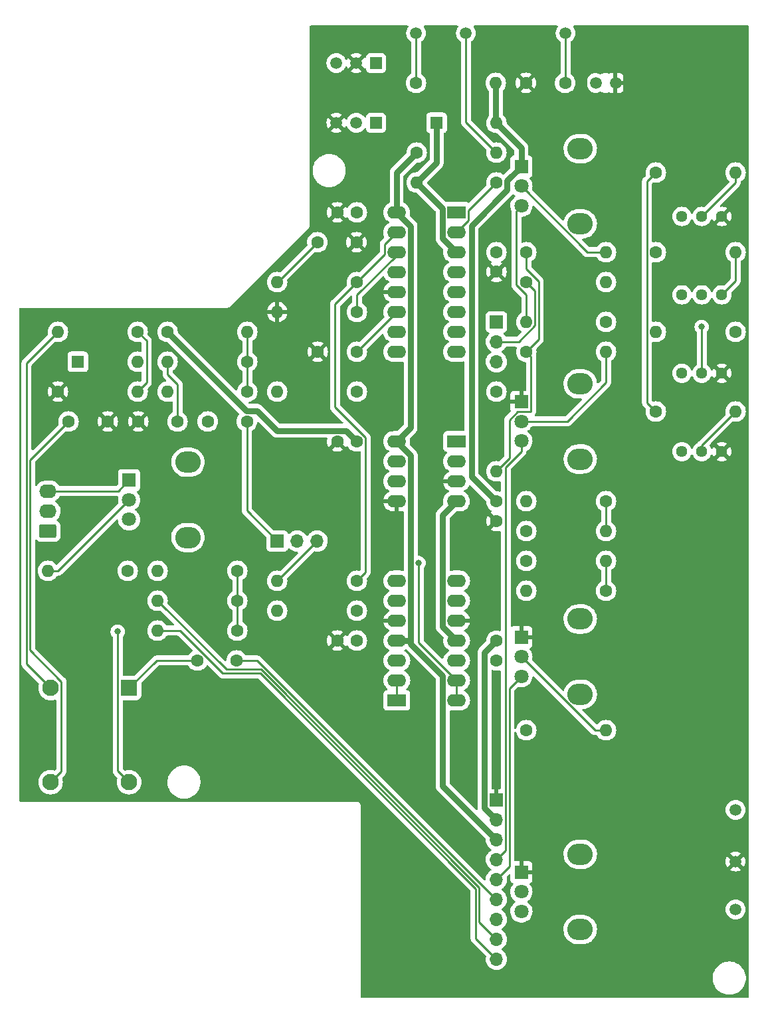
<source format=gtl>
G04 #@! TF.GenerationSoftware,KiCad,Pcbnew,6.0.5-a6ca702e91~116~ubuntu20.04.1*
G04 #@! TF.CreationDate,2022-06-19T13:49:35-04:00*
G04 #@! TF.ProjectId,herovco_front,6865726f-7663-46f5-9f66-726f6e742e6b,rev?*
G04 #@! TF.SameCoordinates,Original*
G04 #@! TF.FileFunction,Copper,L1,Top*
G04 #@! TF.FilePolarity,Positive*
%FSLAX46Y46*%
G04 Gerber Fmt 4.6, Leading zero omitted, Abs format (unit mm)*
G04 Created by KiCad (PCBNEW 6.0.5-a6ca702e91~116~ubuntu20.04.1) date 2022-06-19 13:49:35*
%MOMM*%
%LPD*%
G01*
G04 APERTURE LIST*
G04 Aperture macros list*
%AMRoundRect*
0 Rectangle with rounded corners*
0 $1 Rounding radius*
0 $2 $3 $4 $5 $6 $7 $8 $9 X,Y pos of 4 corners*
0 Add a 4 corners polygon primitive as box body*
4,1,4,$2,$3,$4,$5,$6,$7,$8,$9,$2,$3,0*
0 Add four circle primitives for the rounded corners*
1,1,$1+$1,$2,$3*
1,1,$1+$1,$4,$5*
1,1,$1+$1,$6,$7*
1,1,$1+$1,$8,$9*
0 Add four rect primitives between the rounded corners*
20,1,$1+$1,$2,$3,$4,$5,0*
20,1,$1+$1,$4,$5,$6,$7,0*
20,1,$1+$1,$6,$7,$8,$9,0*
20,1,$1+$1,$8,$9,$2,$3,0*%
G04 Aperture macros list end*
G04 #@! TA.AperFunction,ComponentPad*
%ADD10C,1.440000*%
G04 #@! TD*
G04 #@! TA.AperFunction,ComponentPad*
%ADD11C,2.100000*%
G04 #@! TD*
G04 #@! TA.AperFunction,ComponentPad*
%ADD12C,1.600000*%
G04 #@! TD*
G04 #@! TA.AperFunction,ComponentPad*
%ADD13O,1.600000X1.600000*%
G04 #@! TD*
G04 #@! TA.AperFunction,ComponentPad*
%ADD14O,3.240000X2.720000*%
G04 #@! TD*
G04 #@! TA.AperFunction,ComponentPad*
%ADD15R,1.800000X1.800000*%
G04 #@! TD*
G04 #@! TA.AperFunction,ComponentPad*
%ADD16C,1.800000*%
G04 #@! TD*
G04 #@! TA.AperFunction,ComponentPad*
%ADD17C,1.500000*%
G04 #@! TD*
G04 #@! TA.AperFunction,ComponentPad*
%ADD18RoundRect,0.250001X-0.799999X-0.799999X0.799999X-0.799999X0.799999X0.799999X-0.799999X0.799999X0*%
G04 #@! TD*
G04 #@! TA.AperFunction,ComponentPad*
%ADD19R,1.600000X1.600000*%
G04 #@! TD*
G04 #@! TA.AperFunction,ComponentPad*
%ADD20R,1.700000X1.700000*%
G04 #@! TD*
G04 #@! TA.AperFunction,ComponentPad*
%ADD21O,1.700000X1.700000*%
G04 #@! TD*
G04 #@! TA.AperFunction,ComponentPad*
%ADD22R,2.400000X1.600000*%
G04 #@! TD*
G04 #@! TA.AperFunction,ComponentPad*
%ADD23O,2.400000X1.600000*%
G04 #@! TD*
G04 #@! TA.AperFunction,ComponentPad*
%ADD24R,1.500000X1.500000*%
G04 #@! TD*
G04 #@! TA.AperFunction,ComponentPad*
%ADD25RoundRect,0.250000X0.850000X-0.620000X0.850000X0.620000X-0.850000X0.620000X-0.850000X-0.620000X0*%
G04 #@! TD*
G04 #@! TA.AperFunction,ComponentPad*
%ADD26O,2.200000X1.740000*%
G04 #@! TD*
G04 #@! TA.AperFunction,ViaPad*
%ADD27C,0.800000*%
G04 #@! TD*
G04 #@! TA.AperFunction,Conductor*
%ADD28C,0.750000*%
G04 #@! TD*
G04 #@! TA.AperFunction,Conductor*
%ADD29C,0.250000*%
G04 #@! TD*
G04 APERTURE END LIST*
D10*
G04 #@! TO.P,RV6,1,1*
G04 #@! TO.N,Board_0-GND*
X191840000Y-61350000D03*
G04 #@! TO.P,RV6,2,2*
G04 #@! TO.N,Board_0-/Front PCB/CENTER_FREQ*
X189300000Y-61350000D03*
G04 #@! TO.P,RV6,3,3*
G04 #@! TO.N,Board_0-/Front PCB/+5V_REF*
X186760000Y-61350000D03*
G04 #@! TD*
D11*
G04 #@! TO.P,J8,1,Pin_1*
G04 #@! TO.N,Board_0-/Front PCB/HARD_SYNCA*
X106300000Y-121500000D03*
G04 #@! TD*
D12*
G04 #@! TO.P,R19,1*
G04 #@! TO.N,Board_0-CV_NODE*
X183430000Y-86240000D03*
D13*
G04 #@! TO.P,R19,2*
G04 #@! TO.N,Board_0-/Front PCB/HI_FREQ_TRACK*
X193590000Y-86240000D03*
G04 #@! TD*
D12*
G04 #@! TO.P,R2,1*
G04 #@! TO.N,Board_0-Net-(R2-Pad1)*
X183430000Y-65920000D03*
D13*
G04 #@! TO.P,R2,2*
G04 #@! TO.N,Board_0-Net-(R2-Pad2)*
X193590000Y-65920000D03*
G04 #@! TD*
D14*
G04 #@! TO.P,RV1,*
G04 #@! TO.N,*
X123800000Y-102300000D03*
X123800000Y-92700000D03*
D15*
G04 #@! TO.P,RV1,1,1*
G04 #@! TO.N,Board_0-/Front PCB/-5V_REF*
X116300000Y-95000000D03*
D16*
G04 #@! TO.P,RV1,2,2*
G04 #@! TO.N,Board_0-/Front PCB/FINE_TUNE*
X116300000Y-97500000D03*
G04 #@! TO.P,RV1,3,3*
G04 #@! TO.N,Board_0-/Front PCB/+5V_REF*
X116300000Y-100000000D03*
G04 #@! TD*
D17*
G04 #@! TO.P,TP3,1,1*
G04 #@! TO.N,Board_0--12V*
X193590000Y-149740000D03*
G04 #@! TD*
D14*
G04 #@! TO.P,RV7,*
G04 #@! TO.N,*
X173800000Y-62300000D03*
X173800000Y-52700000D03*
D15*
G04 #@! TO.P,RV7,1,1*
G04 #@! TO.N,Board_0--12V*
X166300000Y-55000000D03*
D16*
G04 #@! TO.P,RV7,2,2*
G04 #@! TO.N,Board_0-/Front PCB/PULSE_WIDTH*
X166300000Y-57500000D03*
G04 #@! TO.P,RV7,3,3*
G04 #@! TO.N,Board_0-+12V*
X166300000Y-60000000D03*
G04 #@! TD*
D11*
G04 #@! TO.P,J7,1,Pin_1*
G04 #@! TO.N,Board_0-/Front PCB/SOFT_SYNC_OFF*
X106300000Y-133500000D03*
G04 #@! TD*
D10*
G04 #@! TO.P,RV9,1,1*
G04 #@! TO.N,Board_0-GND*
X191840000Y-81350000D03*
G04 #@! TO.P,RV9,2,2*
G04 #@! TO.N,Board_0-PWM_IN*
X189300000Y-81350000D03*
G04 #@! TO.P,RV9,3,3*
G04 #@! TO.N,Board_0-Net-(R29-Pad1)*
X186760000Y-81350000D03*
G04 #@! TD*
D17*
G04 #@! TO.P,TP1,1,1*
G04 #@! TO.N,Board_0-+12V*
X193590000Y-137040000D03*
G04 #@! TD*
D12*
G04 #@! TO.P,R20,1*
G04 #@! TO.N,Board_0-CV_NODE*
X183430000Y-55760000D03*
D13*
G04 #@! TO.P,R20,2*
G04 #@! TO.N,Board_0-/Front PCB/CENTER_FREQ*
X193590000Y-55760000D03*
G04 #@! TD*
D14*
G04 #@! TO.P,RV8,*
G04 #@! TO.N,*
X173800000Y-82700000D03*
X173800000Y-92300000D03*
D15*
G04 #@! TO.P,RV8,1,1*
G04 #@! TO.N,Board_0-GND*
X166300000Y-85000000D03*
D16*
G04 #@! TO.P,RV8,2,2*
G04 #@! TO.N,Board_0-/Front PCB/PWM*
X166300000Y-87500000D03*
G04 #@! TO.P,RV8,3,3*
G04 #@! TO.N,Board_0-/Front PCB/PWMIN*
X166300000Y-90000000D03*
G04 #@! TD*
D12*
G04 #@! TO.P,R30,1*
G04 #@! TO.N,Board_0-Net-(R29-Pad1)*
X193590000Y-76080000D03*
D13*
G04 #@! TO.P,R30,2*
G04 #@! TO.N,Board_0-Net-(R27-Pad2)*
X183430000Y-76080000D03*
G04 #@! TD*
D10*
G04 #@! TO.P,RV5,1,1*
G04 #@! TO.N,Board_0-GND*
X191840000Y-91350000D03*
G04 #@! TO.P,RV5,2,2*
G04 #@! TO.N,Board_0-/Front PCB/HI_FREQ_TRACK*
X189300000Y-91350000D03*
G04 #@! TO.P,RV5,3,3*
G04 #@! TO.N,Board_0-HFT*
X186760000Y-91350000D03*
G04 #@! TD*
D11*
G04 #@! TO.P,J6,1,Pin_1*
G04 #@! TO.N,Board_0-/Front PCB/SOFT_SYNCA*
X116300000Y-133500000D03*
G04 #@! TD*
D17*
G04 #@! TO.P,TP6,1,1*
G04 #@! TO.N,Board_0--5V*
X171920000Y-37980000D03*
G04 #@! TD*
G04 #@! TO.P,TP4,1,1*
G04 #@! TO.N,Board_0-/Front PCB/-5V_REF*
X152870000Y-37980000D03*
G04 #@! TD*
G04 #@! TO.P,TP2,1,1*
G04 #@! TO.N,Board_0-/Front PCB/+5V_REF*
X159220000Y-37980000D03*
G04 #@! TD*
D14*
G04 #@! TO.P,RV3,*
G04 #@! TO.N,*
X173800000Y-122300000D03*
X173800000Y-112700000D03*
D15*
G04 #@! TO.P,RV3,1,1*
G04 #@! TO.N,Board_0-GND*
X166300000Y-115000000D03*
D16*
G04 #@! TO.P,RV3,2,2*
G04 #@! TO.N,Board_0-/Front PCB/FREQ_CV*
X166300000Y-117500000D03*
G04 #@! TO.P,RV3,3,3*
G04 #@! TO.N,Board_0-/Front PCB/CV_IN*
X166300000Y-120000000D03*
G04 #@! TD*
D10*
G04 #@! TO.P,RV2,1,1*
G04 #@! TO.N,Board_0-Net-(R2-Pad2)*
X191840000Y-71350000D03*
G04 #@! TO.P,RV2,2,2*
G04 #@! TO.N,Board_0--5V*
X189300000Y-71350000D03*
G04 #@! TO.P,RV2,3,3*
X186760000Y-71350000D03*
G04 #@! TD*
D18*
G04 #@! TO.P,J5,1,Pin_1*
G04 #@! TO.N,Board_0-/Front PCB/SYNCA*
X116300000Y-121500000D03*
G04 #@! TD*
D17*
G04 #@! TO.P,TP5,1,1*
G04 #@! TO.N,Board_0-GND*
X193590000Y-143630000D03*
G04 #@! TD*
D14*
G04 #@! TO.P,RV4,*
G04 #@! TO.N,*
X173800000Y-152300000D03*
X173800000Y-142700000D03*
D15*
G04 #@! TO.P,RV4,1,1*
G04 #@! TO.N,Board_0-GND*
X166300000Y-145000000D03*
D16*
G04 #@! TO.P,RV4,2,2*
G04 #@! TO.N,Board_0-/Front PCB/LIN_FM_CV*
X166300000Y-147500000D03*
G04 #@! TO.P,RV4,3,3*
G04 #@! TO.N,Board_0-/Front PCB/LIN_FM_IN*
X166300000Y-150000000D03*
G04 #@! TD*
D12*
G04 #@! TO.P,C4,1*
G04 #@! TO.N,Board_0-+12V*
X145330000Y-115450000D03*
G04 #@! TO.P,C4,2*
G04 #@! TO.N,Board_0-GND*
X142830000Y-115450000D03*
G04 #@! TD*
G04 #@! TO.P,C2,1*
G04 #@! TO.N,Board_0-+12V*
X145330000Y-90050000D03*
G04 #@! TO.P,C2,2*
G04 #@! TO.N,Board_0-GND*
X142830000Y-90050000D03*
G04 #@! TD*
G04 #@! TO.P,R28,1*
G04 #@! TO.N,Board_0-Net-(R27-Pad2)*
X163110000Y-83700000D03*
D13*
G04 #@! TO.P,R28,2*
G04 #@! TO.N,Board_0-Net-(R25-Pad1)*
X163110000Y-93860000D03*
G04 #@! TD*
D12*
G04 #@! TO.P,R31,1*
G04 #@! TO.N,Board_0-/Front PCB/LINK_OUT_PW*
X166920000Y-101480000D03*
D13*
G04 #@! TO.P,R31,2*
G04 #@! TO.N,Board_0-Net-(R27-Pad1)*
X177080000Y-101480000D03*
G04 #@! TD*
D12*
G04 #@! TO.P,R18,1*
G04 #@! TO.N,Board_0-LIN_FM*
X131360000Y-83700000D03*
D13*
G04 #@! TO.P,R18,2*
G04 #@! TO.N,Board_0-Net-(C10-Pad1)*
X121200000Y-83700000D03*
G04 #@! TD*
D12*
G04 #@! TO.P,R27,1*
G04 #@! TO.N,Board_0-Net-(R27-Pad1)*
X177080000Y-97670000D03*
D13*
G04 #@! TO.P,R27,2*
G04 #@! TO.N,Board_0-Net-(R27-Pad2)*
X166920000Y-97670000D03*
G04 #@! TD*
D19*
G04 #@! TO.P,D2,1,K*
G04 #@! TO.N,Board_0--5V*
X155490000Y-49410000D03*
D13*
G04 #@! TO.P,D2,2,A*
G04 #@! TO.N,Board_0--12V*
X163110000Y-49410000D03*
G04 #@! TD*
D12*
G04 #@! TO.P,C13,1*
G04 #@! TO.N,Board_0-GND*
X166880000Y-44330000D03*
G04 #@! TO.P,C13,2*
G04 #@! TO.N,Board_0--5V*
X171880000Y-44330000D03*
G04 #@! TD*
G04 #@! TO.P,R26,1*
G04 #@! TO.N,Board_0-Net-(R25-Pad1)*
X166920000Y-78620000D03*
D13*
G04 #@! TO.P,R26,2*
G04 #@! TO.N,Board_0-/Front PCB/PWM*
X177080000Y-78620000D03*
G04 #@! TD*
D20*
G04 #@! TO.P,J3,1,Pin_1*
G04 #@! TO.N,Board_0-/Front PCB/LINK_OUT_FM*
X135185000Y-102750000D03*
D21*
G04 #@! TO.P,J3,2,Pin_2*
G04 #@! TO.N,Board_0-/Front PCB/LINK_OUT_PW*
X137725000Y-102750000D03*
G04 #@! TO.P,J3,3,Pin_3*
G04 #@! TO.N,Board_0-/Front PCB/CV_SUM*
X140265000Y-102750000D03*
G04 #@! TD*
D12*
G04 #@! TO.P,R24,1*
G04 #@! TO.N,Board_0-/Front PCB/-5V_REF*
X152870000Y-44330000D03*
D13*
G04 #@! TO.P,R24,2*
G04 #@! TO.N,Board_0--12V*
X163030000Y-44330000D03*
G04 #@! TD*
D22*
G04 #@! TO.P,U3,1,Scale1*
G04 #@! TO.N,Board_0-Net-(R2-Pad1)*
X158020000Y-60830000D03*
D23*
G04 #@! TO.P,U3,2,Scale2*
G04 #@! TO.N,Board_0-Net-(R3-Pad1)*
X158020000Y-63370000D03*
G04 #@! TO.P,U3,3,VEE*
G04 #@! TO.N,Board_0--5V*
X158020000Y-65910000D03*
G04 #@! TO.P,U3,4,Pulse_Output*
G04 #@! TO.N,Board_0-/Front PCB/PULSE_OUT*
X158020000Y-68450000D03*
G04 #@! TO.P,U3,5,PWM_Input*
G04 #@! TO.N,Board_0-PWM_IN*
X158020000Y-70990000D03*
G04 #@! TO.P,U3,6,Hard_Sync*
G04 #@! TO.N,Board_0-HARD_SYNC*
X158020000Y-73530000D03*
G04 #@! TO.P,U3,7,HFT*
G04 #@! TO.N,Board_0-HFT*
X158020000Y-76070000D03*
G04 #@! TO.P,U3,8,Saw_Output*
G04 #@! TO.N,Board_0-/Front PCB/SAW_OUT*
X158020000Y-78610000D03*
G04 #@! TO.P,U3,9,Soft_Sync*
G04 #@! TO.N,Board_0-SOFT_SYNC*
X150400000Y-78610000D03*
G04 #@! TO.P,U3,10,Triangle_Output*
G04 #@! TO.N,Board_0-/Front PCB/TRIANGLE_OUT*
X150400000Y-76070000D03*
G04 #@! TO.P,U3,11,Cap*
G04 #@! TO.N,Board_0-Net-(C9-Pad2)*
X150400000Y-73530000D03*
G04 #@! TO.P,U3,12,GND*
G04 #@! TO.N,Board_0-GND*
X150400000Y-70990000D03*
G04 #@! TO.P,U3,13,Linear_FM*
G04 #@! TO.N,Board_0-LIN_FM*
X150400000Y-68450000D03*
G04 #@! TO.P,U3,14,Scale*
G04 #@! TO.N,Board_0-Net-(R13-Pad1)*
X150400000Y-65910000D03*
G04 #@! TO.P,U3,15,Freq_CV*
G04 #@! TO.N,Board_0-CV_NODE*
X150400000Y-63370000D03*
G04 #@! TO.P,U3,16,VCC*
G04 #@! TO.N,Board_0-+12V*
X150400000Y-60830000D03*
G04 #@! TD*
D12*
G04 #@! TO.P,C5,1*
G04 #@! TO.N,Board_0-GND*
X163110000Y-117990000D03*
G04 #@! TO.P,C5,2*
G04 #@! TO.N,Board_0--12V*
X163110000Y-115490000D03*
G04 #@! TD*
G04 #@! TO.P,R16,1*
G04 #@! TO.N,Board_0-Net-(D1-Pad1)*
X117390000Y-76080000D03*
D13*
G04 #@! TO.P,R16,2*
G04 #@! TO.N,Board_0-/Front PCB/HARD_SYNCA*
X107230000Y-76080000D03*
G04 #@! TD*
D20*
G04 #@! TO.P,J1,1,Pin_1*
G04 #@! TO.N,Board_0-GND*
X163110000Y-135770000D03*
D21*
G04 #@! TO.P,J1,2,Pin_2*
G04 #@! TO.N,Board_0--12V*
X163110000Y-138310000D03*
G04 #@! TO.P,J1,3,Pin_3*
G04 #@! TO.N,Board_0-+12V*
X163110000Y-140850000D03*
G04 #@! TO.P,J1,4,Pin_4*
G04 #@! TO.N,Board_0-/Front PCB/PWMIN*
X163110000Y-143390000D03*
G04 #@! TO.P,J1,5,Pin_5*
G04 #@! TO.N,Board_0-/Front PCB/CV_IN*
X163110000Y-145930000D03*
G04 #@! TO.P,J1,6,Pin_6*
G04 #@! TO.N,Board_0-/Front PCB/SYNC*
X163110000Y-148470000D03*
G04 #@! TO.P,J1,7,Pin_7*
G04 #@! TO.N,Board_0-/Front PCB/LIN_FM_IN*
X163110000Y-151010000D03*
G04 #@! TO.P,J1,8,Pin_8*
G04 #@! TO.N,Board_0-/Front PCB/V_OCT2*
X163110000Y-153550000D03*
G04 #@! TO.P,J1,9,Pin_9*
G04 #@! TO.N,Board_0-/Front PCB/V_OCT*
X163110000Y-156090000D03*
G04 #@! TD*
D12*
G04 #@! TO.P,C9,1*
G04 #@! TO.N,Board_0-GND*
X140330000Y-78620000D03*
G04 #@! TO.P,C9,2*
G04 #@! TO.N,Board_0-Net-(C9-Pad2)*
X145330000Y-78620000D03*
G04 #@! TD*
G04 #@! TO.P,R7,1*
G04 #@! TO.N,Board_0-Net-(R10-Pad2)*
X116120000Y-106560000D03*
D13*
G04 #@! TO.P,R7,2*
G04 #@! TO.N,Board_0-/Front PCB/FINE_TUNE*
X105960000Y-106560000D03*
G04 #@! TD*
D24*
G04 #@! TO.P,U6,1,GND*
G04 #@! TO.N,Board_0-GND*
X180850000Y-44330000D03*
D17*
G04 #@! TO.P,U6,2,VI*
G04 #@! TO.N,Board_0--12V*
X178310000Y-44330000D03*
G04 #@! TO.P,U6,3,VO*
G04 #@! TO.N,Board_0--5V*
X175770000Y-44330000D03*
G04 #@! TD*
D22*
G04 #@! TO.P,U1,1*
G04 #@! TO.N,Board_0-Net-(R4-Pad2)*
X150420000Y-123070000D03*
D23*
G04 #@! TO.P,U1,2,-*
X150420000Y-120530000D03*
G04 #@! TO.P,U1,3,+*
G04 #@! TO.N,Board_0-/Front PCB/OCTAVE*
X150420000Y-117990000D03*
G04 #@! TO.P,U1,4,V+*
G04 #@! TO.N,Board_0-+12V*
X150420000Y-115450000D03*
G04 #@! TO.P,U1,5,+*
G04 #@! TO.N,Board_0-GND*
X150420000Y-112910000D03*
G04 #@! TO.P,U1,6,-*
G04 #@! TO.N,Board_0-Net-(R10-Pad2)*
X150420000Y-110370000D03*
G04 #@! TO.P,U1,7*
G04 #@! TO.N,Board_0-Net-(R10-Pad1)*
X150420000Y-107830000D03*
G04 #@! TO.P,U1,8*
G04 #@! TO.N,Board_0-/Front PCB/CV_SUM*
X158040000Y-107830000D03*
G04 #@! TO.P,U1,9,-*
G04 #@! TO.N,Board_0-Net-(R12-Pad2)*
X158040000Y-110370000D03*
G04 #@! TO.P,U1,10,+*
G04 #@! TO.N,Board_0-GND*
X158040000Y-112910000D03*
G04 #@! TO.P,U1,11,V-*
G04 #@! TO.N,Board_0--12V*
X158040000Y-115450000D03*
G04 #@! TO.P,U1,12,+*
G04 #@! TO.N,Board_0-/Front PCB/LIN_FM_CV*
X158040000Y-117990000D03*
G04 #@! TO.P,U1,13,-*
G04 #@! TO.N,Board_0-/Front PCB/LINK_OUT_FM*
X158040000Y-120530000D03*
G04 #@! TO.P,U1,14*
X158040000Y-123070000D03*
G04 #@! TD*
D12*
G04 #@! TO.P,R22,1*
G04 #@! TO.N,Board_0-GND*
X107230000Y-83700000D03*
D13*
G04 #@! TO.P,R22,2*
G04 #@! TO.N,Board_0-Net-(D1-Pad1)*
X117390000Y-83700000D03*
G04 #@! TD*
D12*
G04 #@! TO.P,C8,1*
G04 #@! TO.N,Board_0-Net-(C8-Pad1)*
X140290000Y-64650000D03*
G04 #@! TO.P,C8,2*
G04 #@! TO.N,Board_0-GND*
X145290000Y-64650000D03*
G04 #@! TD*
G04 #@! TO.P,C12,1*
G04 #@! TO.N,Board_0-GND*
X113580000Y-87510000D03*
G04 #@! TO.P,C12,2*
G04 #@! TO.N,Board_0-/Front PCB/SOFT_SYNC_OFF*
X108580000Y-87510000D03*
G04 #@! TD*
D25*
G04 #@! TO.P,J4,1,Pin_1*
G04 #@! TO.N,Board_0-/Front PCB/+5V_REF*
X105960000Y-101480000D03*
D26*
G04 #@! TO.P,J4,2,Pin_2*
G04 #@! TO.N,Board_0-/Front PCB/OCTAVE*
X105960000Y-98940000D03*
G04 #@! TO.P,J4,3,Pin_3*
G04 #@! TO.N,Board_0-/Front PCB/-5V_REF*
X105960000Y-96400000D03*
G04 #@! TD*
D12*
G04 #@! TO.P,R14,1*
G04 #@! TO.N,Board_0-+12V*
X121200000Y-76080000D03*
D13*
G04 #@! TO.P,R14,2*
G04 #@! TO.N,Board_0-LIN_FM*
X131360000Y-76080000D03*
G04 #@! TD*
D20*
G04 #@! TO.P,J2,1,Pin_1*
G04 #@! TO.N,Board_0-/Front PCB/TRIANGLE_OUT*
X163110000Y-74810000D03*
D21*
G04 #@! TO.P,J2,2,Pin_2*
G04 #@! TO.N,Board_0-/Front PCB/PULSE_OUT*
X163110000Y-77350000D03*
G04 #@! TO.P,J2,3,Pin_3*
G04 #@! TO.N,Board_0-/Front PCB/SAW_OUT*
X163110000Y-79890000D03*
G04 #@! TD*
D12*
G04 #@! TO.P,C1,1*
G04 #@! TO.N,Board_0--5V*
X163110000Y-65920000D03*
G04 #@! TO.P,C1,2*
G04 #@! TO.N,Board_0-GND*
X163110000Y-68420000D03*
G04 #@! TD*
D22*
G04 #@! TO.P,U2,1*
G04 #@! TO.N,Board_0-Net-(R27-Pad2)*
X158020000Y-90050000D03*
D23*
G04 #@! TO.P,U2,2,-*
G04 #@! TO.N,Board_0-Net-(R25-Pad1)*
X158020000Y-92590000D03*
G04 #@! TO.P,U2,3,+*
G04 #@! TO.N,Board_0-GND*
X158020000Y-95130000D03*
G04 #@! TO.P,U2,4,V-*
G04 #@! TO.N,Board_0--12V*
X158020000Y-97670000D03*
G04 #@! TO.P,U2,5,+*
G04 #@! TO.N,Board_0-GND*
X150400000Y-97670000D03*
G04 #@! TO.P,U2,6,-*
G04 #@! TO.N,Board_0-Net-(R27-Pad1)*
X150400000Y-95130000D03*
G04 #@! TO.P,U2,7*
G04 #@! TO.N,Board_0-/Front PCB/LINK_OUT_PW*
X150400000Y-92590000D03*
G04 #@! TO.P,U2,8,V+*
G04 #@! TO.N,Board_0-+12V*
X150400000Y-90050000D03*
G04 #@! TD*
D12*
G04 #@! TO.P,C11,1*
G04 #@! TO.N,Board_0-Net-(C11-Pad1)*
X122470000Y-87510000D03*
G04 #@! TO.P,C11,2*
G04 #@! TO.N,Board_0-GND*
X117470000Y-87510000D03*
G04 #@! TD*
G04 #@! TO.P,C6,1*
G04 #@! TO.N,Board_0-+12V*
X145330000Y-60840000D03*
G04 #@! TO.P,C6,2*
G04 #@! TO.N,Board_0-GND*
X142830000Y-60840000D03*
G04 #@! TD*
G04 #@! TO.P,R13,1*
G04 #@! TO.N,Board_0-Net-(R13-Pad1)*
X145330000Y-73540000D03*
D13*
G04 #@! TO.P,R13,2*
G04 #@! TO.N,Board_0-GND*
X135170000Y-73540000D03*
G04 #@! TD*
D12*
G04 #@! TO.P,R6,1*
G04 #@! TO.N,Board_0-Net-(R10-Pad2)*
X130090000Y-110370000D03*
D13*
G04 #@! TO.P,R6,2*
G04 #@! TO.N,Board_0-/Front PCB/V_OCT2*
X119930000Y-110370000D03*
G04 #@! TD*
D12*
G04 #@! TO.P,R4,1*
G04 #@! TO.N,Board_0-Net-(R10-Pad2)*
X130090000Y-106560000D03*
D13*
G04 #@! TO.P,R4,2*
G04 #@! TO.N,Board_0-Net-(R4-Pad2)*
X119930000Y-106560000D03*
G04 #@! TD*
D12*
G04 #@! TO.P,C10,1*
G04 #@! TO.N,Board_0-Net-(C10-Pad1)*
X126320000Y-87510000D03*
G04 #@! TO.P,C10,2*
G04 #@! TO.N,Board_0-/Front PCB/LINK_OUT_FM*
X131320000Y-87510000D03*
G04 #@! TD*
G04 #@! TO.P,R23,1*
G04 #@! TO.N,Board_0-+12V*
X152950000Y-53220000D03*
D13*
G04 #@! TO.P,R23,2*
G04 #@! TO.N,Board_0-/Front PCB/+5V_REF*
X163110000Y-53220000D03*
G04 #@! TD*
D12*
G04 #@! TO.P,R29,1*
G04 #@! TO.N,Board_0-Net-(R29-Pad1)*
X177080000Y-74810000D03*
D13*
G04 #@! TO.P,R29,2*
G04 #@! TO.N,Board_0-+12V*
X166920000Y-74810000D03*
G04 #@! TD*
D12*
G04 #@! TO.P,R11,1*
G04 #@! TO.N,Board_0-CV_NODE*
X145330000Y-69730000D03*
D13*
G04 #@! TO.P,R11,2*
G04 #@! TO.N,Board_0-Net-(C8-Pad1)*
X135170000Y-69730000D03*
G04 #@! TD*
D24*
G04 #@! TO.P,U4,1*
G04 #@! TO.N,N/C*
X147790000Y-49410000D03*
D17*
G04 #@! TO.P,U4,2,K*
G04 #@! TO.N,Board_0-/Front PCB/+5V_REF*
X145250000Y-49410000D03*
G04 #@! TO.P,U4,3,A*
G04 #@! TO.N,Board_0-GND*
X142710000Y-49410000D03*
G04 #@! TD*
D12*
G04 #@! TO.P,R3,1*
G04 #@! TO.N,Board_0-Net-(R3-Pad1)*
X163110000Y-57030000D03*
D13*
G04 #@! TO.P,R3,2*
G04 #@! TO.N,Board_0--5V*
X152950000Y-57030000D03*
G04 #@! TD*
D12*
G04 #@! TO.P,R17,1*
G04 #@! TO.N,Board_0-SOFT_SYNC*
X145330000Y-83700000D03*
D13*
G04 #@! TO.P,R17,2*
G04 #@! TO.N,Board_0-/Front PCB/SOFT_SYNCA*
X135170000Y-83700000D03*
G04 #@! TD*
D12*
G04 #@! TO.P,R12,1*
G04 #@! TO.N,Board_0-/Front PCB/CV_SUM*
X166920000Y-105290000D03*
D13*
G04 #@! TO.P,R12,2*
G04 #@! TO.N,Board_0-Net-(R12-Pad2)*
X177080000Y-105290000D03*
G04 #@! TD*
D12*
G04 #@! TO.P,R10,1*
G04 #@! TO.N,Board_0-Net-(R10-Pad1)*
X145330000Y-111640000D03*
D13*
G04 #@! TO.P,R10,2*
G04 #@! TO.N,Board_0-Net-(R10-Pad2)*
X135170000Y-111640000D03*
G04 #@! TD*
D12*
G04 #@! TO.P,R25,1*
G04 #@! TO.N,Board_0-Net-(R25-Pad1)*
X166920000Y-65920000D03*
D13*
G04 #@! TO.P,R25,2*
G04 #@! TO.N,Board_0-/Front PCB/PULSE_WIDTH*
X177080000Y-65920000D03*
G04 #@! TD*
D12*
G04 #@! TO.P,R15,1*
G04 #@! TO.N,Board_0-LIN_FM*
X131360000Y-79890000D03*
D13*
G04 #@! TO.P,R15,2*
G04 #@! TO.N,Board_0-Net-(C11-Pad1)*
X121200000Y-79890000D03*
G04 #@! TD*
D12*
G04 #@! TO.P,R1,1*
G04 #@! TO.N,Board_0-/Front PCB/PULSE_OUT*
X166920000Y-69730000D03*
D13*
G04 #@! TO.P,R1,2*
G04 #@! TO.N,Board_0-PWM_IN*
X177080000Y-69730000D03*
G04 #@! TD*
D12*
G04 #@! TO.P,R9,1*
G04 #@! TO.N,Board_0-Net-(R12-Pad2)*
X177080000Y-109100000D03*
D13*
G04 #@! TO.P,R9,2*
G04 #@! TO.N,Board_0-Net-(R10-Pad1)*
X166920000Y-109100000D03*
G04 #@! TD*
D12*
G04 #@! TO.P,R21,1*
G04 #@! TO.N,Board_0-CV_NODE*
X145330000Y-107830000D03*
D13*
G04 #@! TO.P,R21,2*
G04 #@! TO.N,Board_0-/Front PCB/CV_SUM*
X135170000Y-107830000D03*
G04 #@! TD*
D12*
G04 #@! TO.P,R8,1*
G04 #@! TO.N,Board_0-Net-(R10-Pad2)*
X166920000Y-126880000D03*
D13*
G04 #@! TO.P,R8,2*
G04 #@! TO.N,Board_0-/Front PCB/FREQ_CV*
X177080000Y-126880000D03*
G04 #@! TD*
D12*
G04 #@! TO.P,C3,1*
G04 #@! TO.N,Board_0-GND*
X163110000Y-100210000D03*
G04 #@! TO.P,C3,2*
G04 #@! TO.N,Board_0--12V*
X163110000Y-97710000D03*
G04 #@! TD*
D24*
G04 #@! TO.P,U5,1*
G04 #@! TO.N,N/C*
X147790000Y-41790000D03*
D17*
G04 #@! TO.P,U5,2,K*
G04 #@! TO.N,Board_0-GND*
X145250000Y-41790000D03*
G04 #@! TO.P,U5,3,A*
G04 #@! TO.N,Board_0-/Front PCB/-5V_REF*
X142710000Y-41790000D03*
G04 #@! TD*
D12*
G04 #@! TO.P,R5,1*
G04 #@! TO.N,Board_0-Net-(R10-Pad2)*
X130090000Y-114180000D03*
D13*
G04 #@! TO.P,R5,2*
G04 #@! TO.N,Board_0-/Front PCB/V_OCT*
X119930000Y-114180000D03*
G04 #@! TD*
D12*
G04 #@! TO.P,C7,1*
G04 #@! TO.N,Board_0-/Front PCB/SYNCA*
X125010000Y-117990000D03*
G04 #@! TO.P,C7,2*
G04 #@! TO.N,Board_0-/Front PCB/SYNC*
X130010000Y-117990000D03*
G04 #@! TD*
D19*
G04 #@! TO.P,D1,1,K*
G04 #@! TO.N,Board_0-Net-(D1-Pad1)*
X109770000Y-79890000D03*
D13*
G04 #@! TO.P,D1,2,A*
G04 #@! TO.N,Board_0-HARD_SYNC*
X117390000Y-79890000D03*
G04 #@! TD*
D27*
G04 #@! TO.N,Board_0-/Front PCB/LINK_OUT_FM*
X153204000Y-105544000D03*
G04 #@! TO.N,Board_0-/Front PCB/SOFT_SYNCA*
X114850000Y-114307000D03*
G04 #@! TO.N,Board_0-PWM_IN*
X189272000Y-75445000D03*
G04 #@! TD*
D28*
G04 #@! TO.N,Board_0-+12V*
X150400000Y-90050000D02*
X152174520Y-88275480D01*
D29*
X165650000Y-70111000D02*
X166920000Y-71381000D01*
D28*
X150400000Y-60830000D02*
X150400000Y-55770000D01*
X156265480Y-134005480D02*
X163110000Y-140850000D01*
X131255489Y-86135489D02*
X121200000Y-76080000D01*
X151934000Y-115450000D02*
X152194520Y-115189480D01*
D29*
X166300000Y-60000000D02*
X165650000Y-60650000D01*
D28*
X135130000Y-88675489D02*
X132590000Y-86135489D01*
X150400000Y-90050000D02*
X152194520Y-91844520D01*
X152194520Y-115837520D02*
X156265480Y-119908480D01*
X156265480Y-119908480D02*
X156265480Y-134005480D01*
D29*
X165650000Y-60650000D02*
X165650000Y-70111000D01*
X166920000Y-71381000D02*
X166920000Y-74810000D01*
D28*
X152174520Y-62604520D02*
X150400000Y-60830000D01*
X150420000Y-115450000D02*
X151934000Y-115450000D01*
X132590000Y-86135489D02*
X131255489Y-86135489D01*
X150400000Y-55770000D02*
X152950000Y-53220000D01*
X145330000Y-90050000D02*
X143955489Y-88675489D01*
X152174520Y-88275480D02*
X152174520Y-62604520D01*
X152194520Y-91844520D02*
X152194520Y-115189480D01*
X143955489Y-88675489D02*
X135130000Y-88675489D01*
X152194520Y-115189480D02*
X152194520Y-115837520D01*
G04 #@! TO.N,Board_0--12V*
X166300000Y-52600000D02*
X166300000Y-55000000D01*
X161586000Y-136786000D02*
X163110000Y-138310000D01*
X163030000Y-44330000D02*
X163030000Y-49330000D01*
X164484511Y-58003768D02*
X159935000Y-62553279D01*
X156265480Y-113675480D02*
X158040000Y-115450000D01*
X161586000Y-117014000D02*
X161586000Y-136786000D01*
X164484511Y-56815489D02*
X164484511Y-58003768D01*
X156265480Y-99424520D02*
X156265480Y-113675480D01*
X163110000Y-115490000D02*
X161586000Y-117014000D01*
X158020000Y-97670000D02*
X156265480Y-99424520D01*
X159935000Y-62553279D02*
X159935000Y-94535000D01*
X166300000Y-55000000D02*
X164484511Y-56815489D01*
X159935000Y-94535000D02*
X163110000Y-97710000D01*
X163110000Y-49410000D02*
X166300000Y-52600000D01*
G04 #@! TO.N,Board_0--5V*
X152950000Y-57030000D02*
X156245489Y-60325489D01*
X155490000Y-54490000D02*
X152950000Y-57030000D01*
D29*
X171920000Y-37980000D02*
X171920000Y-44290000D01*
X171920000Y-44290000D02*
X171880000Y-44330000D01*
D28*
X156245489Y-60325489D02*
X156245489Y-64135489D01*
X155490000Y-49410000D02*
X155490000Y-54490000D01*
X156245489Y-64135489D02*
X158020000Y-65910000D01*
D29*
G04 #@! TO.N,Board_0-/Front PCB/+5V_REF*
X163110000Y-53220000D02*
X159220000Y-49330000D01*
X159220000Y-49330000D02*
X159220000Y-37980000D01*
G04 #@! TO.N,Board_0-/Front PCB/-5V_REF*
X152870000Y-44330000D02*
X152870000Y-37980000D01*
X114900000Y-96400000D02*
X116300000Y-95000000D01*
X105960000Y-96400000D02*
X114900000Y-96400000D01*
G04 #@! TO.N,Board_0-/Front PCB/CENTER_FREQ*
X193590000Y-55760000D02*
X193590000Y-57060000D01*
X193590000Y-57060000D02*
X189300000Y-61350000D01*
G04 #@! TO.N,Board_0-/Front PCB/CV_IN*
X164761000Y-121539000D02*
X166300000Y-120000000D01*
X163110000Y-145930000D02*
X164761000Y-144279000D01*
X164761000Y-144279000D02*
X164761000Y-121539000D01*
G04 #@! TO.N,Board_0-/Front PCB/CV_SUM*
X140265000Y-102750000D02*
X135185000Y-107830000D01*
G04 #@! TO.N,Board_0-/Front PCB/FINE_TUNE*
X105960000Y-106560000D02*
X107240000Y-106560000D01*
X107240000Y-106560000D02*
X116300000Y-97500000D01*
G04 #@! TO.N,Board_0-/Front PCB/FREQ_CV*
X175680000Y-126880000D02*
X166300000Y-117500000D01*
X177080000Y-126880000D02*
X175680000Y-126880000D01*
G04 #@! TO.N,Board_0-/Front PCB/HARD_SYNCA*
X107230000Y-76080000D02*
X103224489Y-80085511D01*
X103224489Y-118424489D02*
X106300000Y-121500000D01*
X103224489Y-80085511D02*
X103224489Y-118424489D01*
G04 #@! TO.N,Board_0-/Front PCB/HI_FREQ_TRACK*
X189300000Y-90530000D02*
X189300000Y-91350000D01*
X193590000Y-86240000D02*
X189300000Y-90530000D01*
G04 #@! TO.N,Board_0-/Front PCB/LINK_OUT_FM*
X158040000Y-120530000D02*
X153204000Y-115694000D01*
X131320000Y-87510000D02*
X131320000Y-98885000D01*
X153204000Y-115694000D02*
X153204000Y-105544000D01*
X158040000Y-123070000D02*
X158040000Y-120530000D01*
X131320000Y-98885000D02*
X135185000Y-102750000D01*
G04 #@! TO.N,Board_0-/Front PCB/PULSE_OUT*
X168044511Y-75275789D02*
X165970300Y-77350000D01*
X166920000Y-69730000D02*
X168044511Y-70854511D01*
X168044511Y-70854511D02*
X168044511Y-75275789D01*
X165970300Y-77350000D02*
X163110000Y-77350000D01*
G04 #@! TO.N,Board_0-/Front PCB/PULSE_WIDTH*
X174720000Y-65920000D02*
X166300000Y-57500000D01*
X177080000Y-65920000D02*
X174720000Y-65920000D01*
G04 #@! TO.N,Board_0-/Front PCB/PWM*
X177080000Y-78620000D02*
X177080000Y-82557000D01*
X177080000Y-82557000D02*
X172137000Y-87500000D01*
X172137000Y-87500000D02*
X166300000Y-87500000D01*
G04 #@! TO.N,Board_0-/Front PCB/PWMIN*
X164284511Y-93321193D02*
X166300000Y-91305704D01*
X163110000Y-143390000D02*
X164284511Y-142215489D01*
X166300000Y-91305704D02*
X166300000Y-90000000D01*
X164284511Y-142215489D02*
X164284511Y-93321193D01*
G04 #@! TO.N,Board_0-/Front PCB/SOFT_SYNCA*
X114850000Y-132050000D02*
X114850000Y-114307000D01*
X116300000Y-133500000D02*
X114850000Y-132050000D01*
G04 #@! TO.N,Board_0-/Front PCB/SOFT_SYNC_OFF*
X107674511Y-120674511D02*
X107674511Y-132125489D01*
X103674000Y-116674000D02*
X107674511Y-120674511D01*
X107674511Y-132125489D02*
X106300000Y-133500000D01*
X108580000Y-87510000D02*
X103674000Y-92416000D01*
X103674000Y-92416000D02*
X103674000Y-116674000D01*
G04 #@! TO.N,Board_0-/Front PCB/SYNC*
X132630000Y-117990000D02*
X163110000Y-148470000D01*
X130010000Y-117990000D02*
X132630000Y-117990000D01*
G04 #@! TO.N,Board_0-/Front PCB/SYNCA*
X116300000Y-121500000D02*
X119810000Y-117990000D01*
X119810000Y-117990000D02*
X125010000Y-117990000D01*
G04 #@! TO.N,Board_0-/Front PCB/V_OCT*
X133009592Y-119641000D02*
X128251300Y-119641000D01*
X160467500Y-153447500D02*
X160467500Y-147098908D01*
X122790300Y-114180000D02*
X119930000Y-114180000D01*
X160467500Y-147098908D02*
X133009592Y-119641000D01*
X163110000Y-156090000D02*
X160467500Y-153447500D01*
X128251300Y-119641000D02*
X122790300Y-114180000D01*
G04 #@! TO.N,Board_0-/Front PCB/V_OCT2*
X163110000Y-153550000D02*
X160917011Y-151357011D01*
X133137296Y-119133000D02*
X128693000Y-119133000D01*
X128693000Y-119133000D02*
X119930000Y-110370000D01*
X160917011Y-151357011D02*
X160917010Y-146912714D01*
X160917010Y-146912714D02*
X133137296Y-119133000D01*
G04 #@! TO.N,Board_0-CV_NODE*
X148875480Y-66184520D02*
X145330000Y-69730000D01*
X182305489Y-56884511D02*
X182305489Y-85115489D01*
X142536000Y-85665700D02*
X146454511Y-89584211D01*
X142536000Y-72524000D02*
X142536000Y-85665700D01*
X182305489Y-85115489D02*
X183430000Y-86240000D01*
X150400000Y-63370000D02*
X148875480Y-64894520D01*
X145330000Y-69730000D02*
X142536000Y-72524000D01*
X146454511Y-106705489D02*
X145330000Y-107830000D01*
X183430000Y-55760000D02*
X182305489Y-56884511D01*
X146454511Y-89584211D02*
X146454511Y-106705489D01*
X148875480Y-64894520D02*
X148875480Y-66184520D01*
G04 #@! TO.N,Board_0-LIN_FM*
X131360000Y-79890000D02*
X131360000Y-83700000D01*
X131360000Y-76080000D02*
X131360000Y-79890000D01*
G04 #@! TO.N,Board_0-Net-(C11-Pad1)*
X122470000Y-82750300D02*
X122470000Y-87510000D01*
X121200000Y-79890000D02*
X121200000Y-81480300D01*
X121200000Y-81480300D02*
X122470000Y-82750300D01*
G04 #@! TO.N,Board_0-Net-(C8-Pad1)*
X140290000Y-64650000D02*
X135210000Y-69730000D01*
G04 #@! TO.N,Board_0-Net-(C9-Pad2)*
X150400000Y-73550000D02*
X145330000Y-78620000D01*
G04 #@! TO.N,Board_0-Net-(D1-Pad1)*
X118533000Y-77223000D02*
X118533000Y-82557000D01*
X118533000Y-82557000D02*
X117390000Y-83700000D01*
X117390000Y-76080000D02*
X118533000Y-77223000D01*
G04 #@! TO.N,Board_0-Net-(R10-Pad2)*
X130090000Y-110370000D02*
X130090000Y-114180000D01*
X130090000Y-106560000D02*
X130090000Y-110370000D01*
G04 #@! TO.N,Board_0-Net-(R12-Pad2)*
X177080000Y-105290000D02*
X177080000Y-109100000D01*
G04 #@! TO.N,Board_0-Net-(R13-Pad1)*
X150400000Y-66310000D02*
X145330000Y-71380000D01*
X145330000Y-71380000D02*
X145330000Y-73540000D01*
G04 #@! TO.N,Board_0-Net-(R2-Pad2)*
X193590000Y-69600000D02*
X191840000Y-71350000D01*
X193590000Y-65920000D02*
X193590000Y-69600000D01*
G04 #@! TO.N,Board_0-Net-(R25-Pad1)*
X165843768Y-86224511D02*
X164761000Y-87307279D01*
X166920000Y-68079000D02*
X168494021Y-69653021D01*
X167524511Y-79224511D02*
X167524511Y-86224511D01*
X168494021Y-77045979D02*
X166920000Y-78620000D01*
X166920000Y-78620000D02*
X167524511Y-79224511D01*
X167524511Y-86224511D02*
X165843768Y-86224511D01*
X164761000Y-92209000D02*
X163110000Y-93860000D01*
X166920000Y-65920000D02*
X166920000Y-68079000D01*
X168494021Y-69653021D02*
X168494021Y-77045979D01*
X164761000Y-87307279D02*
X164761000Y-92209000D01*
G04 #@! TO.N,Board_0-Net-(R27-Pad1)*
X177080000Y-97670000D02*
X177080000Y-101480000D01*
G04 #@! TO.N,Board_0-Net-(R3-Pad1)*
X163110000Y-57030000D02*
X159544511Y-60595489D01*
X159544511Y-60595489D02*
X159544511Y-61845489D01*
X159544511Y-61845489D02*
X158020000Y-63370000D01*
G04 #@! TO.N,Board_0-Net-(R4-Pad2)*
X150420000Y-123070000D02*
X150420000Y-120530000D01*
G04 #@! TO.N,Board_0-PWM_IN*
X189300000Y-81350000D02*
X189300000Y-75473000D01*
X189300000Y-75473000D02*
X189272000Y-75445000D01*
G04 #@! TD*
G04 #@! TA.AperFunction,Conductor*
G04 #@! TO.N,Board_0-GND*
G36*
X151840335Y-37028002D02*
G01*
X151886828Y-37081658D01*
X151896932Y-37151932D01*
X151875427Y-37206270D01*
X151775944Y-37348347D01*
X151773621Y-37353329D01*
X151773618Y-37353334D01*
X151726415Y-37454562D01*
X151682880Y-37547924D01*
X151625885Y-37760629D01*
X151606693Y-37980000D01*
X151625885Y-38199371D01*
X151682880Y-38412076D01*
X151685205Y-38417061D01*
X151773618Y-38606666D01*
X151773621Y-38606671D01*
X151775944Y-38611653D01*
X151902251Y-38792038D01*
X152057962Y-38947749D01*
X152062470Y-38950906D01*
X152062473Y-38950908D01*
X152115866Y-38988294D01*
X152182772Y-39035142D01*
X152227099Y-39090598D01*
X152236500Y-39138354D01*
X152236500Y-43110606D01*
X152216498Y-43178727D01*
X152182771Y-43213819D01*
X152030211Y-43320643D01*
X152030208Y-43320645D01*
X152025700Y-43323802D01*
X151863802Y-43485700D01*
X151732477Y-43673251D01*
X151730154Y-43678233D01*
X151730151Y-43678238D01*
X151638039Y-43875775D01*
X151635716Y-43880757D01*
X151634294Y-43886065D01*
X151634293Y-43886067D01*
X151584972Y-44070135D01*
X151576457Y-44101913D01*
X151556502Y-44330000D01*
X151576457Y-44558087D01*
X151577881Y-44563400D01*
X151577881Y-44563402D01*
X151631261Y-44762615D01*
X151635716Y-44779243D01*
X151638039Y-44784224D01*
X151638039Y-44784225D01*
X151730151Y-44981762D01*
X151730154Y-44981767D01*
X151732477Y-44986749D01*
X151863802Y-45174300D01*
X152025700Y-45336198D01*
X152030208Y-45339355D01*
X152030211Y-45339357D01*
X152075172Y-45370839D01*
X152213251Y-45467523D01*
X152218233Y-45469846D01*
X152218238Y-45469849D01*
X152414765Y-45561490D01*
X152420757Y-45564284D01*
X152426065Y-45565706D01*
X152426067Y-45565707D01*
X152636598Y-45622119D01*
X152636600Y-45622119D01*
X152641913Y-45623543D01*
X152870000Y-45643498D01*
X153098087Y-45623543D01*
X153103400Y-45622119D01*
X153103402Y-45622119D01*
X153313933Y-45565707D01*
X153313935Y-45565706D01*
X153319243Y-45564284D01*
X153325235Y-45561490D01*
X153521762Y-45469849D01*
X153521767Y-45469846D01*
X153526749Y-45467523D01*
X153664828Y-45370839D01*
X153709789Y-45339357D01*
X153709792Y-45339355D01*
X153714300Y-45336198D01*
X153876198Y-45174300D01*
X154007523Y-44986749D01*
X154009846Y-44981767D01*
X154009849Y-44981762D01*
X154101961Y-44784225D01*
X154101961Y-44784224D01*
X154104284Y-44779243D01*
X154108740Y-44762615D01*
X154162119Y-44563402D01*
X154162119Y-44563400D01*
X154163543Y-44558087D01*
X154183498Y-44330000D01*
X154163543Y-44101913D01*
X154155028Y-44070135D01*
X154105707Y-43886067D01*
X154105706Y-43886065D01*
X154104284Y-43880757D01*
X154101961Y-43875775D01*
X154009849Y-43678238D01*
X154009846Y-43678233D01*
X154007523Y-43673251D01*
X153876198Y-43485700D01*
X153714300Y-43323802D01*
X153709792Y-43320645D01*
X153709789Y-43320643D01*
X153557229Y-43213819D01*
X153512901Y-43158362D01*
X153503500Y-43110606D01*
X153503500Y-39138354D01*
X153523502Y-39070233D01*
X153557228Y-39035142D01*
X153624134Y-38988294D01*
X153677527Y-38950908D01*
X153677530Y-38950906D01*
X153682038Y-38947749D01*
X153837749Y-38792038D01*
X153964056Y-38611653D01*
X153966379Y-38606671D01*
X153966382Y-38606666D01*
X154054795Y-38417061D01*
X154057120Y-38412076D01*
X154114115Y-38199371D01*
X154133307Y-37980000D01*
X154114115Y-37760629D01*
X154057120Y-37547924D01*
X154013585Y-37454562D01*
X153966382Y-37353334D01*
X153966379Y-37353329D01*
X153964056Y-37348347D01*
X153864573Y-37206270D01*
X153841885Y-37138997D01*
X153859170Y-37070136D01*
X153910940Y-37021552D01*
X153967786Y-37008000D01*
X158122214Y-37008000D01*
X158190335Y-37028002D01*
X158236828Y-37081658D01*
X158246932Y-37151932D01*
X158225427Y-37206270D01*
X158125944Y-37348347D01*
X158123621Y-37353329D01*
X158123618Y-37353334D01*
X158076415Y-37454562D01*
X158032880Y-37547924D01*
X157975885Y-37760629D01*
X157956693Y-37980000D01*
X157975885Y-38199371D01*
X158032880Y-38412076D01*
X158035205Y-38417061D01*
X158123618Y-38606666D01*
X158123621Y-38606671D01*
X158125944Y-38611653D01*
X158252251Y-38792038D01*
X158407962Y-38947749D01*
X158412470Y-38950906D01*
X158412473Y-38950908D01*
X158465866Y-38988294D01*
X158532772Y-39035142D01*
X158577099Y-39090598D01*
X158586500Y-39138354D01*
X158586500Y-49251233D01*
X158585973Y-49262416D01*
X158584298Y-49269909D01*
X158584547Y-49277835D01*
X158584547Y-49277836D01*
X158586438Y-49337986D01*
X158586500Y-49341945D01*
X158586500Y-49369856D01*
X158586997Y-49373790D01*
X158586997Y-49373791D01*
X158587005Y-49373856D01*
X158587938Y-49385693D01*
X158589327Y-49429889D01*
X158594978Y-49449339D01*
X158598987Y-49468700D01*
X158601526Y-49488797D01*
X158604445Y-49496168D01*
X158604445Y-49496170D01*
X158617804Y-49529912D01*
X158621649Y-49541142D01*
X158633982Y-49583593D01*
X158638015Y-49590412D01*
X158638017Y-49590417D01*
X158644293Y-49601028D01*
X158652988Y-49618776D01*
X158660448Y-49637617D01*
X158665110Y-49644033D01*
X158665110Y-49644034D01*
X158686436Y-49673387D01*
X158692952Y-49683307D01*
X158715458Y-49721362D01*
X158729779Y-49735683D01*
X158742619Y-49750716D01*
X158754528Y-49767107D01*
X158772556Y-49782021D01*
X158788605Y-49795298D01*
X158797384Y-49803288D01*
X161800848Y-52806752D01*
X161834874Y-52869064D01*
X161833459Y-52928459D01*
X161817882Y-52986591D01*
X161817881Y-52986598D01*
X161816457Y-52991913D01*
X161796502Y-53220000D01*
X161816457Y-53448087D01*
X161817881Y-53453400D01*
X161817881Y-53453402D01*
X161846550Y-53560393D01*
X161875716Y-53669243D01*
X161878039Y-53674224D01*
X161878039Y-53674225D01*
X161970151Y-53871762D01*
X161970154Y-53871767D01*
X161972477Y-53876749D01*
X161997532Y-53912531D01*
X162098396Y-54056579D01*
X162103802Y-54064300D01*
X162265700Y-54226198D01*
X162270208Y-54229355D01*
X162270211Y-54229357D01*
X162328104Y-54269894D01*
X162453251Y-54357523D01*
X162458233Y-54359846D01*
X162458238Y-54359849D01*
X162651782Y-54450099D01*
X162660757Y-54454284D01*
X162666065Y-54455706D01*
X162666067Y-54455707D01*
X162876598Y-54512119D01*
X162876600Y-54512119D01*
X162881913Y-54513543D01*
X163110000Y-54533498D01*
X163338087Y-54513543D01*
X163343400Y-54512119D01*
X163343402Y-54512119D01*
X163553933Y-54455707D01*
X163553935Y-54455706D01*
X163559243Y-54454284D01*
X163568218Y-54450099D01*
X163761762Y-54359849D01*
X163761767Y-54359846D01*
X163766749Y-54357523D01*
X163891896Y-54269894D01*
X163949789Y-54229357D01*
X163949792Y-54229355D01*
X163954300Y-54226198D01*
X164116198Y-54064300D01*
X164121605Y-54056579D01*
X164222468Y-53912531D01*
X164247523Y-53876749D01*
X164249846Y-53871767D01*
X164249849Y-53871762D01*
X164341961Y-53674225D01*
X164341961Y-53674224D01*
X164344284Y-53669243D01*
X164373451Y-53560393D01*
X164402119Y-53453402D01*
X164402119Y-53453400D01*
X164403543Y-53448087D01*
X164423498Y-53220000D01*
X164403543Y-52991913D01*
X164386700Y-52929053D01*
X164345707Y-52776067D01*
X164345706Y-52776065D01*
X164344284Y-52770757D01*
X164341961Y-52765775D01*
X164249849Y-52568238D01*
X164249846Y-52568233D01*
X164247523Y-52563251D01*
X164143925Y-52415298D01*
X164119357Y-52380211D01*
X164119355Y-52380208D01*
X164116198Y-52375700D01*
X163954300Y-52213802D01*
X163949792Y-52210645D01*
X163949789Y-52210643D01*
X163871611Y-52155902D01*
X163766749Y-52082477D01*
X163761767Y-52080154D01*
X163761762Y-52080151D01*
X163564225Y-51988039D01*
X163564224Y-51988039D01*
X163559243Y-51985716D01*
X163553935Y-51984294D01*
X163553933Y-51984293D01*
X163343402Y-51927881D01*
X163343400Y-51927881D01*
X163338087Y-51926457D01*
X163110000Y-51906502D01*
X162881913Y-51926457D01*
X162876602Y-51927880D01*
X162876591Y-51927882D01*
X162818459Y-51943459D01*
X162747483Y-51941770D01*
X162696752Y-51910848D01*
X159890405Y-49104500D01*
X159856379Y-49042188D01*
X159853500Y-49015405D01*
X159853500Y-39138354D01*
X159873502Y-39070233D01*
X159907228Y-39035142D01*
X159974134Y-38988294D01*
X160027527Y-38950908D01*
X160027530Y-38950906D01*
X160032038Y-38947749D01*
X160187749Y-38792038D01*
X160314056Y-38611653D01*
X160316379Y-38606671D01*
X160316382Y-38606666D01*
X160404795Y-38417061D01*
X160407120Y-38412076D01*
X160464115Y-38199371D01*
X160483307Y-37980000D01*
X160464115Y-37760629D01*
X160407120Y-37547924D01*
X160363585Y-37454562D01*
X160316382Y-37353334D01*
X160316379Y-37353329D01*
X160314056Y-37348347D01*
X160214573Y-37206270D01*
X160191885Y-37138997D01*
X160209170Y-37070136D01*
X160260940Y-37021552D01*
X160317786Y-37008000D01*
X170822214Y-37008000D01*
X170890335Y-37028002D01*
X170936828Y-37081658D01*
X170946932Y-37151932D01*
X170925427Y-37206270D01*
X170825944Y-37348347D01*
X170823621Y-37353329D01*
X170823618Y-37353334D01*
X170776415Y-37454562D01*
X170732880Y-37547924D01*
X170675885Y-37760629D01*
X170656693Y-37980000D01*
X170675885Y-38199371D01*
X170732880Y-38412076D01*
X170735205Y-38417061D01*
X170823618Y-38606666D01*
X170823621Y-38606671D01*
X170825944Y-38611653D01*
X170952251Y-38792038D01*
X171107962Y-38947749D01*
X171112470Y-38950906D01*
X171112473Y-38950908D01*
X171165866Y-38988294D01*
X171232772Y-39035142D01*
X171277099Y-39090598D01*
X171286500Y-39138354D01*
X171286500Y-43083768D01*
X171266498Y-43151889D01*
X171224578Y-43191858D01*
X171223251Y-43192477D01*
X171218747Y-43195630D01*
X171218743Y-43195633D01*
X171040211Y-43320643D01*
X171040208Y-43320645D01*
X171035700Y-43323802D01*
X170873802Y-43485700D01*
X170742477Y-43673251D01*
X170740154Y-43678233D01*
X170740151Y-43678238D01*
X170648039Y-43875775D01*
X170645716Y-43880757D01*
X170644294Y-43886065D01*
X170644293Y-43886067D01*
X170594972Y-44070135D01*
X170586457Y-44101913D01*
X170566502Y-44330000D01*
X170586457Y-44558087D01*
X170587881Y-44563400D01*
X170587881Y-44563402D01*
X170641261Y-44762615D01*
X170645716Y-44779243D01*
X170648039Y-44784224D01*
X170648039Y-44784225D01*
X170740151Y-44981762D01*
X170740154Y-44981767D01*
X170742477Y-44986749D01*
X170873802Y-45174300D01*
X171035700Y-45336198D01*
X171040208Y-45339355D01*
X171040211Y-45339357D01*
X171085172Y-45370839D01*
X171223251Y-45467523D01*
X171228233Y-45469846D01*
X171228238Y-45469849D01*
X171424765Y-45561490D01*
X171430757Y-45564284D01*
X171436065Y-45565706D01*
X171436067Y-45565707D01*
X171646598Y-45622119D01*
X171646600Y-45622119D01*
X171651913Y-45623543D01*
X171880000Y-45643498D01*
X172108087Y-45623543D01*
X172113400Y-45622119D01*
X172113402Y-45622119D01*
X172323933Y-45565707D01*
X172323935Y-45565706D01*
X172329243Y-45564284D01*
X172335235Y-45561490D01*
X172531762Y-45469849D01*
X172531767Y-45469846D01*
X172536749Y-45467523D01*
X172674828Y-45370839D01*
X172719789Y-45339357D01*
X172719792Y-45339355D01*
X172724300Y-45336198D01*
X172886198Y-45174300D01*
X173017523Y-44986749D01*
X173019846Y-44981767D01*
X173019849Y-44981762D01*
X173111961Y-44784225D01*
X173111961Y-44784224D01*
X173114284Y-44779243D01*
X173118740Y-44762615D01*
X173160704Y-44606004D01*
X174696500Y-44606004D01*
X174711277Y-44756713D01*
X174769858Y-44950742D01*
X174865010Y-45129698D01*
X174993110Y-45286763D01*
X174997857Y-45290690D01*
X174997859Y-45290692D01*
X175144528Y-45412027D01*
X175144531Y-45412029D01*
X175149278Y-45415956D01*
X175327565Y-45512356D01*
X175424373Y-45542323D01*
X175515293Y-45570468D01*
X175515296Y-45570469D01*
X175521180Y-45572290D01*
X175527305Y-45572934D01*
X175527306Y-45572934D01*
X175716622Y-45592832D01*
X175716623Y-45592832D01*
X175722750Y-45593476D01*
X175832090Y-45583525D01*
X175918457Y-45575665D01*
X175918460Y-45575664D01*
X175924596Y-45575106D01*
X175930502Y-45573368D01*
X175930506Y-45573367D01*
X176071909Y-45531749D01*
X176119029Y-45517881D01*
X176124486Y-45515028D01*
X176124489Y-45515027D01*
X176276182Y-45435724D01*
X176298460Y-45424077D01*
X176298462Y-45424077D01*
X176298645Y-45423981D01*
X176298663Y-45424016D01*
X176364441Y-45404111D01*
X176425409Y-45419271D01*
X176597565Y-45512356D01*
X176694373Y-45542323D01*
X176785293Y-45570468D01*
X176785296Y-45570469D01*
X176791180Y-45572290D01*
X176797305Y-45572934D01*
X176797306Y-45572934D01*
X176986622Y-45592832D01*
X176986623Y-45592832D01*
X176992750Y-45593476D01*
X177102090Y-45583525D01*
X177188457Y-45575665D01*
X177188460Y-45575664D01*
X177194596Y-45575106D01*
X177200502Y-45573368D01*
X177200506Y-45573367D01*
X177336558Y-45533324D01*
X177389029Y-45517881D01*
X177389229Y-45518559D01*
X177455273Y-45512044D01*
X177492323Y-45525320D01*
X177506937Y-45533321D01*
X177627394Y-45578478D01*
X177642649Y-45582105D01*
X177693514Y-45587631D01*
X177700328Y-45588000D01*
X177997885Y-45588000D01*
X178013124Y-45583525D01*
X178014329Y-45582135D01*
X178016000Y-45574452D01*
X178016000Y-45569884D01*
X178524000Y-45569884D01*
X178528475Y-45585123D01*
X178529865Y-45586328D01*
X178537548Y-45587999D01*
X178839669Y-45587999D01*
X178846490Y-45587629D01*
X178897352Y-45582105D01*
X178912604Y-45578479D01*
X179033054Y-45533324D01*
X179048649Y-45524786D01*
X179150724Y-45448285D01*
X179163285Y-45435724D01*
X179239786Y-45333649D01*
X179248324Y-45318054D01*
X179293478Y-45197606D01*
X179297105Y-45182351D01*
X179302631Y-45131486D01*
X179303000Y-45124672D01*
X179303000Y-44602115D01*
X179298525Y-44586876D01*
X179297135Y-44585671D01*
X179289452Y-44584000D01*
X178542115Y-44584000D01*
X178526876Y-44588475D01*
X178525671Y-44589865D01*
X178524000Y-44597548D01*
X178524000Y-45569884D01*
X178016000Y-45569884D01*
X178016000Y-44776242D01*
X178016785Y-44762197D01*
X178033107Y-44616683D01*
X178033500Y-44613183D01*
X178033500Y-44057885D01*
X178524000Y-44057885D01*
X178528475Y-44073124D01*
X178529865Y-44074329D01*
X178537548Y-44076000D01*
X179284884Y-44076000D01*
X179300123Y-44071525D01*
X179301328Y-44070135D01*
X179302999Y-44062452D01*
X179302999Y-43535331D01*
X179302629Y-43528510D01*
X179297105Y-43477648D01*
X179293479Y-43462396D01*
X179248324Y-43341946D01*
X179239786Y-43326351D01*
X179163285Y-43224276D01*
X179150724Y-43211715D01*
X179048649Y-43135214D01*
X179033054Y-43126676D01*
X178912606Y-43081522D01*
X178897351Y-43077895D01*
X178846486Y-43072369D01*
X178839672Y-43072000D01*
X178542115Y-43072000D01*
X178526876Y-43076475D01*
X178525671Y-43077865D01*
X178524000Y-43085548D01*
X178524000Y-44057885D01*
X178033500Y-44057885D01*
X178033500Y-44053996D01*
X178018723Y-43903287D01*
X178018032Y-43900998D01*
X178016000Y-43880276D01*
X178016000Y-43090116D01*
X178011525Y-43074877D01*
X178010135Y-43073672D01*
X178002452Y-43072001D01*
X177700331Y-43072001D01*
X177693510Y-43072371D01*
X177642648Y-43077895D01*
X177627396Y-43081521D01*
X177506944Y-43126677D01*
X177491534Y-43135114D01*
X177422177Y-43150284D01*
X177393764Y-43144960D01*
X177384587Y-43142119D01*
X177208820Y-43087710D01*
X177202695Y-43087066D01*
X177202694Y-43087066D01*
X177013378Y-43067168D01*
X177013377Y-43067168D01*
X177007250Y-43066524D01*
X176928709Y-43073672D01*
X176811543Y-43084335D01*
X176811540Y-43084336D01*
X176805404Y-43084894D01*
X176799498Y-43086632D01*
X176799494Y-43086633D01*
X176663442Y-43126676D01*
X176610971Y-43142119D01*
X176605514Y-43144972D01*
X176605511Y-43144973D01*
X176535381Y-43181636D01*
X176431540Y-43235923D01*
X176431538Y-43235923D01*
X176431355Y-43236019D01*
X176431337Y-43235984D01*
X176365559Y-43255889D01*
X176304591Y-43240729D01*
X176295815Y-43235984D01*
X176132435Y-43147644D01*
X176012785Y-43110606D01*
X175944707Y-43089532D01*
X175944704Y-43089531D01*
X175938820Y-43087710D01*
X175932695Y-43087066D01*
X175932694Y-43087066D01*
X175743378Y-43067168D01*
X175743377Y-43067168D01*
X175737250Y-43066524D01*
X175658709Y-43073672D01*
X175541543Y-43084335D01*
X175541540Y-43084336D01*
X175535404Y-43084894D01*
X175529498Y-43086632D01*
X175529494Y-43086633D01*
X175393442Y-43126676D01*
X175340971Y-43142119D01*
X175335514Y-43144972D01*
X175335511Y-43144973D01*
X175265381Y-43181636D01*
X175161355Y-43236019D01*
X175003399Y-43363019D01*
X174873119Y-43518281D01*
X174870155Y-43523673D01*
X174870152Y-43523677D01*
X174819593Y-43615644D01*
X174775477Y-43695891D01*
X174714193Y-43889084D01*
X174713507Y-43895201D01*
X174713506Y-43895205D01*
X174711912Y-43909418D01*
X174696500Y-44046817D01*
X174696500Y-44606004D01*
X173160704Y-44606004D01*
X173172119Y-44563402D01*
X173172119Y-44563400D01*
X173173543Y-44558087D01*
X173193498Y-44330000D01*
X173173543Y-44101913D01*
X173165028Y-44070135D01*
X173115707Y-43886067D01*
X173115706Y-43886065D01*
X173114284Y-43880757D01*
X173111961Y-43875775D01*
X173019849Y-43678238D01*
X173019846Y-43678233D01*
X173017523Y-43673251D01*
X172886198Y-43485700D01*
X172724300Y-43323802D01*
X172607228Y-43241827D01*
X172562901Y-43186371D01*
X172553500Y-43138615D01*
X172553500Y-39138354D01*
X172573502Y-39070233D01*
X172607228Y-39035142D01*
X172674134Y-38988294D01*
X172727527Y-38950908D01*
X172727530Y-38950906D01*
X172732038Y-38947749D01*
X172887749Y-38792038D01*
X173014056Y-38611653D01*
X173016379Y-38606671D01*
X173016382Y-38606666D01*
X173104795Y-38417061D01*
X173107120Y-38412076D01*
X173164115Y-38199371D01*
X173183307Y-37980000D01*
X173164115Y-37760629D01*
X173107120Y-37547924D01*
X173063585Y-37454562D01*
X173016382Y-37353334D01*
X173016379Y-37353329D01*
X173014056Y-37348347D01*
X172914573Y-37206270D01*
X172891885Y-37138997D01*
X172909170Y-37070136D01*
X172960940Y-37021552D01*
X173017786Y-37008000D01*
X195166000Y-37008000D01*
X195234121Y-37028002D01*
X195280614Y-37081658D01*
X195292000Y-37134000D01*
X195292000Y-160866000D01*
X195271998Y-160934121D01*
X195218342Y-160980614D01*
X195166000Y-160992000D01*
X145934000Y-160992000D01*
X145865879Y-160971998D01*
X145819386Y-160918342D01*
X145808000Y-160866000D01*
X145808000Y-158632703D01*
X190690743Y-158632703D01*
X190728268Y-158917734D01*
X190804129Y-159195036D01*
X190916923Y-159459476D01*
X191064561Y-159706161D01*
X191244313Y-159930528D01*
X191452851Y-160128423D01*
X191686317Y-160296186D01*
X191690112Y-160298195D01*
X191690113Y-160298196D01*
X191711869Y-160309715D01*
X191940392Y-160430712D01*
X192210373Y-160529511D01*
X192491264Y-160590755D01*
X192519841Y-160593004D01*
X192714282Y-160608307D01*
X192714291Y-160608307D01*
X192716739Y-160608500D01*
X192872271Y-160608500D01*
X192874407Y-160608354D01*
X192874418Y-160608354D01*
X193082548Y-160594165D01*
X193082554Y-160594164D01*
X193086825Y-160593873D01*
X193091020Y-160593004D01*
X193091022Y-160593004D01*
X193227584Y-160564723D01*
X193368342Y-160535574D01*
X193639343Y-160439607D01*
X193894812Y-160307750D01*
X193898313Y-160305289D01*
X193898317Y-160305287D01*
X194012418Y-160225095D01*
X194130023Y-160142441D01*
X194340622Y-159946740D01*
X194522713Y-159724268D01*
X194672927Y-159479142D01*
X194788483Y-159215898D01*
X194867244Y-158939406D01*
X194907751Y-158654784D01*
X194907845Y-158636951D01*
X194909235Y-158371583D01*
X194909235Y-158371576D01*
X194909257Y-158367297D01*
X194871732Y-158082266D01*
X194795871Y-157804964D01*
X194683077Y-157540524D01*
X194535439Y-157293839D01*
X194355687Y-157069472D01*
X194232289Y-156952372D01*
X194150258Y-156874527D01*
X194150255Y-156874525D01*
X194147149Y-156871577D01*
X193913683Y-156703814D01*
X193891843Y-156692250D01*
X193868654Y-156679972D01*
X193659608Y-156569288D01*
X193389627Y-156470489D01*
X193108736Y-156409245D01*
X193077685Y-156406801D01*
X192885718Y-156391693D01*
X192885709Y-156391693D01*
X192883261Y-156391500D01*
X192727729Y-156391500D01*
X192725593Y-156391646D01*
X192725582Y-156391646D01*
X192517452Y-156405835D01*
X192517446Y-156405836D01*
X192513175Y-156406127D01*
X192508980Y-156406996D01*
X192508978Y-156406996D01*
X192372416Y-156435277D01*
X192231658Y-156464426D01*
X191960657Y-156560393D01*
X191705188Y-156692250D01*
X191701687Y-156694711D01*
X191701683Y-156694713D01*
X191587583Y-156774904D01*
X191469977Y-156857559D01*
X191259378Y-157053260D01*
X191077287Y-157275732D01*
X190927073Y-157520858D01*
X190811517Y-157784102D01*
X190732756Y-158060594D01*
X190692249Y-158345216D01*
X190692227Y-158349505D01*
X190692226Y-158349512D01*
X190690765Y-158628417D01*
X190690743Y-158632703D01*
X145808000Y-158632703D01*
X145808000Y-136508702D01*
X145808002Y-136507932D01*
X145808421Y-136439322D01*
X145808476Y-136430348D01*
X145806010Y-136421719D01*
X145806009Y-136421714D01*
X145800361Y-136401952D01*
X145796783Y-136385191D01*
X145793870Y-136364848D01*
X145793867Y-136364838D01*
X145792595Y-136355955D01*
X145781979Y-136332605D01*
X145775536Y-136315093D01*
X145770954Y-136299063D01*
X145768488Y-136290435D01*
X145752726Y-136265452D01*
X145744596Y-136250386D01*
X145732367Y-136223490D01*
X145715626Y-136204061D01*
X145704521Y-136189053D01*
X145695630Y-136174961D01*
X145690840Y-136167369D01*
X145668703Y-136147818D01*
X145656659Y-136135626D01*
X145643239Y-136120051D01*
X145643237Y-136120050D01*
X145637381Y-136113253D01*
X145629853Y-136108374D01*
X145629850Y-136108371D01*
X145615861Y-136099304D01*
X145600987Y-136088014D01*
X145588502Y-136076988D01*
X145581772Y-136071044D01*
X145573646Y-136067229D01*
X145573645Y-136067228D01*
X145567979Y-136064568D01*
X145555034Y-136058490D01*
X145540065Y-136050176D01*
X145515273Y-136034107D01*
X145490709Y-136026761D01*
X145473264Y-136020099D01*
X145450052Y-136009201D01*
X145420870Y-136004657D01*
X145404151Y-136000874D01*
X145384464Y-135994986D01*
X145384461Y-135994985D01*
X145375859Y-135992413D01*
X145366884Y-135992358D01*
X145366883Y-135992358D01*
X145360190Y-135992317D01*
X145341444Y-135992203D01*
X145340672Y-135992170D01*
X145339577Y-135992000D01*
X145308702Y-135992000D01*
X145307932Y-135991998D01*
X145234284Y-135991548D01*
X145234283Y-135991548D01*
X145230348Y-135991524D01*
X145229004Y-135991908D01*
X145227659Y-135992000D01*
X102434000Y-135992000D01*
X102365879Y-135971998D01*
X102319386Y-135918342D01*
X102308000Y-135866000D01*
X102308000Y-80065454D01*
X102586269Y-80065454D01*
X102587015Y-80073346D01*
X102590430Y-80109472D01*
X102590989Y-80121330D01*
X102590989Y-118345722D01*
X102590462Y-118356905D01*
X102588787Y-118364398D01*
X102589036Y-118372324D01*
X102589036Y-118372325D01*
X102590927Y-118432475D01*
X102590989Y-118436434D01*
X102590989Y-118464345D01*
X102591486Y-118468279D01*
X102591486Y-118468280D01*
X102591494Y-118468345D01*
X102592427Y-118480182D01*
X102593816Y-118524378D01*
X102599467Y-118543828D01*
X102603476Y-118563189D01*
X102606015Y-118583286D01*
X102608934Y-118590657D01*
X102608934Y-118590659D01*
X102622293Y-118624401D01*
X102626138Y-118635631D01*
X102638471Y-118678082D01*
X102642504Y-118684901D01*
X102642506Y-118684906D01*
X102648782Y-118695517D01*
X102657477Y-118713265D01*
X102664937Y-118732106D01*
X102669599Y-118738522D01*
X102669599Y-118738523D01*
X102690925Y-118767876D01*
X102697441Y-118777796D01*
X102719947Y-118815851D01*
X102734268Y-118830172D01*
X102747108Y-118845205D01*
X102759017Y-118861596D01*
X102765123Y-118866647D01*
X102793094Y-118889787D01*
X102801873Y-118897777D01*
X104785344Y-120881248D01*
X104819370Y-120943560D01*
X104816082Y-121009281D01*
X104815091Y-121012330D01*
X104813195Y-121016908D01*
X104797450Y-121082492D01*
X104760771Y-121235272D01*
X104755928Y-121255443D01*
X104736681Y-121500000D01*
X104755928Y-121744557D01*
X104757082Y-121749364D01*
X104757083Y-121749370D01*
X104777707Y-121835274D01*
X104813195Y-121983092D01*
X104815088Y-121987663D01*
X104815089Y-121987665D01*
X104819745Y-121998905D01*
X104907073Y-122209732D01*
X104936342Y-122257495D01*
X105031789Y-122413251D01*
X105035248Y-122418896D01*
X105038463Y-122422660D01*
X105038465Y-122422663D01*
X105124816Y-122523766D01*
X105194567Y-122605433D01*
X105198323Y-122608641D01*
X105206695Y-122615791D01*
X105381104Y-122764752D01*
X105385327Y-122767340D01*
X105385330Y-122767342D01*
X105395058Y-122773303D01*
X105590268Y-122892927D01*
X105733208Y-122952135D01*
X105812335Y-122984911D01*
X105812337Y-122984912D01*
X105816908Y-122986805D01*
X105846328Y-122993868D01*
X106050630Y-123042917D01*
X106050636Y-123042918D01*
X106055443Y-123044072D01*
X106300000Y-123063319D01*
X106544557Y-123044072D01*
X106549364Y-123042918D01*
X106549370Y-123042917D01*
X106753672Y-122993868D01*
X106783092Y-122986805D01*
X106787663Y-122984912D01*
X106787665Y-122984911D01*
X106866793Y-122952135D01*
X106937383Y-122944546D01*
X107000870Y-122976325D01*
X107037097Y-123037383D01*
X107041011Y-123068544D01*
X107041011Y-131810895D01*
X107021009Y-131879016D01*
X107004106Y-131899990D01*
X106918752Y-131985344D01*
X106856440Y-132019370D01*
X106790719Y-132016082D01*
X106787670Y-132015091D01*
X106783092Y-132013195D01*
X106657708Y-131983093D01*
X106549370Y-131957083D01*
X106549364Y-131957082D01*
X106544557Y-131955928D01*
X106300000Y-131936681D01*
X106055443Y-131955928D01*
X106050636Y-131957082D01*
X106050630Y-131957083D01*
X105942292Y-131983093D01*
X105816908Y-132013195D01*
X105812337Y-132015088D01*
X105812335Y-132015089D01*
X105802000Y-132019370D01*
X105590268Y-132107073D01*
X105478854Y-132175347D01*
X105385330Y-132232658D01*
X105385327Y-132232660D01*
X105381104Y-132235248D01*
X105377340Y-132238463D01*
X105377337Y-132238465D01*
X105230316Y-132364034D01*
X105194567Y-132394567D01*
X105191359Y-132398323D01*
X105049006Y-132564996D01*
X105035248Y-132581104D01*
X105032660Y-132585327D01*
X105032658Y-132585330D01*
X105012951Y-132617489D01*
X104907073Y-132790268D01*
X104813195Y-133016908D01*
X104755928Y-133255443D01*
X104736681Y-133500000D01*
X104755928Y-133744557D01*
X104813195Y-133983092D01*
X104907073Y-134209732D01*
X104977000Y-134323843D01*
X105032047Y-134413672D01*
X105035248Y-134418896D01*
X105038463Y-134422660D01*
X105038465Y-134422663D01*
X105132327Y-134532560D01*
X105194567Y-134605433D01*
X105198323Y-134608641D01*
X105337589Y-134727586D01*
X105381104Y-134764752D01*
X105385327Y-134767340D01*
X105385330Y-134767342D01*
X105454515Y-134809738D01*
X105590268Y-134892927D01*
X105720183Y-134946740D01*
X105812335Y-134984911D01*
X105812337Y-134984912D01*
X105816908Y-134986805D01*
X105899563Y-135006649D01*
X106050630Y-135042917D01*
X106050636Y-135042918D01*
X106055443Y-135044072D01*
X106300000Y-135063319D01*
X106544557Y-135044072D01*
X106549364Y-135042918D01*
X106549370Y-135042917D01*
X106700437Y-135006649D01*
X106783092Y-134986805D01*
X106787663Y-134984912D01*
X106787665Y-134984911D01*
X106879817Y-134946740D01*
X107009732Y-134892927D01*
X107145485Y-134809738D01*
X107214670Y-134767342D01*
X107214673Y-134767340D01*
X107218896Y-134764752D01*
X107262412Y-134727586D01*
X107401677Y-134608641D01*
X107405433Y-134605433D01*
X107467673Y-134532560D01*
X107561535Y-134422663D01*
X107561537Y-134422660D01*
X107564752Y-134418896D01*
X107567954Y-134413672D01*
X107623000Y-134323843D01*
X107692927Y-134209732D01*
X107786805Y-133983092D01*
X107844072Y-133744557D01*
X107863319Y-133500000D01*
X107844072Y-133255443D01*
X107803518Y-133086522D01*
X107787961Y-133021721D01*
X107787959Y-133021715D01*
X107786805Y-133016908D01*
X107784910Y-133012332D01*
X107783919Y-133009284D01*
X107781889Y-132938317D01*
X107814656Y-132881249D01*
X108066764Y-132629141D01*
X108075050Y-132621601D01*
X108081529Y-132617489D01*
X108128155Y-132567837D01*
X108130909Y-132564996D01*
X108150646Y-132545259D01*
X108153126Y-132542062D01*
X108160831Y-132533040D01*
X108191097Y-132500810D01*
X108194916Y-132493864D01*
X108194918Y-132493861D01*
X108200859Y-132483055D01*
X108211710Y-132466536D01*
X108219269Y-132456790D01*
X108224125Y-132450530D01*
X108227270Y-132443261D01*
X108227273Y-132443257D01*
X108241685Y-132409952D01*
X108246902Y-132399302D01*
X108268206Y-132360549D01*
X108273244Y-132340926D01*
X108279648Y-132322223D01*
X108284544Y-132310909D01*
X108284544Y-132310908D01*
X108287692Y-132303634D01*
X108288931Y-132295811D01*
X108288934Y-132295801D01*
X108294610Y-132259965D01*
X108297016Y-132248345D01*
X108306039Y-132213200D01*
X108306039Y-132213199D01*
X108308011Y-132205519D01*
X108308011Y-132185265D01*
X108309562Y-132165554D01*
X108311491Y-132153375D01*
X108312731Y-132145546D01*
X108308570Y-132101527D01*
X108308011Y-132089670D01*
X108308011Y-120753278D01*
X108308538Y-120742095D01*
X108310213Y-120734602D01*
X108308073Y-120666511D01*
X108308011Y-120662554D01*
X108308011Y-120634655D01*
X108307507Y-120630664D01*
X108306574Y-120618822D01*
X108305434Y-120582547D01*
X108305185Y-120574622D01*
X108302973Y-120567008D01*
X108302972Y-120567003D01*
X108299534Y-120555170D01*
X108295523Y-120535806D01*
X108293978Y-120523575D01*
X108292985Y-120515714D01*
X108290068Y-120508347D01*
X108290067Y-120508342D01*
X108276709Y-120474603D01*
X108272865Y-120463376D01*
X108270743Y-120456072D01*
X108260529Y-120420918D01*
X108250218Y-120403483D01*
X108241523Y-120385735D01*
X108234063Y-120366894D01*
X108208075Y-120331124D01*
X108201559Y-120321204D01*
X108183091Y-120289976D01*
X108183089Y-120289973D01*
X108179053Y-120283149D01*
X108164732Y-120268828D01*
X108151891Y-120253794D01*
X108149885Y-120251033D01*
X108139983Y-120237404D01*
X108105906Y-120209213D01*
X108097127Y-120201223D01*
X104344405Y-116448500D01*
X104310379Y-116386188D01*
X104307500Y-116359405D01*
X104307500Y-114307000D01*
X113936496Y-114307000D01*
X113937186Y-114313565D01*
X113947121Y-114408087D01*
X113956458Y-114496928D01*
X114015473Y-114678556D01*
X114110960Y-114843944D01*
X114184137Y-114925215D01*
X114214853Y-114989221D01*
X114216500Y-115009524D01*
X114216500Y-131971233D01*
X114215973Y-131982416D01*
X114214298Y-131989909D01*
X114214547Y-131997835D01*
X114214547Y-131997836D01*
X114216438Y-132057986D01*
X114216500Y-132061945D01*
X114216500Y-132089856D01*
X114216997Y-132093790D01*
X114216997Y-132093791D01*
X114217005Y-132093856D01*
X114217938Y-132105693D01*
X114219327Y-132149889D01*
X114223878Y-132165554D01*
X114224978Y-132169339D01*
X114228987Y-132188700D01*
X114231526Y-132208797D01*
X114234445Y-132216168D01*
X114234445Y-132216170D01*
X114247804Y-132249912D01*
X114251649Y-132261142D01*
X114263982Y-132303593D01*
X114268015Y-132310412D01*
X114268017Y-132310417D01*
X114274293Y-132321028D01*
X114282988Y-132338776D01*
X114290448Y-132357617D01*
X114295110Y-132364033D01*
X114295110Y-132364034D01*
X114316436Y-132393387D01*
X114322952Y-132403307D01*
X114345458Y-132441362D01*
X114359779Y-132455683D01*
X114372619Y-132470716D01*
X114384528Y-132487107D01*
X114401092Y-132500810D01*
X114418605Y-132515298D01*
X114427384Y-132523288D01*
X114785344Y-132881248D01*
X114819370Y-132943560D01*
X114816082Y-133009281D01*
X114815091Y-133012330D01*
X114813195Y-133016908D01*
X114755928Y-133255443D01*
X114736681Y-133500000D01*
X114755928Y-133744557D01*
X114813195Y-133983092D01*
X114907073Y-134209732D01*
X114977000Y-134323843D01*
X115032047Y-134413672D01*
X115035248Y-134418896D01*
X115038463Y-134422660D01*
X115038465Y-134422663D01*
X115132327Y-134532560D01*
X115194567Y-134605433D01*
X115198323Y-134608641D01*
X115337589Y-134727586D01*
X115381104Y-134764752D01*
X115385327Y-134767340D01*
X115385330Y-134767342D01*
X115454515Y-134809738D01*
X115590268Y-134892927D01*
X115720183Y-134946740D01*
X115812335Y-134984911D01*
X115812337Y-134984912D01*
X115816908Y-134986805D01*
X115899563Y-135006649D01*
X116050630Y-135042917D01*
X116050636Y-135042918D01*
X116055443Y-135044072D01*
X116300000Y-135063319D01*
X116544557Y-135044072D01*
X116549364Y-135042918D01*
X116549370Y-135042917D01*
X116700437Y-135006649D01*
X116783092Y-134986805D01*
X116787663Y-134984912D01*
X116787665Y-134984911D01*
X116879817Y-134946740D01*
X117009732Y-134892927D01*
X117145485Y-134809738D01*
X117214670Y-134767342D01*
X117214673Y-134767340D01*
X117218896Y-134764752D01*
X117262412Y-134727586D01*
X117401677Y-134608641D01*
X117405433Y-134605433D01*
X117467673Y-134532560D01*
X117561535Y-134422663D01*
X117561537Y-134422660D01*
X117564752Y-134418896D01*
X117567954Y-134413672D01*
X117623000Y-134323843D01*
X117692927Y-134209732D01*
X117786805Y-133983092D01*
X117844072Y-133744557D01*
X117852875Y-133632703D01*
X121190743Y-133632703D01*
X121191302Y-133636947D01*
X121191302Y-133636951D01*
X121193084Y-133650488D01*
X121228268Y-133917734D01*
X121229401Y-133921874D01*
X121229401Y-133921876D01*
X121241357Y-133965578D01*
X121304129Y-134195036D01*
X121305813Y-134198984D01*
X121404412Y-134430144D01*
X121416923Y-134459476D01*
X121450771Y-134516032D01*
X121540325Y-134665665D01*
X121564561Y-134706161D01*
X121744313Y-134930528D01*
X121952851Y-135128423D01*
X122186317Y-135296186D01*
X122190112Y-135298195D01*
X122190113Y-135298196D01*
X122211869Y-135309715D01*
X122440392Y-135430712D01*
X122710373Y-135529511D01*
X122991264Y-135590755D01*
X123019841Y-135593004D01*
X123214282Y-135608307D01*
X123214291Y-135608307D01*
X123216739Y-135608500D01*
X123372271Y-135608500D01*
X123374407Y-135608354D01*
X123374418Y-135608354D01*
X123582548Y-135594165D01*
X123582554Y-135594164D01*
X123586825Y-135593873D01*
X123591020Y-135593004D01*
X123591022Y-135593004D01*
X123727584Y-135564723D01*
X123868342Y-135535574D01*
X124139343Y-135439607D01*
X124394812Y-135307750D01*
X124398313Y-135305289D01*
X124398317Y-135305287D01*
X124512417Y-135225096D01*
X124630023Y-135142441D01*
X124735463Y-135044460D01*
X124837479Y-134949661D01*
X124837481Y-134949658D01*
X124840622Y-134946740D01*
X125022713Y-134724268D01*
X125172927Y-134479142D01*
X125241099Y-134323843D01*
X125286757Y-134219830D01*
X125288483Y-134215898D01*
X125290240Y-134209732D01*
X125340889Y-134031925D01*
X125367244Y-133939406D01*
X125407751Y-133654784D01*
X125407845Y-133636951D01*
X125409235Y-133371583D01*
X125409235Y-133371576D01*
X125409257Y-133367297D01*
X125371732Y-133082266D01*
X125295871Y-132804964D01*
X125215906Y-132617489D01*
X125184763Y-132544476D01*
X125184761Y-132544472D01*
X125183077Y-132540524D01*
X125097893Y-132398192D01*
X125037643Y-132297521D01*
X125037640Y-132297517D01*
X125035439Y-132293839D01*
X124855687Y-132069472D01*
X124647149Y-131871577D01*
X124413683Y-131703814D01*
X124391843Y-131692250D01*
X124368654Y-131679972D01*
X124159608Y-131569288D01*
X123889627Y-131470489D01*
X123608736Y-131409245D01*
X123577685Y-131406801D01*
X123385718Y-131391693D01*
X123385709Y-131391693D01*
X123383261Y-131391500D01*
X123227729Y-131391500D01*
X123225593Y-131391646D01*
X123225582Y-131391646D01*
X123017452Y-131405835D01*
X123017446Y-131405836D01*
X123013175Y-131406127D01*
X123008980Y-131406996D01*
X123008978Y-131406996D01*
X122872417Y-131435276D01*
X122731658Y-131464426D01*
X122460657Y-131560393D01*
X122205188Y-131692250D01*
X122201687Y-131694711D01*
X122201683Y-131694713D01*
X122105676Y-131762188D01*
X121969977Y-131857559D01*
X121954892Y-131871577D01*
X121797203Y-132018111D01*
X121759378Y-132053260D01*
X121577287Y-132275732D01*
X121427073Y-132520858D01*
X121425347Y-132524791D01*
X121425346Y-132524792D01*
X121417734Y-132542133D01*
X121311517Y-132784102D01*
X121310342Y-132788229D01*
X121310341Y-132788230D01*
X121308458Y-132794839D01*
X121232756Y-133060594D01*
X121192249Y-133345216D01*
X121192227Y-133349505D01*
X121192226Y-133349512D01*
X121190840Y-133614115D01*
X121190743Y-133632703D01*
X117852875Y-133632703D01*
X117863319Y-133500000D01*
X117844072Y-133255443D01*
X117786805Y-133016908D01*
X117692927Y-132790268D01*
X117587049Y-132617489D01*
X117567342Y-132585330D01*
X117567340Y-132585327D01*
X117564752Y-132581104D01*
X117550995Y-132564996D01*
X117408641Y-132398323D01*
X117405433Y-132394567D01*
X117369684Y-132364034D01*
X117222663Y-132238465D01*
X117222660Y-132238463D01*
X117218896Y-132235248D01*
X117214673Y-132232660D01*
X117214670Y-132232658D01*
X117121146Y-132175347D01*
X117009732Y-132107073D01*
X116798000Y-132019370D01*
X116787665Y-132015089D01*
X116787663Y-132015088D01*
X116783092Y-132013195D01*
X116657708Y-131983093D01*
X116549370Y-131957083D01*
X116549364Y-131957082D01*
X116544557Y-131955928D01*
X116300000Y-131936681D01*
X116055443Y-131955928D01*
X116050636Y-131957082D01*
X116050630Y-131957083D01*
X115821721Y-132012039D01*
X115821715Y-132012041D01*
X115816908Y-132013195D01*
X115812332Y-132015090D01*
X115809284Y-132016081D01*
X115738317Y-132018111D01*
X115681249Y-131985344D01*
X115520405Y-131824500D01*
X115486379Y-131762188D01*
X115483500Y-131735405D01*
X115483500Y-123184500D01*
X115503502Y-123116379D01*
X115557158Y-123069886D01*
X115609500Y-123058500D01*
X117150400Y-123058500D01*
X117153646Y-123058163D01*
X117153650Y-123058163D01*
X117249307Y-123048238D01*
X117249311Y-123048237D01*
X117256165Y-123047526D01*
X117262701Y-123045345D01*
X117262703Y-123045345D01*
X117416997Y-122993868D01*
X117423945Y-122991550D01*
X117574348Y-122898478D01*
X117699305Y-122773303D01*
X117792115Y-122622738D01*
X117847797Y-122454861D01*
X117858500Y-122350400D01*
X117858500Y-120889594D01*
X117878502Y-120821473D01*
X117895405Y-120800499D01*
X120035499Y-118660405D01*
X120097811Y-118626379D01*
X120124594Y-118623500D01*
X123790606Y-118623500D01*
X123858727Y-118643502D01*
X123893819Y-118677229D01*
X124000643Y-118829789D01*
X124003802Y-118834300D01*
X124165700Y-118996198D01*
X124170208Y-118999355D01*
X124170211Y-118999357D01*
X124248389Y-119054098D01*
X124353251Y-119127523D01*
X124358233Y-119129846D01*
X124358238Y-119129849D01*
X124547568Y-119218134D01*
X124560757Y-119224284D01*
X124566065Y-119225706D01*
X124566067Y-119225707D01*
X124776598Y-119282119D01*
X124776600Y-119282119D01*
X124781913Y-119283543D01*
X125010000Y-119303498D01*
X125238087Y-119283543D01*
X125243400Y-119282119D01*
X125243402Y-119282119D01*
X125453933Y-119225707D01*
X125453935Y-119225706D01*
X125459243Y-119224284D01*
X125472432Y-119218134D01*
X125661762Y-119129849D01*
X125661767Y-119129846D01*
X125666749Y-119127523D01*
X125771611Y-119054098D01*
X125849789Y-118999357D01*
X125849792Y-118999355D01*
X125854300Y-118996198D01*
X126016198Y-118834300D01*
X126025188Y-118821462D01*
X126147523Y-118646749D01*
X126148954Y-118647751D01*
X126194621Y-118604191D01*
X126264332Y-118590741D01*
X126330248Y-118617116D01*
X126341474Y-118627078D01*
X127747643Y-120033247D01*
X127755187Y-120041537D01*
X127759300Y-120048018D01*
X127765077Y-120053443D01*
X127808967Y-120094658D01*
X127811809Y-120097413D01*
X127831530Y-120117134D01*
X127834725Y-120119612D01*
X127843747Y-120127318D01*
X127875979Y-120157586D01*
X127882928Y-120161406D01*
X127893732Y-120167346D01*
X127910256Y-120178199D01*
X127926259Y-120190613D01*
X127966843Y-120208176D01*
X127977473Y-120213383D01*
X128016240Y-120234695D01*
X128023917Y-120236666D01*
X128023922Y-120236668D01*
X128035858Y-120239732D01*
X128054566Y-120246137D01*
X128073155Y-120254181D01*
X128080983Y-120255421D01*
X128080990Y-120255423D01*
X128116824Y-120261099D01*
X128128444Y-120263505D01*
X128163589Y-120272528D01*
X128171270Y-120274500D01*
X128191524Y-120274500D01*
X128211234Y-120276051D01*
X128231243Y-120279220D01*
X128239135Y-120278474D01*
X128275261Y-120275059D01*
X128287119Y-120274500D01*
X132694998Y-120274500D01*
X132763119Y-120294502D01*
X132784093Y-120311405D01*
X159797095Y-147324408D01*
X159831121Y-147386720D01*
X159834000Y-147413503D01*
X159834000Y-153368733D01*
X159833473Y-153379916D01*
X159831798Y-153387409D01*
X159832047Y-153395335D01*
X159832047Y-153395336D01*
X159833938Y-153455486D01*
X159834000Y-153459445D01*
X159834000Y-153487356D01*
X159834497Y-153491290D01*
X159834497Y-153491291D01*
X159834505Y-153491356D01*
X159835438Y-153503193D01*
X159836827Y-153547389D01*
X159842478Y-153566839D01*
X159846487Y-153586200D01*
X159849026Y-153606297D01*
X159851945Y-153613668D01*
X159851945Y-153613670D01*
X159865304Y-153647412D01*
X159869149Y-153658642D01*
X159881482Y-153701093D01*
X159885515Y-153707912D01*
X159885517Y-153707917D01*
X159891793Y-153718528D01*
X159900488Y-153736276D01*
X159907948Y-153755117D01*
X159912610Y-153761533D01*
X159912610Y-153761534D01*
X159933936Y-153790887D01*
X159940452Y-153800807D01*
X159962958Y-153838862D01*
X159977279Y-153853183D01*
X159990119Y-153868216D01*
X160002028Y-153884607D01*
X160008134Y-153889658D01*
X160036105Y-153912798D01*
X160044884Y-153920788D01*
X161759778Y-155635682D01*
X161793804Y-155697994D01*
X161792100Y-155758448D01*
X161770989Y-155834570D01*
X161770441Y-155839700D01*
X161770440Y-155839704D01*
X161766933Y-155872522D01*
X161747251Y-156056695D01*
X161747548Y-156061848D01*
X161747548Y-156061851D01*
X161753011Y-156156590D01*
X161760110Y-156279715D01*
X161761247Y-156284761D01*
X161761248Y-156284767D01*
X161781119Y-156372939D01*
X161809222Y-156497639D01*
X161893266Y-156704616D01*
X161895965Y-156709020D01*
X161994046Y-156869074D01*
X162009987Y-156895088D01*
X162156250Y-157063938D01*
X162328126Y-157206632D01*
X162521000Y-157319338D01*
X162729692Y-157399030D01*
X162734760Y-157400061D01*
X162734763Y-157400062D01*
X162842017Y-157421883D01*
X162948597Y-157443567D01*
X162953772Y-157443757D01*
X162953774Y-157443757D01*
X163166673Y-157451564D01*
X163166677Y-157451564D01*
X163171837Y-157451753D01*
X163176957Y-157451097D01*
X163176959Y-157451097D01*
X163388288Y-157424025D01*
X163388289Y-157424025D01*
X163393416Y-157423368D01*
X163398366Y-157421883D01*
X163602429Y-157360661D01*
X163602434Y-157360659D01*
X163607384Y-157359174D01*
X163807994Y-157260896D01*
X163989860Y-157131173D01*
X164148096Y-156973489D01*
X164207594Y-156890689D01*
X164275435Y-156796277D01*
X164278453Y-156792077D01*
X164323069Y-156701804D01*
X164375136Y-156596453D01*
X164375137Y-156596451D01*
X164377430Y-156591811D01*
X164442370Y-156378069D01*
X164471529Y-156156590D01*
X164473156Y-156090000D01*
X164454852Y-155867361D01*
X164400431Y-155650702D01*
X164311354Y-155445840D01*
X164190014Y-155258277D01*
X164039670Y-155093051D01*
X164035619Y-155089852D01*
X164035615Y-155089848D01*
X163868414Y-154957800D01*
X163868410Y-154957798D01*
X163864359Y-154954598D01*
X163823053Y-154931796D01*
X163773084Y-154881364D01*
X163758312Y-154811921D01*
X163783428Y-154745516D01*
X163810780Y-154718909D01*
X163854603Y-154687650D01*
X163989860Y-154591173D01*
X164148096Y-154433489D01*
X164278453Y-154252077D01*
X164327474Y-154152891D01*
X164375136Y-154056453D01*
X164375137Y-154056451D01*
X164377430Y-154051811D01*
X164442370Y-153838069D01*
X164471529Y-153616590D01*
X164471611Y-153613240D01*
X164473074Y-153553365D01*
X164473074Y-153553361D01*
X164473156Y-153550000D01*
X164454852Y-153327361D01*
X164400431Y-153110702D01*
X164311354Y-152905840D01*
X164190014Y-152718277D01*
X164039670Y-152553051D01*
X164035619Y-152549852D01*
X164035615Y-152549848D01*
X163868414Y-152417800D01*
X163868410Y-152417798D01*
X163864359Y-152414598D01*
X163823053Y-152391796D01*
X163774215Y-152342505D01*
X171666984Y-152342505D01*
X171692738Y-152612441D01*
X171693822Y-152616870D01*
X171693823Y-152616877D01*
X171700918Y-152645871D01*
X171757190Y-152875832D01*
X171758905Y-152880067D01*
X171758906Y-152880069D01*
X171850399Y-153105954D01*
X171858988Y-153127160D01*
X171996001Y-153361161D01*
X172165359Y-153572932D01*
X172168700Y-153576053D01*
X172352496Y-153747746D01*
X172363512Y-153758037D01*
X172586312Y-153912598D01*
X172590388Y-153914626D01*
X172590390Y-153914627D01*
X172825003Y-154031346D01*
X172825006Y-154031347D01*
X172829090Y-154033379D01*
X173086760Y-154117847D01*
X173091251Y-154118627D01*
X173091252Y-154118627D01*
X173350144Y-154163579D01*
X173350152Y-154163580D01*
X173353925Y-154164235D01*
X173357762Y-154164426D01*
X173438029Y-154168422D01*
X173438037Y-154168422D01*
X173439600Y-154168500D01*
X174128884Y-154168500D01*
X174131152Y-154168335D01*
X174131164Y-154168335D01*
X174262978Y-154158771D01*
X174330451Y-154153875D01*
X174334906Y-154152891D01*
X174334909Y-154152891D01*
X174590777Y-154096400D01*
X174590781Y-154096399D01*
X174595237Y-154095415D01*
X174764345Y-154031346D01*
X174844540Y-154000963D01*
X174844543Y-154000962D01*
X174848810Y-153999345D01*
X175046284Y-153889658D01*
X175081866Y-153869894D01*
X175081867Y-153869893D01*
X175085859Y-153867676D01*
X175253528Y-153739715D01*
X175297785Y-153705939D01*
X175297786Y-153705938D01*
X175301417Y-153703167D01*
X175490970Y-153509264D01*
X175499708Y-153497260D01*
X175647859Y-153293721D01*
X175650547Y-153290028D01*
X175776804Y-153050053D01*
X175867096Y-152794366D01*
X175902079Y-152616877D01*
X175918652Y-152532794D01*
X175918653Y-152532788D01*
X175919533Y-152528322D01*
X175924084Y-152436904D01*
X175932789Y-152262064D01*
X175932789Y-152262058D01*
X175933016Y-152257495D01*
X175907262Y-151987559D01*
X175842810Y-151724168D01*
X175772244Y-151549947D01*
X175742725Y-151477069D01*
X175742725Y-151477068D01*
X175741012Y-151472840D01*
X175603999Y-151238839D01*
X175434641Y-151027068D01*
X175325159Y-150924795D01*
X175239824Y-150845079D01*
X175239821Y-150845077D01*
X175236488Y-150841963D01*
X175013688Y-150687402D01*
X175009610Y-150685373D01*
X174774997Y-150568654D01*
X174774994Y-150568653D01*
X174770910Y-150566621D01*
X174513240Y-150482153D01*
X174508748Y-150481373D01*
X174249856Y-150436421D01*
X174249848Y-150436420D01*
X174246075Y-150435765D01*
X174238429Y-150435384D01*
X174161971Y-150431578D01*
X174161963Y-150431578D01*
X174160400Y-150431500D01*
X173471116Y-150431500D01*
X173468848Y-150431665D01*
X173468836Y-150431665D01*
X173337022Y-150441229D01*
X173269549Y-150446125D01*
X173265094Y-150447109D01*
X173265091Y-150447109D01*
X173009223Y-150503600D01*
X173009219Y-150503601D01*
X173004763Y-150504585D01*
X172925513Y-150534610D01*
X172755460Y-150599037D01*
X172755457Y-150599038D01*
X172751190Y-150600655D01*
X172514141Y-150732324D01*
X172484992Y-150754570D01*
X172374858Y-150838622D01*
X172298583Y-150896833D01*
X172109030Y-151090736D01*
X172106343Y-151094428D01*
X172106341Y-151094430D01*
X172019315Y-151213991D01*
X171949453Y-151309972D01*
X171823196Y-151549947D01*
X171732904Y-151805634D01*
X171732024Y-151810100D01*
X171683918Y-152054171D01*
X171680467Y-152071678D01*
X171680240Y-152076232D01*
X171680240Y-152076234D01*
X171668770Y-152306638D01*
X171666984Y-152342505D01*
X163774215Y-152342505D01*
X163773084Y-152341364D01*
X163758312Y-152271921D01*
X163783428Y-152205516D01*
X163810780Y-152178909D01*
X163854603Y-152147650D01*
X163989860Y-152051173D01*
X164148096Y-151893489D01*
X164278453Y-151712077D01*
X164377430Y-151511811D01*
X164437525Y-151314017D01*
X164440865Y-151303023D01*
X164440865Y-151303021D01*
X164442370Y-151298069D01*
X164471529Y-151076590D01*
X164473156Y-151010000D01*
X164454852Y-150787361D01*
X164400431Y-150570702D01*
X164311354Y-150365840D01*
X164205199Y-150201749D01*
X164192822Y-150182617D01*
X164192820Y-150182614D01*
X164190014Y-150178277D01*
X164039670Y-150013051D01*
X164035619Y-150009852D01*
X164035615Y-150009848D01*
X163868414Y-149877800D01*
X163868410Y-149877798D01*
X163864359Y-149874598D01*
X163823053Y-149851796D01*
X163773084Y-149801364D01*
X163758312Y-149731921D01*
X163783428Y-149665516D01*
X163810780Y-149638909D01*
X163854603Y-149607650D01*
X163989860Y-149511173D01*
X164148096Y-149353489D01*
X164207594Y-149270689D01*
X164275435Y-149176277D01*
X164278453Y-149172077D01*
X164293314Y-149142009D01*
X164375136Y-148976453D01*
X164375137Y-148976451D01*
X164377430Y-148971811D01*
X164419247Y-148834176D01*
X164440865Y-148763023D01*
X164440865Y-148763021D01*
X164442370Y-148758069D01*
X164471529Y-148536590D01*
X164472184Y-148509784D01*
X164473074Y-148473365D01*
X164473074Y-148473361D01*
X164473156Y-148470000D01*
X164454852Y-148247361D01*
X164400431Y-148030702D01*
X164311354Y-147825840D01*
X164190014Y-147638277D01*
X164039670Y-147473051D01*
X164035619Y-147469852D01*
X164035615Y-147469848D01*
X163868414Y-147337800D01*
X163868410Y-147337798D01*
X163864359Y-147334598D01*
X163823053Y-147311796D01*
X163773084Y-147261364D01*
X163758312Y-147191921D01*
X163783428Y-147125516D01*
X163810780Y-147098909D01*
X163925677Y-147016954D01*
X163989860Y-146971173D01*
X164148096Y-146813489D01*
X164278453Y-146632077D01*
X164286974Y-146614837D01*
X164375136Y-146436453D01*
X164375137Y-146436451D01*
X164377430Y-146431811D01*
X164427113Y-146268285D01*
X164440865Y-146223023D01*
X164440865Y-146223021D01*
X164442370Y-146218069D01*
X164471529Y-145996590D01*
X164471611Y-145993240D01*
X164473074Y-145933365D01*
X164473074Y-145933361D01*
X164473156Y-145930000D01*
X164454852Y-145707361D01*
X164426821Y-145595765D01*
X164429625Y-145524823D01*
X164459930Y-145475974D01*
X164676906Y-145258998D01*
X164739218Y-145224972D01*
X164810033Y-145230037D01*
X164866869Y-145272584D01*
X164891680Y-145339104D01*
X164892001Y-145348093D01*
X164892001Y-145944669D01*
X164892371Y-145951490D01*
X164897895Y-146002352D01*
X164901521Y-146017604D01*
X164946676Y-146138054D01*
X164955214Y-146153649D01*
X165031715Y-146255724D01*
X165044276Y-146268285D01*
X165146351Y-146344786D01*
X165161946Y-146353324D01*
X165193398Y-146365115D01*
X165250162Y-146407757D01*
X165274862Y-146474318D01*
X165259654Y-146543667D01*
X165240263Y-146570147D01*
X165201639Y-146610564D01*
X165198725Y-146614836D01*
X165198724Y-146614837D01*
X165184099Y-146636277D01*
X165071119Y-146801899D01*
X164973602Y-147011981D01*
X164911707Y-147235169D01*
X164887095Y-147465469D01*
X164887392Y-147470622D01*
X164887392Y-147470625D01*
X164893067Y-147569041D01*
X164900427Y-147696697D01*
X164901564Y-147701743D01*
X164901565Y-147701749D01*
X164925153Y-147806414D01*
X164951346Y-147922642D01*
X164953288Y-147927424D01*
X164953289Y-147927428D01*
X164997262Y-148035720D01*
X165038484Y-148137237D01*
X165159501Y-148334719D01*
X165311147Y-148509784D01*
X165486462Y-148655333D01*
X165526097Y-148714235D01*
X165527595Y-148785216D01*
X165490481Y-148845739D01*
X165481630Y-148853037D01*
X165381840Y-148927962D01*
X165361655Y-148943117D01*
X165358083Y-148946855D01*
X165208067Y-149103838D01*
X165201639Y-149110564D01*
X165198725Y-149114836D01*
X165198724Y-149114837D01*
X165183152Y-149137665D01*
X165071119Y-149301899D01*
X164973602Y-149511981D01*
X164911707Y-149735169D01*
X164887095Y-149965469D01*
X164887392Y-149970622D01*
X164887392Y-149970625D01*
X164893067Y-150069041D01*
X164900427Y-150196697D01*
X164901564Y-150201743D01*
X164901565Y-150201749D01*
X164931009Y-150332401D01*
X164951346Y-150422642D01*
X164953288Y-150427424D01*
X164953289Y-150427428D01*
X165024530Y-150602872D01*
X165038484Y-150637237D01*
X165159501Y-150834719D01*
X165311147Y-151009784D01*
X165489349Y-151157730D01*
X165689322Y-151274584D01*
X165905694Y-151357209D01*
X165910760Y-151358240D01*
X165910761Y-151358240D01*
X165963846Y-151369040D01*
X166132656Y-151403385D01*
X166263324Y-151408176D01*
X166358949Y-151411683D01*
X166358953Y-151411683D01*
X166364113Y-151411872D01*
X166369233Y-151411216D01*
X166369235Y-151411216D01*
X166442270Y-151401860D01*
X166593847Y-151382442D01*
X166598795Y-151380957D01*
X166598802Y-151380956D01*
X166810747Y-151317369D01*
X166815690Y-151315886D01*
X166827762Y-151309972D01*
X167019049Y-151216262D01*
X167019052Y-151216260D01*
X167023684Y-151213991D01*
X167212243Y-151079494D01*
X167376303Y-150916005D01*
X167390080Y-150896833D01*
X167401588Y-150880817D01*
X167511458Y-150727917D01*
X167519865Y-150710908D01*
X167611784Y-150524922D01*
X167611785Y-150524920D01*
X167614078Y-150520280D01*
X167681408Y-150298671D01*
X167711640Y-150069041D01*
X167713008Y-150013051D01*
X167713245Y-150003365D01*
X167713245Y-150003361D01*
X167713327Y-150000000D01*
X167701530Y-149856507D01*
X167694773Y-149774318D01*
X167694772Y-149774312D01*
X167694349Y-149769167D01*
X167687023Y-149740000D01*
X192326693Y-149740000D01*
X192345885Y-149959371D01*
X192402880Y-150172076D01*
X192411951Y-150191529D01*
X192493618Y-150366666D01*
X192493621Y-150366671D01*
X192495944Y-150371653D01*
X192499100Y-150376160D01*
X192499101Y-150376162D01*
X192616831Y-150544297D01*
X192622251Y-150552038D01*
X192777962Y-150707749D01*
X192782471Y-150710906D01*
X192782473Y-150710908D01*
X192817017Y-150735096D01*
X192958346Y-150834056D01*
X193157924Y-150927120D01*
X193370629Y-150984115D01*
X193590000Y-151003307D01*
X193809371Y-150984115D01*
X194022076Y-150927120D01*
X194221654Y-150834056D01*
X194362983Y-150735096D01*
X194397527Y-150710908D01*
X194397529Y-150710906D01*
X194402038Y-150707749D01*
X194557749Y-150552038D01*
X194563170Y-150544297D01*
X194680899Y-150376162D01*
X194680900Y-150376160D01*
X194684056Y-150371653D01*
X194686379Y-150366671D01*
X194686382Y-150366666D01*
X194768049Y-150191529D01*
X194777120Y-150172076D01*
X194834115Y-149959371D01*
X194853307Y-149740000D01*
X194834115Y-149520629D01*
X194777120Y-149307924D01*
X194699753Y-149142009D01*
X194686382Y-149113334D01*
X194686379Y-149113329D01*
X194684056Y-149108347D01*
X194670523Y-149089020D01*
X194560908Y-148932473D01*
X194560906Y-148932470D01*
X194557749Y-148927962D01*
X194402038Y-148772251D01*
X194388860Y-148763023D01*
X194318835Y-148713991D01*
X194221654Y-148645944D01*
X194022076Y-148552880D01*
X193809371Y-148495885D01*
X193590000Y-148476693D01*
X193370629Y-148495885D01*
X193157924Y-148552880D01*
X193064562Y-148596415D01*
X192963334Y-148643618D01*
X192963329Y-148643621D01*
X192958347Y-148645944D01*
X192953840Y-148649100D01*
X192953838Y-148649101D01*
X192782473Y-148769092D01*
X192782470Y-148769094D01*
X192777962Y-148772251D01*
X192622251Y-148927962D01*
X192619094Y-148932470D01*
X192619092Y-148932473D01*
X192509477Y-149089020D01*
X192495944Y-149108347D01*
X192493621Y-149113329D01*
X192493618Y-149113334D01*
X192480247Y-149142009D01*
X192402880Y-149307924D01*
X192345885Y-149520629D01*
X192326693Y-149740000D01*
X167687023Y-149740000D01*
X167648500Y-149586632D01*
X167639184Y-149549544D01*
X167639183Y-149549540D01*
X167637925Y-149544533D01*
X167629913Y-149526106D01*
X167547630Y-149336868D01*
X167547628Y-149336865D01*
X167545570Y-149332131D01*
X167419764Y-149137665D01*
X167263887Y-148966358D01*
X167259836Y-148963159D01*
X167259832Y-148963155D01*
X167113690Y-148847740D01*
X167072627Y-148789823D01*
X167069395Y-148718900D01*
X167105020Y-148657489D01*
X167118613Y-148646279D01*
X167119083Y-148645944D01*
X167212243Y-148579494D01*
X167376303Y-148416005D01*
X167511458Y-148227917D01*
X167518055Y-148214570D01*
X167611784Y-148024922D01*
X167611785Y-148024920D01*
X167614078Y-148020280D01*
X167681408Y-147798671D01*
X167711640Y-147569041D01*
X167713327Y-147500000D01*
X167699992Y-147337800D01*
X167694773Y-147274318D01*
X167694772Y-147274312D01*
X167694349Y-147269167D01*
X167666137Y-147156850D01*
X167639184Y-147049544D01*
X167639183Y-147049540D01*
X167637925Y-147044533D01*
X167635866Y-147039797D01*
X167547630Y-146836868D01*
X167547628Y-146836865D01*
X167545570Y-146832131D01*
X167419764Y-146637665D01*
X167414680Y-146632077D01*
X167356625Y-146568276D01*
X167325573Y-146504431D01*
X167333969Y-146433932D01*
X167379145Y-146379164D01*
X167405589Y-146365495D01*
X167438054Y-146353324D01*
X167453649Y-146344786D01*
X167555724Y-146268285D01*
X167568285Y-146255724D01*
X167644786Y-146153649D01*
X167653324Y-146138054D01*
X167698478Y-146017606D01*
X167702105Y-146002351D01*
X167707631Y-145951486D01*
X167708000Y-145944672D01*
X167708000Y-145272115D01*
X167703525Y-145256876D01*
X167702135Y-145255671D01*
X167694452Y-145254000D01*
X166172000Y-145254000D01*
X166103879Y-145233998D01*
X166057386Y-145180342D01*
X166046000Y-145128000D01*
X166046000Y-144727885D01*
X166554000Y-144727885D01*
X166558475Y-144743124D01*
X166559865Y-144744329D01*
X166567548Y-144746000D01*
X167689884Y-144746000D01*
X167705123Y-144741525D01*
X167706328Y-144740135D01*
X167707999Y-144732452D01*
X167707999Y-144680161D01*
X192904393Y-144680161D01*
X192913687Y-144692175D01*
X192954088Y-144720464D01*
X192963584Y-144725947D01*
X193153113Y-144814326D01*
X193163405Y-144818072D01*
X193365401Y-144872196D01*
X193376196Y-144874099D01*
X193584525Y-144892326D01*
X193595475Y-144892326D01*
X193803804Y-144874099D01*
X193814599Y-144872196D01*
X194016595Y-144818072D01*
X194026887Y-144814326D01*
X194216416Y-144725947D01*
X194225912Y-144720464D01*
X194267148Y-144691590D01*
X194275523Y-144681112D01*
X194268457Y-144667668D01*
X193602811Y-144002021D01*
X193588868Y-143994408D01*
X193587034Y-143994539D01*
X193580420Y-143998790D01*
X192910820Y-144668391D01*
X192904393Y-144680161D01*
X167707999Y-144680161D01*
X167707999Y-144055331D01*
X167707629Y-144048510D01*
X167702105Y-143997648D01*
X167698479Y-143982396D01*
X167653324Y-143861946D01*
X167644786Y-143846351D01*
X167568285Y-143744276D01*
X167555724Y-143731715D01*
X167453649Y-143655214D01*
X167438054Y-143646676D01*
X167317606Y-143601522D01*
X167302351Y-143597895D01*
X167251486Y-143592369D01*
X167244672Y-143592000D01*
X166572115Y-143592000D01*
X166556876Y-143596475D01*
X166555671Y-143597865D01*
X166554000Y-143605548D01*
X166554000Y-144727885D01*
X166046000Y-144727885D01*
X166046000Y-143610116D01*
X166041525Y-143594877D01*
X166040135Y-143593672D01*
X166032452Y-143592001D01*
X165520500Y-143592001D01*
X165452379Y-143571999D01*
X165405886Y-143518343D01*
X165394500Y-143466001D01*
X165394500Y-142742505D01*
X171666984Y-142742505D01*
X171692738Y-143012441D01*
X171757190Y-143275832D01*
X171758905Y-143280067D01*
X171758906Y-143280069D01*
X171829396Y-143454101D01*
X171858988Y-143527160D01*
X171996001Y-143761161D01*
X172165359Y-143972932D01*
X172168700Y-143976053D01*
X172307742Y-144105939D01*
X172363512Y-144158037D01*
X172586312Y-144312598D01*
X172590388Y-144314626D01*
X172590390Y-144314627D01*
X172825003Y-144431346D01*
X172825006Y-144431347D01*
X172829090Y-144433379D01*
X173086760Y-144517847D01*
X173091251Y-144518627D01*
X173091252Y-144518627D01*
X173350144Y-144563579D01*
X173350152Y-144563580D01*
X173353925Y-144564235D01*
X173357762Y-144564426D01*
X173438029Y-144568422D01*
X173438037Y-144568422D01*
X173439600Y-144568500D01*
X174128884Y-144568500D01*
X174131152Y-144568335D01*
X174131164Y-144568335D01*
X174262978Y-144558771D01*
X174330451Y-144553875D01*
X174334906Y-144552891D01*
X174334909Y-144552891D01*
X174590777Y-144496400D01*
X174590781Y-144496399D01*
X174595237Y-144495415D01*
X174764345Y-144431346D01*
X174844540Y-144400963D01*
X174844543Y-144400962D01*
X174848810Y-144399345D01*
X175085859Y-144267676D01*
X175301417Y-144103167D01*
X175490970Y-143909264D01*
X175530760Y-143854599D01*
X175647859Y-143693721D01*
X175650547Y-143690028D01*
X175679249Y-143635475D01*
X192327674Y-143635475D01*
X192345901Y-143843804D01*
X192347804Y-143854599D01*
X192401928Y-144056595D01*
X192405674Y-144066887D01*
X192494054Y-144256417D01*
X192499534Y-144265907D01*
X192528411Y-144307149D01*
X192538887Y-144315523D01*
X192552334Y-144308455D01*
X193217979Y-143642811D01*
X193224356Y-143631132D01*
X193954408Y-143631132D01*
X193954539Y-143632966D01*
X193958790Y-143639580D01*
X194628391Y-144309180D01*
X194640161Y-144315607D01*
X194652176Y-144306311D01*
X194680466Y-144265907D01*
X194685946Y-144256417D01*
X194774326Y-144066887D01*
X194778072Y-144056595D01*
X194832196Y-143854599D01*
X194834099Y-143843804D01*
X194852326Y-143635475D01*
X194852326Y-143624525D01*
X194834099Y-143416196D01*
X194832196Y-143405401D01*
X194778072Y-143203405D01*
X194774326Y-143193113D01*
X194685946Y-143003583D01*
X194680466Y-142994093D01*
X194651589Y-142952851D01*
X194641113Y-142944477D01*
X194627666Y-142951545D01*
X193962021Y-143617189D01*
X193954408Y-143631132D01*
X193224356Y-143631132D01*
X193225592Y-143628868D01*
X193225461Y-143627034D01*
X193221210Y-143620420D01*
X192551609Y-142950820D01*
X192539839Y-142944393D01*
X192527824Y-142953689D01*
X192499534Y-142994093D01*
X192494054Y-143003583D01*
X192405674Y-143193113D01*
X192401928Y-143203405D01*
X192347804Y-143405401D01*
X192345901Y-143416196D01*
X192327674Y-143624525D01*
X192327674Y-143635475D01*
X175679249Y-143635475D01*
X175776804Y-143450053D01*
X175867096Y-143194366D01*
X175906570Y-142994093D01*
X175918652Y-142932794D01*
X175918653Y-142932788D01*
X175919533Y-142928322D01*
X175928784Y-142742505D01*
X175932789Y-142662064D01*
X175932789Y-142662058D01*
X175933016Y-142657495D01*
X175925516Y-142578887D01*
X192904477Y-142578887D01*
X192911545Y-142592334D01*
X193577189Y-143257979D01*
X193591132Y-143265592D01*
X193592966Y-143265461D01*
X193599580Y-143261210D01*
X194269180Y-142591609D01*
X194275607Y-142579839D01*
X194266313Y-142567825D01*
X194225912Y-142539536D01*
X194216416Y-142534053D01*
X194026887Y-142445674D01*
X194016595Y-142441928D01*
X193814599Y-142387804D01*
X193803804Y-142385901D01*
X193595475Y-142367674D01*
X193584525Y-142367674D01*
X193376196Y-142385901D01*
X193365401Y-142387804D01*
X193163405Y-142441928D01*
X193153113Y-142445674D01*
X192963583Y-142534054D01*
X192954093Y-142539534D01*
X192912851Y-142568411D01*
X192904477Y-142578887D01*
X175925516Y-142578887D01*
X175907262Y-142387559D01*
X175904036Y-142374373D01*
X175868714Y-142230027D01*
X175842810Y-142124168D01*
X175772244Y-141949947D01*
X175742725Y-141877069D01*
X175742725Y-141877068D01*
X175741012Y-141872840D01*
X175613513Y-141655088D01*
X175606309Y-141642784D01*
X175606308Y-141642783D01*
X175603999Y-141638839D01*
X175434641Y-141427068D01*
X175295226Y-141296833D01*
X175239824Y-141245079D01*
X175239821Y-141245077D01*
X175236488Y-141241963D01*
X175013688Y-141087402D01*
X174839321Y-141000655D01*
X174774997Y-140968654D01*
X174774994Y-140968653D01*
X174770910Y-140966621D01*
X174513240Y-140882153D01*
X174508748Y-140881373D01*
X174249856Y-140836421D01*
X174249848Y-140836420D01*
X174246075Y-140835765D01*
X174238429Y-140835384D01*
X174161971Y-140831578D01*
X174161963Y-140831578D01*
X174160400Y-140831500D01*
X173471116Y-140831500D01*
X173468848Y-140831665D01*
X173468836Y-140831665D01*
X173337022Y-140841229D01*
X173269549Y-140846125D01*
X173265094Y-140847109D01*
X173265091Y-140847109D01*
X173009223Y-140903600D01*
X173009219Y-140903601D01*
X173004763Y-140904585D01*
X172877977Y-140952620D01*
X172755460Y-140999037D01*
X172755457Y-140999038D01*
X172751190Y-141000655D01*
X172514141Y-141132324D01*
X172298583Y-141296833D01*
X172109030Y-141490736D01*
X171949453Y-141709972D01*
X171823196Y-141949947D01*
X171732904Y-142205634D01*
X171732024Y-142210100D01*
X171686331Y-142441928D01*
X171680467Y-142471678D01*
X171680240Y-142476232D01*
X171680240Y-142476234D01*
X171668036Y-142721375D01*
X171666984Y-142742505D01*
X165394500Y-142742505D01*
X165394500Y-137040000D01*
X192326693Y-137040000D01*
X192345885Y-137259371D01*
X192402880Y-137472076D01*
X192405205Y-137477061D01*
X192493618Y-137666666D01*
X192493621Y-137666671D01*
X192495944Y-137671653D01*
X192622251Y-137852038D01*
X192777962Y-138007749D01*
X192958346Y-138134056D01*
X193157924Y-138227120D01*
X193370629Y-138284115D01*
X193590000Y-138303307D01*
X193809371Y-138284115D01*
X194022076Y-138227120D01*
X194221654Y-138134056D01*
X194402038Y-138007749D01*
X194557749Y-137852038D01*
X194684056Y-137671653D01*
X194686379Y-137666671D01*
X194686382Y-137666666D01*
X194774795Y-137477061D01*
X194777120Y-137472076D01*
X194834115Y-137259371D01*
X194853307Y-137040000D01*
X194834115Y-136820629D01*
X194777120Y-136607924D01*
X194698500Y-136439322D01*
X194686382Y-136413334D01*
X194686379Y-136413329D01*
X194684056Y-136408347D01*
X194618759Y-136315093D01*
X194560908Y-136232473D01*
X194560906Y-136232470D01*
X194557749Y-136227962D01*
X194402038Y-136072251D01*
X194394865Y-136067228D01*
X194311994Y-136009201D01*
X194221654Y-135945944D01*
X194022076Y-135852880D01*
X193809371Y-135795885D01*
X193590000Y-135776693D01*
X193370629Y-135795885D01*
X193157924Y-135852880D01*
X193064562Y-135896415D01*
X192963334Y-135943618D01*
X192963329Y-135943621D01*
X192958347Y-135945944D01*
X192953840Y-135949100D01*
X192953838Y-135949101D01*
X192782473Y-136069092D01*
X192782470Y-136069094D01*
X192777962Y-136072251D01*
X192622251Y-136227962D01*
X192619094Y-136232470D01*
X192619092Y-136232473D01*
X192561241Y-136315093D01*
X192495944Y-136408347D01*
X192493621Y-136413329D01*
X192493618Y-136413334D01*
X192481500Y-136439322D01*
X192402880Y-136607924D01*
X192345885Y-136820629D01*
X192326693Y-137040000D01*
X165394500Y-137040000D01*
X165394500Y-127199477D01*
X165414502Y-127131356D01*
X165468158Y-127084863D01*
X165538432Y-127074759D01*
X165603012Y-127104253D01*
X165642207Y-127166866D01*
X165685716Y-127329243D01*
X165688039Y-127334224D01*
X165688039Y-127334225D01*
X165780151Y-127531762D01*
X165780154Y-127531767D01*
X165782477Y-127536749D01*
X165913802Y-127724300D01*
X166075700Y-127886198D01*
X166080208Y-127889355D01*
X166080211Y-127889357D01*
X166158389Y-127944098D01*
X166263251Y-128017523D01*
X166268233Y-128019846D01*
X166268238Y-128019849D01*
X166465775Y-128111961D01*
X166470757Y-128114284D01*
X166476065Y-128115706D01*
X166476067Y-128115707D01*
X166686598Y-128172119D01*
X166686600Y-128172119D01*
X166691913Y-128173543D01*
X166920000Y-128193498D01*
X167148087Y-128173543D01*
X167153400Y-128172119D01*
X167153402Y-128172119D01*
X167363933Y-128115707D01*
X167363935Y-128115706D01*
X167369243Y-128114284D01*
X167374225Y-128111961D01*
X167571762Y-128019849D01*
X167571767Y-128019846D01*
X167576749Y-128017523D01*
X167681611Y-127944098D01*
X167759789Y-127889357D01*
X167759792Y-127889355D01*
X167764300Y-127886198D01*
X167926198Y-127724300D01*
X168057523Y-127536749D01*
X168059846Y-127531767D01*
X168059849Y-127531762D01*
X168151961Y-127334225D01*
X168151961Y-127334224D01*
X168154284Y-127329243D01*
X168213543Y-127108087D01*
X168233498Y-126880000D01*
X168213543Y-126651913D01*
X168154284Y-126430757D01*
X168064940Y-126239156D01*
X168059849Y-126228238D01*
X168059846Y-126228233D01*
X168057523Y-126223251D01*
X167926198Y-126035700D01*
X167764300Y-125873802D01*
X167759792Y-125870645D01*
X167759789Y-125870643D01*
X167681611Y-125815902D01*
X167576749Y-125742477D01*
X167571767Y-125740154D01*
X167571762Y-125740151D01*
X167374225Y-125648039D01*
X167374224Y-125648039D01*
X167369243Y-125645716D01*
X167363935Y-125644294D01*
X167363933Y-125644293D01*
X167153402Y-125587881D01*
X167153400Y-125587881D01*
X167148087Y-125586457D01*
X166920000Y-125566502D01*
X166691913Y-125586457D01*
X166686600Y-125587881D01*
X166686598Y-125587881D01*
X166476067Y-125644293D01*
X166476065Y-125644294D01*
X166470757Y-125645716D01*
X166465776Y-125648039D01*
X166465775Y-125648039D01*
X166268238Y-125740151D01*
X166268233Y-125740154D01*
X166263251Y-125742477D01*
X166158389Y-125815902D01*
X166080211Y-125870643D01*
X166080208Y-125870645D01*
X166075700Y-125873802D01*
X165913802Y-126035700D01*
X165782477Y-126223251D01*
X165780154Y-126228233D01*
X165780151Y-126228238D01*
X165775060Y-126239156D01*
X165685716Y-126430757D01*
X165684294Y-126436065D01*
X165684293Y-126436067D01*
X165642207Y-126593134D01*
X165605255Y-126653757D01*
X165541394Y-126684778D01*
X165470900Y-126676350D01*
X165416153Y-126631147D01*
X165394500Y-126560523D01*
X165394500Y-121853594D01*
X165414502Y-121785473D01*
X165431405Y-121764499D01*
X165802148Y-121393756D01*
X165864460Y-121359730D01*
X165916363Y-121359380D01*
X166008853Y-121378197D01*
X166132656Y-121403385D01*
X166263324Y-121408176D01*
X166358949Y-121411683D01*
X166358953Y-121411683D01*
X166364113Y-121411872D01*
X166369233Y-121411216D01*
X166369235Y-121411216D01*
X166442270Y-121401860D01*
X166593847Y-121382442D01*
X166598795Y-121380957D01*
X166598802Y-121380956D01*
X166810747Y-121317369D01*
X166815690Y-121315886D01*
X166827762Y-121309972D01*
X167019049Y-121216262D01*
X167019052Y-121216260D01*
X167023684Y-121213991D01*
X167212243Y-121079494D01*
X167376303Y-120916005D01*
X167390080Y-120896833D01*
X167401588Y-120880817D01*
X167511458Y-120727917D01*
X167532485Y-120685373D01*
X167611784Y-120524922D01*
X167611785Y-120524920D01*
X167614078Y-120520280D01*
X167681408Y-120298671D01*
X167708712Y-120091281D01*
X167737435Y-120026354D01*
X167796700Y-119987263D01*
X167867692Y-119986418D01*
X167922729Y-120018633D01*
X175176343Y-127272247D01*
X175183887Y-127280537D01*
X175188000Y-127287018D01*
X175193777Y-127292443D01*
X175237667Y-127333658D01*
X175240509Y-127336413D01*
X175260230Y-127356134D01*
X175263425Y-127358612D01*
X175272447Y-127366318D01*
X175304679Y-127396586D01*
X175311628Y-127400406D01*
X175322432Y-127406346D01*
X175338956Y-127417199D01*
X175354959Y-127429613D01*
X175395543Y-127447176D01*
X175406173Y-127452383D01*
X175444940Y-127473695D01*
X175452617Y-127475666D01*
X175452622Y-127475668D01*
X175464558Y-127478732D01*
X175483266Y-127485137D01*
X175501855Y-127493181D01*
X175509683Y-127494421D01*
X175509690Y-127494423D01*
X175545524Y-127500099D01*
X175557144Y-127502505D01*
X175592289Y-127511528D01*
X175599970Y-127513500D01*
X175620224Y-127513500D01*
X175639934Y-127515051D01*
X175659943Y-127518220D01*
X175667835Y-127517474D01*
X175703961Y-127514059D01*
X175715819Y-127513500D01*
X175860606Y-127513500D01*
X175928727Y-127533502D01*
X175963819Y-127567229D01*
X176073802Y-127724300D01*
X176235700Y-127886198D01*
X176240208Y-127889355D01*
X176240211Y-127889357D01*
X176318389Y-127944098D01*
X176423251Y-128017523D01*
X176428233Y-128019846D01*
X176428238Y-128019849D01*
X176625775Y-128111961D01*
X176630757Y-128114284D01*
X176636065Y-128115706D01*
X176636067Y-128115707D01*
X176846598Y-128172119D01*
X176846600Y-128172119D01*
X176851913Y-128173543D01*
X177080000Y-128193498D01*
X177308087Y-128173543D01*
X177313400Y-128172119D01*
X177313402Y-128172119D01*
X177523933Y-128115707D01*
X177523935Y-128115706D01*
X177529243Y-128114284D01*
X177534225Y-128111961D01*
X177731762Y-128019849D01*
X177731767Y-128019846D01*
X177736749Y-128017523D01*
X177841611Y-127944098D01*
X177919789Y-127889357D01*
X177919792Y-127889355D01*
X177924300Y-127886198D01*
X178086198Y-127724300D01*
X178217523Y-127536749D01*
X178219846Y-127531767D01*
X178219849Y-127531762D01*
X178311961Y-127334225D01*
X178311961Y-127334224D01*
X178314284Y-127329243D01*
X178373543Y-127108087D01*
X178393498Y-126880000D01*
X178373543Y-126651913D01*
X178314284Y-126430757D01*
X178224940Y-126239156D01*
X178219849Y-126228238D01*
X178219846Y-126228233D01*
X178217523Y-126223251D01*
X178086198Y-126035700D01*
X177924300Y-125873802D01*
X177919792Y-125870645D01*
X177919789Y-125870643D01*
X177841611Y-125815902D01*
X177736749Y-125742477D01*
X177731767Y-125740154D01*
X177731762Y-125740151D01*
X177534225Y-125648039D01*
X177534224Y-125648039D01*
X177529243Y-125645716D01*
X177523935Y-125644294D01*
X177523933Y-125644293D01*
X177313402Y-125587881D01*
X177313400Y-125587881D01*
X177308087Y-125586457D01*
X177080000Y-125566502D01*
X176851913Y-125586457D01*
X176846600Y-125587881D01*
X176846598Y-125587881D01*
X176636067Y-125644293D01*
X176636065Y-125644294D01*
X176630757Y-125645716D01*
X176625776Y-125648039D01*
X176625775Y-125648039D01*
X176428238Y-125740151D01*
X176428233Y-125740154D01*
X176423251Y-125742477D01*
X176318389Y-125815902D01*
X176240211Y-125870643D01*
X176240208Y-125870645D01*
X176235700Y-125873802D01*
X176073802Y-126035700D01*
X176070645Y-126040208D01*
X176070643Y-126040211D01*
X176019001Y-126113964D01*
X175963544Y-126158292D01*
X175892925Y-126165601D01*
X175826693Y-126130788D01*
X174077123Y-124381218D01*
X174043097Y-124318906D01*
X174048162Y-124248091D01*
X174090709Y-124191255D01*
X174157100Y-124166453D01*
X174250691Y-124159662D01*
X174330451Y-124153875D01*
X174334906Y-124152891D01*
X174334909Y-124152891D01*
X174590777Y-124096400D01*
X174590781Y-124096399D01*
X174595237Y-124095415D01*
X174722024Y-124047380D01*
X174844540Y-124000963D01*
X174844543Y-124000962D01*
X174848810Y-123999345D01*
X175085859Y-123867676D01*
X175301417Y-123703167D01*
X175490970Y-123509264D01*
X175650547Y-123290028D01*
X175776804Y-123050053D01*
X175781279Y-123037383D01*
X175833204Y-122890341D01*
X175867096Y-122794366D01*
X175919533Y-122528322D01*
X175924981Y-122418896D01*
X175932789Y-122262064D01*
X175932789Y-122262058D01*
X175933016Y-122257495D01*
X175907262Y-121987559D01*
X175904992Y-121978280D01*
X175861366Y-121800000D01*
X175842810Y-121724168D01*
X175827272Y-121685805D01*
X175742725Y-121477069D01*
X175742725Y-121477068D01*
X175741012Y-121472840D01*
X175603999Y-121238839D01*
X175434641Y-121027068D01*
X175342159Y-120940676D01*
X175239824Y-120845079D01*
X175239821Y-120845077D01*
X175236488Y-120841963D01*
X175013688Y-120687402D01*
X174907663Y-120634655D01*
X174774997Y-120568654D01*
X174774994Y-120568653D01*
X174770910Y-120566621D01*
X174513240Y-120482153D01*
X174508748Y-120481373D01*
X174249856Y-120436421D01*
X174249848Y-120436420D01*
X174246075Y-120435765D01*
X174238429Y-120435384D01*
X174161971Y-120431578D01*
X174161963Y-120431578D01*
X174160400Y-120431500D01*
X173471116Y-120431500D01*
X173468848Y-120431665D01*
X173468836Y-120431665D01*
X173337022Y-120441229D01*
X173269549Y-120446125D01*
X173265094Y-120447109D01*
X173265091Y-120447109D01*
X173009223Y-120503600D01*
X173009219Y-120503601D01*
X173004763Y-120504585D01*
X172896387Y-120545645D01*
X172755460Y-120599037D01*
X172755457Y-120599038D01*
X172751190Y-120600655D01*
X172514141Y-120732324D01*
X172298583Y-120896833D01*
X172295390Y-120900099D01*
X172295388Y-120900101D01*
X172252904Y-120943560D01*
X172109030Y-121090736D01*
X172106343Y-121094428D01*
X172106341Y-121094430D01*
X172019315Y-121213991D01*
X171949453Y-121309972D01*
X171823196Y-121549947D01*
X171745125Y-121771029D01*
X171739084Y-121788135D01*
X171697540Y-121845708D01*
X171631465Y-121871681D01*
X171561837Y-121857808D01*
X171531179Y-121835274D01*
X167691299Y-117995394D01*
X167657273Y-117933082D01*
X167659836Y-117869672D01*
X167681408Y-117798671D01*
X167711640Y-117569041D01*
X167711722Y-117565691D01*
X167713245Y-117503365D01*
X167713245Y-117503361D01*
X167713327Y-117500000D01*
X167704419Y-117391645D01*
X167694773Y-117274318D01*
X167694772Y-117274312D01*
X167694349Y-117269167D01*
X167663336Y-117145700D01*
X167639184Y-117049544D01*
X167639183Y-117049540D01*
X167637925Y-117044533D01*
X167613213Y-116987699D01*
X167547630Y-116836868D01*
X167547628Y-116836865D01*
X167545570Y-116832131D01*
X167419764Y-116637665D01*
X167356625Y-116568276D01*
X167325573Y-116504431D01*
X167333969Y-116433932D01*
X167379145Y-116379164D01*
X167405589Y-116365495D01*
X167438054Y-116353324D01*
X167453649Y-116344786D01*
X167555724Y-116268285D01*
X167568285Y-116255724D01*
X167644786Y-116153649D01*
X167653324Y-116138054D01*
X167698478Y-116017606D01*
X167702105Y-116002351D01*
X167707631Y-115951486D01*
X167708000Y-115944672D01*
X167708000Y-115272115D01*
X167703525Y-115256876D01*
X167702135Y-115255671D01*
X167694452Y-115254000D01*
X166172000Y-115254000D01*
X166103879Y-115233998D01*
X166057386Y-115180342D01*
X166046000Y-115128000D01*
X166046000Y-114727885D01*
X166554000Y-114727885D01*
X166558475Y-114743124D01*
X166559865Y-114744329D01*
X166567548Y-114746000D01*
X167689884Y-114746000D01*
X167705123Y-114741525D01*
X167706328Y-114740135D01*
X167707999Y-114732452D01*
X167707999Y-114055331D01*
X167707629Y-114048510D01*
X167702105Y-113997648D01*
X167698479Y-113982396D01*
X167653324Y-113861946D01*
X167644786Y-113846351D01*
X167568285Y-113744276D01*
X167555724Y-113731715D01*
X167453649Y-113655214D01*
X167438054Y-113646676D01*
X167317606Y-113601522D01*
X167302351Y-113597895D01*
X167251486Y-113592369D01*
X167244672Y-113592000D01*
X166572115Y-113592000D01*
X166556876Y-113596475D01*
X166555671Y-113597865D01*
X166554000Y-113605548D01*
X166554000Y-114727885D01*
X166046000Y-114727885D01*
X166046000Y-113610116D01*
X166041525Y-113594877D01*
X166040135Y-113593672D01*
X166032452Y-113592001D01*
X165355331Y-113592001D01*
X165348510Y-113592371D01*
X165297648Y-113597895D01*
X165282396Y-113601521D01*
X165161946Y-113646676D01*
X165146351Y-113655214D01*
X165119576Y-113675281D01*
X165053069Y-113700129D01*
X164983687Y-113685076D01*
X164933457Y-113634902D01*
X164918011Y-113574455D01*
X164918011Y-112742505D01*
X171666984Y-112742505D01*
X171692738Y-113012441D01*
X171693822Y-113016870D01*
X171693823Y-113016877D01*
X171724930Y-113143998D01*
X171757190Y-113275832D01*
X171758905Y-113280067D01*
X171758906Y-113280069D01*
X171829396Y-113454101D01*
X171858988Y-113527160D01*
X171996001Y-113761161D01*
X172064530Y-113846852D01*
X172148550Y-113951913D01*
X172165359Y-113972932D01*
X172168700Y-113976053D01*
X172358588Y-114153437D01*
X172363512Y-114158037D01*
X172586312Y-114312598D01*
X172590388Y-114314626D01*
X172590390Y-114314627D01*
X172825003Y-114431346D01*
X172825006Y-114431347D01*
X172829090Y-114433379D01*
X173086760Y-114517847D01*
X173091251Y-114518627D01*
X173091252Y-114518627D01*
X173350144Y-114563579D01*
X173350152Y-114563580D01*
X173353925Y-114564235D01*
X173357762Y-114564426D01*
X173438029Y-114568422D01*
X173438037Y-114568422D01*
X173439600Y-114568500D01*
X174128884Y-114568500D01*
X174131152Y-114568335D01*
X174131164Y-114568335D01*
X174262978Y-114558771D01*
X174330451Y-114553875D01*
X174334906Y-114552891D01*
X174334909Y-114552891D01*
X174590777Y-114496400D01*
X174590781Y-114496399D01*
X174595237Y-114495415D01*
X174722024Y-114447380D01*
X174844540Y-114400963D01*
X174844543Y-114400962D01*
X174848810Y-114399345D01*
X175052337Y-114286296D01*
X175081866Y-114269894D01*
X175081867Y-114269893D01*
X175085859Y-114267676D01*
X175195214Y-114184219D01*
X175297785Y-114105939D01*
X175297786Y-114105938D01*
X175301417Y-114103167D01*
X175490970Y-113909264D01*
X175531477Y-113853614D01*
X175647859Y-113693721D01*
X175650547Y-113690028D01*
X175776804Y-113450053D01*
X175780040Y-113440891D01*
X175836831Y-113280069D01*
X175867096Y-113194366D01*
X175914571Y-112953498D01*
X175918652Y-112932794D01*
X175918653Y-112932788D01*
X175919533Y-112928322D01*
X175919760Y-112923766D01*
X175932789Y-112662064D01*
X175932789Y-112662058D01*
X175933016Y-112657495D01*
X175907262Y-112387559D01*
X175883821Y-112291762D01*
X175873355Y-112248993D01*
X175842810Y-112124168D01*
X175772244Y-111949947D01*
X175742725Y-111877069D01*
X175742725Y-111877068D01*
X175741012Y-111872840D01*
X175603999Y-111638839D01*
X175434641Y-111427068D01*
X175380185Y-111376198D01*
X175239824Y-111245079D01*
X175239821Y-111245077D01*
X175236488Y-111241963D01*
X175013688Y-111087402D01*
X174900833Y-111031257D01*
X174774997Y-110968654D01*
X174774994Y-110968653D01*
X174770910Y-110966621D01*
X174513240Y-110882153D01*
X174508748Y-110881373D01*
X174249856Y-110836421D01*
X174249848Y-110836420D01*
X174246075Y-110835765D01*
X174238429Y-110835384D01*
X174161971Y-110831578D01*
X174161963Y-110831578D01*
X174160400Y-110831500D01*
X173471116Y-110831500D01*
X173468848Y-110831665D01*
X173468836Y-110831665D01*
X173337022Y-110841229D01*
X173269549Y-110846125D01*
X173265094Y-110847109D01*
X173265091Y-110847109D01*
X173009223Y-110903600D01*
X173009219Y-110903601D01*
X173004763Y-110904585D01*
X172877977Y-110952620D01*
X172755460Y-110999037D01*
X172755457Y-110999038D01*
X172751190Y-111000655D01*
X172514141Y-111132324D01*
X172298583Y-111296833D01*
X172109030Y-111490736D01*
X172106343Y-111494428D01*
X172106341Y-111494430D01*
X172050377Y-111571317D01*
X171949453Y-111709972D01*
X171823196Y-111949947D01*
X171732904Y-112205634D01*
X171732024Y-112210100D01*
X171683568Y-112455947D01*
X171680467Y-112471678D01*
X171680240Y-112476232D01*
X171680240Y-112476234D01*
X171667624Y-112729658D01*
X171666984Y-112742505D01*
X164918011Y-112742505D01*
X164918011Y-109100000D01*
X165606502Y-109100000D01*
X165626457Y-109328087D01*
X165627881Y-109333400D01*
X165627881Y-109333402D01*
X165679408Y-109525700D01*
X165685716Y-109549243D01*
X165688039Y-109554224D01*
X165688039Y-109554225D01*
X165780151Y-109751762D01*
X165780154Y-109751767D01*
X165782477Y-109756749D01*
X165785634Y-109761257D01*
X165893829Y-109915775D01*
X165913802Y-109944300D01*
X166075700Y-110106198D01*
X166080208Y-110109355D01*
X166080211Y-110109357D01*
X166126706Y-110141913D01*
X166263251Y-110237523D01*
X166268233Y-110239846D01*
X166268238Y-110239849D01*
X166465775Y-110331961D01*
X166470757Y-110334284D01*
X166476065Y-110335706D01*
X166476067Y-110335707D01*
X166686598Y-110392119D01*
X166686600Y-110392119D01*
X166691913Y-110393543D01*
X166920000Y-110413498D01*
X167148087Y-110393543D01*
X167153400Y-110392119D01*
X167153402Y-110392119D01*
X167363933Y-110335707D01*
X167363935Y-110335706D01*
X167369243Y-110334284D01*
X167374225Y-110331961D01*
X167571762Y-110239849D01*
X167571767Y-110239846D01*
X167576749Y-110237523D01*
X167713294Y-110141913D01*
X167759789Y-110109357D01*
X167759792Y-110109355D01*
X167764300Y-110106198D01*
X167926198Y-109944300D01*
X167946172Y-109915775D01*
X168054366Y-109761257D01*
X168057523Y-109756749D01*
X168059846Y-109751767D01*
X168059849Y-109751762D01*
X168151961Y-109554225D01*
X168151961Y-109554224D01*
X168154284Y-109549243D01*
X168160593Y-109525700D01*
X168212119Y-109333402D01*
X168212119Y-109333400D01*
X168213543Y-109328087D01*
X168233498Y-109100000D01*
X175766502Y-109100000D01*
X175786457Y-109328087D01*
X175787881Y-109333400D01*
X175787881Y-109333402D01*
X175839408Y-109525700D01*
X175845716Y-109549243D01*
X175848039Y-109554224D01*
X175848039Y-109554225D01*
X175940151Y-109751762D01*
X175940154Y-109751767D01*
X175942477Y-109756749D01*
X175945634Y-109761257D01*
X176053829Y-109915775D01*
X176073802Y-109944300D01*
X176235700Y-110106198D01*
X176240208Y-110109355D01*
X176240211Y-110109357D01*
X176286706Y-110141913D01*
X176423251Y-110237523D01*
X176428233Y-110239846D01*
X176428238Y-110239849D01*
X176625775Y-110331961D01*
X176630757Y-110334284D01*
X176636065Y-110335706D01*
X176636067Y-110335707D01*
X176846598Y-110392119D01*
X176846600Y-110392119D01*
X176851913Y-110393543D01*
X177080000Y-110413498D01*
X177308087Y-110393543D01*
X177313400Y-110392119D01*
X177313402Y-110392119D01*
X177523933Y-110335707D01*
X177523935Y-110335706D01*
X177529243Y-110334284D01*
X177534225Y-110331961D01*
X177731762Y-110239849D01*
X177731767Y-110239846D01*
X177736749Y-110237523D01*
X177873294Y-110141913D01*
X177919789Y-110109357D01*
X177919792Y-110109355D01*
X177924300Y-110106198D01*
X178086198Y-109944300D01*
X178106172Y-109915775D01*
X178214366Y-109761257D01*
X178217523Y-109756749D01*
X178219846Y-109751767D01*
X178219849Y-109751762D01*
X178311961Y-109554225D01*
X178311961Y-109554224D01*
X178314284Y-109549243D01*
X178320593Y-109525700D01*
X178372119Y-109333402D01*
X178372119Y-109333400D01*
X178373543Y-109328087D01*
X178393498Y-109100000D01*
X178373543Y-108871913D01*
X178321637Y-108678197D01*
X178315707Y-108656067D01*
X178315706Y-108656065D01*
X178314284Y-108650757D01*
X178311961Y-108645775D01*
X178219849Y-108448238D01*
X178219846Y-108448233D01*
X178217523Y-108443251D01*
X178144098Y-108338389D01*
X178089357Y-108260211D01*
X178089355Y-108260208D01*
X178086198Y-108255700D01*
X177924300Y-108093802D01*
X177919792Y-108090645D01*
X177919789Y-108090643D01*
X177767229Y-107983819D01*
X177722901Y-107928362D01*
X177713500Y-107880606D01*
X177713500Y-106509394D01*
X177733502Y-106441273D01*
X177767229Y-106406181D01*
X177919789Y-106299357D01*
X177919792Y-106299355D01*
X177924300Y-106296198D01*
X178086198Y-106134300D01*
X178106172Y-106105775D01*
X178214366Y-105951257D01*
X178217523Y-105946749D01*
X178219846Y-105941767D01*
X178219849Y-105941762D01*
X178311961Y-105744225D01*
X178311961Y-105744224D01*
X178314284Y-105739243D01*
X178320593Y-105715700D01*
X178372119Y-105523402D01*
X178372119Y-105523400D01*
X178373543Y-105518087D01*
X178393498Y-105290000D01*
X178373543Y-105061913D01*
X178320816Y-104865134D01*
X178315707Y-104846067D01*
X178315706Y-104846065D01*
X178314284Y-104840757D01*
X178311961Y-104835775D01*
X178219849Y-104638238D01*
X178219846Y-104638233D01*
X178217523Y-104633251D01*
X178086198Y-104445700D01*
X177924300Y-104283802D01*
X177919792Y-104280645D01*
X177919789Y-104280643D01*
X177759632Y-104168500D01*
X177736749Y-104152477D01*
X177731767Y-104150154D01*
X177731762Y-104150151D01*
X177534225Y-104058039D01*
X177534224Y-104058039D01*
X177529243Y-104055716D01*
X177523935Y-104054294D01*
X177523933Y-104054293D01*
X177313402Y-103997881D01*
X177313400Y-103997881D01*
X177308087Y-103996457D01*
X177080000Y-103976502D01*
X176851913Y-103996457D01*
X176846600Y-103997881D01*
X176846598Y-103997881D01*
X176636067Y-104054293D01*
X176636065Y-104054294D01*
X176630757Y-104055716D01*
X176625776Y-104058039D01*
X176625775Y-104058039D01*
X176428238Y-104150151D01*
X176428233Y-104150154D01*
X176423251Y-104152477D01*
X176400368Y-104168500D01*
X176240211Y-104280643D01*
X176240208Y-104280645D01*
X176235700Y-104283802D01*
X176073802Y-104445700D01*
X175942477Y-104633251D01*
X175940154Y-104638233D01*
X175940151Y-104638238D01*
X175848039Y-104835775D01*
X175845716Y-104840757D01*
X175844294Y-104846065D01*
X175844293Y-104846067D01*
X175839184Y-104865134D01*
X175786457Y-105061913D01*
X175766502Y-105290000D01*
X175786457Y-105518087D01*
X175787881Y-105523400D01*
X175787881Y-105523402D01*
X175839408Y-105715700D01*
X175845716Y-105739243D01*
X175848039Y-105744224D01*
X175848039Y-105744225D01*
X175940151Y-105941762D01*
X175940154Y-105941767D01*
X175942477Y-105946749D01*
X175945634Y-105951257D01*
X176053829Y-106105775D01*
X176073802Y-106134300D01*
X176235700Y-106296198D01*
X176240208Y-106299355D01*
X176240211Y-106299357D01*
X176392771Y-106406181D01*
X176437099Y-106461638D01*
X176446500Y-106509394D01*
X176446500Y-107880606D01*
X176426498Y-107948727D01*
X176392771Y-107983819D01*
X176240211Y-108090643D01*
X176240208Y-108090645D01*
X176235700Y-108093802D01*
X176073802Y-108255700D01*
X176070645Y-108260208D01*
X176070643Y-108260211D01*
X176015902Y-108338389D01*
X175942477Y-108443251D01*
X175940154Y-108448233D01*
X175940151Y-108448238D01*
X175848039Y-108645775D01*
X175845716Y-108650757D01*
X175844294Y-108656065D01*
X175844293Y-108656067D01*
X175838363Y-108678197D01*
X175786457Y-108871913D01*
X175766502Y-109100000D01*
X168233498Y-109100000D01*
X168213543Y-108871913D01*
X168161637Y-108678197D01*
X168155707Y-108656067D01*
X168155706Y-108656065D01*
X168154284Y-108650757D01*
X168151961Y-108645775D01*
X168059849Y-108448238D01*
X168059846Y-108448233D01*
X168057523Y-108443251D01*
X167984098Y-108338389D01*
X167929357Y-108260211D01*
X167929355Y-108260208D01*
X167926198Y-108255700D01*
X167764300Y-108093802D01*
X167759792Y-108090645D01*
X167759789Y-108090643D01*
X167607228Y-107983819D01*
X167576749Y-107962477D01*
X167571767Y-107960154D01*
X167571762Y-107960151D01*
X167374225Y-107868039D01*
X167374224Y-107868039D01*
X167369243Y-107865716D01*
X167363935Y-107864294D01*
X167363933Y-107864293D01*
X167153402Y-107807881D01*
X167153400Y-107807881D01*
X167148087Y-107806457D01*
X166920000Y-107786502D01*
X166691913Y-107806457D01*
X166686600Y-107807881D01*
X166686598Y-107807881D01*
X166476067Y-107864293D01*
X166476065Y-107864294D01*
X166470757Y-107865716D01*
X166465776Y-107868039D01*
X166465775Y-107868039D01*
X166268238Y-107960151D01*
X166268233Y-107960154D01*
X166263251Y-107962477D01*
X166232772Y-107983819D01*
X166080211Y-108090643D01*
X166080208Y-108090645D01*
X166075700Y-108093802D01*
X165913802Y-108255700D01*
X165910645Y-108260208D01*
X165910643Y-108260211D01*
X165855902Y-108338389D01*
X165782477Y-108443251D01*
X165780154Y-108448233D01*
X165780151Y-108448238D01*
X165688039Y-108645775D01*
X165685716Y-108650757D01*
X165684294Y-108656065D01*
X165684293Y-108656067D01*
X165678363Y-108678197D01*
X165626457Y-108871913D01*
X165606502Y-109100000D01*
X164918011Y-109100000D01*
X164918011Y-105290000D01*
X165606502Y-105290000D01*
X165626457Y-105518087D01*
X165627881Y-105523400D01*
X165627881Y-105523402D01*
X165679408Y-105715700D01*
X165685716Y-105739243D01*
X165688039Y-105744224D01*
X165688039Y-105744225D01*
X165780151Y-105941762D01*
X165780154Y-105941767D01*
X165782477Y-105946749D01*
X165785634Y-105951257D01*
X165893829Y-106105775D01*
X165913802Y-106134300D01*
X166075700Y-106296198D01*
X166080208Y-106299355D01*
X166080211Y-106299357D01*
X166126706Y-106331913D01*
X166263251Y-106427523D01*
X166268233Y-106429846D01*
X166268238Y-106429849D01*
X166465297Y-106521738D01*
X166470757Y-106524284D01*
X166476065Y-106525706D01*
X166476067Y-106525707D01*
X166686598Y-106582119D01*
X166686600Y-106582119D01*
X166691913Y-106583543D01*
X166920000Y-106603498D01*
X167148087Y-106583543D01*
X167153400Y-106582119D01*
X167153402Y-106582119D01*
X167363933Y-106525707D01*
X167363935Y-106525706D01*
X167369243Y-106524284D01*
X167374703Y-106521738D01*
X167571762Y-106429849D01*
X167571767Y-106429846D01*
X167576749Y-106427523D01*
X167713294Y-106331913D01*
X167759789Y-106299357D01*
X167759792Y-106299355D01*
X167764300Y-106296198D01*
X167926198Y-106134300D01*
X167946172Y-106105775D01*
X168054366Y-105951257D01*
X168057523Y-105946749D01*
X168059846Y-105941767D01*
X168059849Y-105941762D01*
X168151961Y-105744225D01*
X168151961Y-105744224D01*
X168154284Y-105739243D01*
X168160593Y-105715700D01*
X168212119Y-105523402D01*
X168212119Y-105523400D01*
X168213543Y-105518087D01*
X168233498Y-105290000D01*
X168213543Y-105061913D01*
X168160816Y-104865134D01*
X168155707Y-104846067D01*
X168155706Y-104846065D01*
X168154284Y-104840757D01*
X168151961Y-104835775D01*
X168059849Y-104638238D01*
X168059846Y-104638233D01*
X168057523Y-104633251D01*
X167926198Y-104445700D01*
X167764300Y-104283802D01*
X167759792Y-104280645D01*
X167759789Y-104280643D01*
X167599632Y-104168500D01*
X167576749Y-104152477D01*
X167571767Y-104150154D01*
X167571762Y-104150151D01*
X167374225Y-104058039D01*
X167374224Y-104058039D01*
X167369243Y-104055716D01*
X167363935Y-104054294D01*
X167363933Y-104054293D01*
X167153402Y-103997881D01*
X167153400Y-103997881D01*
X167148087Y-103996457D01*
X166920000Y-103976502D01*
X166691913Y-103996457D01*
X166686600Y-103997881D01*
X166686598Y-103997881D01*
X166476067Y-104054293D01*
X166476065Y-104054294D01*
X166470757Y-104055716D01*
X166465776Y-104058039D01*
X166465775Y-104058039D01*
X166268238Y-104150151D01*
X166268233Y-104150154D01*
X166263251Y-104152477D01*
X166240368Y-104168500D01*
X166080211Y-104280643D01*
X166080208Y-104280645D01*
X166075700Y-104283802D01*
X165913802Y-104445700D01*
X165782477Y-104633251D01*
X165780154Y-104638233D01*
X165780151Y-104638238D01*
X165688039Y-104835775D01*
X165685716Y-104840757D01*
X165684294Y-104846065D01*
X165684293Y-104846067D01*
X165679184Y-104865134D01*
X165626457Y-105061913D01*
X165606502Y-105290000D01*
X164918011Y-105290000D01*
X164918011Y-101480000D01*
X165606502Y-101480000D01*
X165626457Y-101708087D01*
X165627881Y-101713400D01*
X165627881Y-101713402D01*
X165683941Y-101922617D01*
X165685716Y-101929243D01*
X165688039Y-101934224D01*
X165688039Y-101934225D01*
X165780151Y-102131762D01*
X165780154Y-102131767D01*
X165782477Y-102136749D01*
X165785634Y-102141257D01*
X165904281Y-102310702D01*
X165913802Y-102324300D01*
X166075700Y-102486198D01*
X166080208Y-102489355D01*
X166080211Y-102489357D01*
X166134487Y-102527361D01*
X166263251Y-102617523D01*
X166268233Y-102619846D01*
X166268238Y-102619849D01*
X166446871Y-102703146D01*
X166470757Y-102714284D01*
X166476065Y-102715706D01*
X166476067Y-102715707D01*
X166686598Y-102772119D01*
X166686600Y-102772119D01*
X166691913Y-102773543D01*
X166920000Y-102793498D01*
X167148087Y-102773543D01*
X167153400Y-102772119D01*
X167153402Y-102772119D01*
X167363933Y-102715707D01*
X167363935Y-102715706D01*
X167369243Y-102714284D01*
X167393129Y-102703146D01*
X167571762Y-102619849D01*
X167571767Y-102619846D01*
X167576749Y-102617523D01*
X167705513Y-102527361D01*
X167759789Y-102489357D01*
X167759792Y-102489355D01*
X167764300Y-102486198D01*
X167926198Y-102324300D01*
X167935720Y-102310702D01*
X168054366Y-102141257D01*
X168057523Y-102136749D01*
X168059846Y-102131767D01*
X168059849Y-102131762D01*
X168151961Y-101934225D01*
X168151961Y-101934224D01*
X168154284Y-101929243D01*
X168156060Y-101922617D01*
X168212119Y-101713402D01*
X168212119Y-101713400D01*
X168213543Y-101708087D01*
X168233498Y-101480000D01*
X175766502Y-101480000D01*
X175786457Y-101708087D01*
X175787881Y-101713400D01*
X175787881Y-101713402D01*
X175843941Y-101922617D01*
X175845716Y-101929243D01*
X175848039Y-101934224D01*
X175848039Y-101934225D01*
X175940151Y-102131762D01*
X175940154Y-102131767D01*
X175942477Y-102136749D01*
X175945634Y-102141257D01*
X176064281Y-102310702D01*
X176073802Y-102324300D01*
X176235700Y-102486198D01*
X176240208Y-102489355D01*
X176240211Y-102489357D01*
X176294487Y-102527361D01*
X176423251Y-102617523D01*
X176428233Y-102619846D01*
X176428238Y-102619849D01*
X176606871Y-102703146D01*
X176630757Y-102714284D01*
X176636065Y-102715706D01*
X176636067Y-102715707D01*
X176846598Y-102772119D01*
X176846600Y-102772119D01*
X176851913Y-102773543D01*
X177080000Y-102793498D01*
X177308087Y-102773543D01*
X177313400Y-102772119D01*
X177313402Y-102772119D01*
X177523933Y-102715707D01*
X177523935Y-102715706D01*
X177529243Y-102714284D01*
X177553129Y-102703146D01*
X177731762Y-102619849D01*
X177731767Y-102619846D01*
X177736749Y-102617523D01*
X177865513Y-102527361D01*
X177919789Y-102489357D01*
X177919792Y-102489355D01*
X177924300Y-102486198D01*
X178086198Y-102324300D01*
X178095720Y-102310702D01*
X178214366Y-102141257D01*
X178217523Y-102136749D01*
X178219846Y-102131767D01*
X178219849Y-102131762D01*
X178311961Y-101934225D01*
X178311961Y-101934224D01*
X178314284Y-101929243D01*
X178316060Y-101922617D01*
X178372119Y-101713402D01*
X178372119Y-101713400D01*
X178373543Y-101708087D01*
X178393498Y-101480000D01*
X178373543Y-101251913D01*
X178363382Y-101213991D01*
X178315707Y-101036067D01*
X178315706Y-101036065D01*
X178314284Y-101030757D01*
X178311961Y-101025775D01*
X178219849Y-100828238D01*
X178219846Y-100828233D01*
X178217523Y-100823251D01*
X178129328Y-100697296D01*
X178089357Y-100640211D01*
X178089355Y-100640208D01*
X178086198Y-100635700D01*
X177924300Y-100473802D01*
X177919792Y-100470645D01*
X177919789Y-100470643D01*
X177767229Y-100363819D01*
X177722901Y-100308362D01*
X177713500Y-100260606D01*
X177713500Y-98889394D01*
X177733502Y-98821273D01*
X177767229Y-98786181D01*
X177919789Y-98679357D01*
X177919792Y-98679355D01*
X177924300Y-98676198D01*
X178086198Y-98514300D01*
X178217523Y-98326749D01*
X178219846Y-98321767D01*
X178219849Y-98321762D01*
X178311961Y-98124225D01*
X178311961Y-98124224D01*
X178314284Y-98119243D01*
X178339558Y-98024922D01*
X178372119Y-97903402D01*
X178372119Y-97903400D01*
X178373543Y-97898087D01*
X178393498Y-97670000D01*
X178373543Y-97441913D01*
X178340984Y-97320403D01*
X178315707Y-97226067D01*
X178315706Y-97226065D01*
X178314284Y-97220757D01*
X178309540Y-97210583D01*
X178219849Y-97018238D01*
X178219846Y-97018233D01*
X178217523Y-97013251D01*
X178086198Y-96825700D01*
X177924300Y-96663802D01*
X177919792Y-96660645D01*
X177919789Y-96660643D01*
X177788445Y-96568675D01*
X177736749Y-96532477D01*
X177731767Y-96530154D01*
X177731762Y-96530151D01*
X177534225Y-96438039D01*
X177534224Y-96438039D01*
X177529243Y-96435716D01*
X177523935Y-96434294D01*
X177523933Y-96434293D01*
X177313402Y-96377881D01*
X177313400Y-96377881D01*
X177308087Y-96376457D01*
X177080000Y-96356502D01*
X176851913Y-96376457D01*
X176846600Y-96377881D01*
X176846598Y-96377881D01*
X176636067Y-96434293D01*
X176636065Y-96434294D01*
X176630757Y-96435716D01*
X176625776Y-96438039D01*
X176625775Y-96438039D01*
X176428238Y-96530151D01*
X176428233Y-96530154D01*
X176423251Y-96532477D01*
X176371555Y-96568675D01*
X176240211Y-96660643D01*
X176240208Y-96660645D01*
X176235700Y-96663802D01*
X176073802Y-96825700D01*
X175942477Y-97013251D01*
X175940154Y-97018233D01*
X175940151Y-97018238D01*
X175850460Y-97210583D01*
X175845716Y-97220757D01*
X175844294Y-97226065D01*
X175844293Y-97226067D01*
X175819016Y-97320403D01*
X175786457Y-97441913D01*
X175766502Y-97670000D01*
X175786457Y-97898087D01*
X175787881Y-97903400D01*
X175787881Y-97903402D01*
X175820443Y-98024922D01*
X175845716Y-98119243D01*
X175848039Y-98124224D01*
X175848039Y-98124225D01*
X175940151Y-98321762D01*
X175940154Y-98321767D01*
X175942477Y-98326749D01*
X176073802Y-98514300D01*
X176235700Y-98676198D01*
X176240208Y-98679355D01*
X176240211Y-98679357D01*
X176392771Y-98786181D01*
X176437099Y-98841638D01*
X176446500Y-98889394D01*
X176446500Y-100260606D01*
X176426498Y-100328727D01*
X176392771Y-100363819D01*
X176240211Y-100470643D01*
X176240208Y-100470645D01*
X176235700Y-100473802D01*
X176073802Y-100635700D01*
X176070645Y-100640208D01*
X176070643Y-100640211D01*
X176030672Y-100697296D01*
X175942477Y-100823251D01*
X175940154Y-100828233D01*
X175940151Y-100828238D01*
X175848039Y-101025775D01*
X175845716Y-101030757D01*
X175844294Y-101036065D01*
X175844293Y-101036067D01*
X175796618Y-101213991D01*
X175786457Y-101251913D01*
X175766502Y-101480000D01*
X168233498Y-101480000D01*
X168213543Y-101251913D01*
X168203382Y-101213991D01*
X168155707Y-101036067D01*
X168155706Y-101036065D01*
X168154284Y-101030757D01*
X168151961Y-101025775D01*
X168059849Y-100828238D01*
X168059846Y-100828233D01*
X168057523Y-100823251D01*
X167969328Y-100697296D01*
X167929357Y-100640211D01*
X167929355Y-100640208D01*
X167926198Y-100635700D01*
X167764300Y-100473802D01*
X167759792Y-100470645D01*
X167759789Y-100470643D01*
X167664290Y-100403774D01*
X167576749Y-100342477D01*
X167571767Y-100340154D01*
X167571762Y-100340151D01*
X167374225Y-100248039D01*
X167374224Y-100248039D01*
X167369243Y-100245716D01*
X167363935Y-100244294D01*
X167363933Y-100244293D01*
X167153402Y-100187881D01*
X167153400Y-100187881D01*
X167148087Y-100186457D01*
X166920000Y-100166502D01*
X166691913Y-100186457D01*
X166686600Y-100187881D01*
X166686598Y-100187881D01*
X166476067Y-100244293D01*
X166476065Y-100244294D01*
X166470757Y-100245716D01*
X166465776Y-100248039D01*
X166465775Y-100248039D01*
X166268238Y-100340151D01*
X166268233Y-100340154D01*
X166263251Y-100342477D01*
X166175710Y-100403774D01*
X166080211Y-100470643D01*
X166080208Y-100470645D01*
X166075700Y-100473802D01*
X165913802Y-100635700D01*
X165910645Y-100640208D01*
X165910643Y-100640211D01*
X165870672Y-100697296D01*
X165782477Y-100823251D01*
X165780154Y-100828233D01*
X165780151Y-100828238D01*
X165688039Y-101025775D01*
X165685716Y-101030757D01*
X165684294Y-101036065D01*
X165684293Y-101036067D01*
X165636618Y-101213991D01*
X165626457Y-101251913D01*
X165606502Y-101480000D01*
X164918011Y-101480000D01*
X164918011Y-97670000D01*
X165606502Y-97670000D01*
X165626457Y-97898087D01*
X165627881Y-97903400D01*
X165627881Y-97903402D01*
X165660443Y-98024922D01*
X165685716Y-98119243D01*
X165688039Y-98124224D01*
X165688039Y-98124225D01*
X165780151Y-98321762D01*
X165780154Y-98321767D01*
X165782477Y-98326749D01*
X165913802Y-98514300D01*
X166075700Y-98676198D01*
X166080208Y-98679355D01*
X166080211Y-98679357D01*
X166137337Y-98719357D01*
X166263251Y-98807523D01*
X166268233Y-98809846D01*
X166268238Y-98809849D01*
X166407590Y-98874829D01*
X166470757Y-98904284D01*
X166476065Y-98905706D01*
X166476067Y-98905707D01*
X166686598Y-98962119D01*
X166686600Y-98962119D01*
X166691913Y-98963543D01*
X166920000Y-98983498D01*
X167148087Y-98963543D01*
X167153400Y-98962119D01*
X167153402Y-98962119D01*
X167363933Y-98905707D01*
X167363935Y-98905706D01*
X167369243Y-98904284D01*
X167432410Y-98874829D01*
X167571762Y-98809849D01*
X167571767Y-98809846D01*
X167576749Y-98807523D01*
X167702663Y-98719357D01*
X167759789Y-98679357D01*
X167759792Y-98679355D01*
X167764300Y-98676198D01*
X167926198Y-98514300D01*
X168057523Y-98326749D01*
X168059846Y-98321767D01*
X168059849Y-98321762D01*
X168151961Y-98124225D01*
X168151961Y-98124224D01*
X168154284Y-98119243D01*
X168179558Y-98024922D01*
X168212119Y-97903402D01*
X168212119Y-97903400D01*
X168213543Y-97898087D01*
X168233498Y-97670000D01*
X168213543Y-97441913D01*
X168180984Y-97320403D01*
X168155707Y-97226067D01*
X168155706Y-97226065D01*
X168154284Y-97220757D01*
X168149540Y-97210583D01*
X168059849Y-97018238D01*
X168059846Y-97018233D01*
X168057523Y-97013251D01*
X167926198Y-96825700D01*
X167764300Y-96663802D01*
X167759792Y-96660645D01*
X167759789Y-96660643D01*
X167628445Y-96568675D01*
X167576749Y-96532477D01*
X167571767Y-96530154D01*
X167571762Y-96530151D01*
X167374225Y-96438039D01*
X167374224Y-96438039D01*
X167369243Y-96435716D01*
X167363935Y-96434294D01*
X167363933Y-96434293D01*
X167153402Y-96377881D01*
X167153400Y-96377881D01*
X167148087Y-96376457D01*
X166920000Y-96356502D01*
X166691913Y-96376457D01*
X166686600Y-96377881D01*
X166686598Y-96377881D01*
X166476067Y-96434293D01*
X166476065Y-96434294D01*
X166470757Y-96435716D01*
X166465776Y-96438039D01*
X166465775Y-96438039D01*
X166268238Y-96530151D01*
X166268233Y-96530154D01*
X166263251Y-96532477D01*
X166211555Y-96568675D01*
X166080211Y-96660643D01*
X166080208Y-96660645D01*
X166075700Y-96663802D01*
X165913802Y-96825700D01*
X165782477Y-97013251D01*
X165780154Y-97018233D01*
X165780151Y-97018238D01*
X165690460Y-97210583D01*
X165685716Y-97220757D01*
X165684294Y-97226065D01*
X165684293Y-97226067D01*
X165659016Y-97320403D01*
X165626457Y-97441913D01*
X165606502Y-97670000D01*
X164918011Y-97670000D01*
X164918011Y-93635787D01*
X164938013Y-93567666D01*
X164954916Y-93546692D01*
X165823205Y-92678404D01*
X166159104Y-92342505D01*
X171666984Y-92342505D01*
X171692738Y-92612441D01*
X171693822Y-92616870D01*
X171693823Y-92616877D01*
X171704981Y-92662473D01*
X171757190Y-92875832D01*
X171758905Y-92880067D01*
X171758906Y-92880069D01*
X171829396Y-93054101D01*
X171858988Y-93127160D01*
X171996001Y-93361161D01*
X172063646Y-93445747D01*
X172161148Y-93567666D01*
X172165359Y-93572932D01*
X172168700Y-93576053D01*
X172350418Y-93745805D01*
X172363512Y-93758037D01*
X172586312Y-93912598D01*
X172590388Y-93914626D01*
X172590390Y-93914627D01*
X172825003Y-94031346D01*
X172825006Y-94031347D01*
X172829090Y-94033379D01*
X173086760Y-94117847D01*
X173091251Y-94118627D01*
X173091252Y-94118627D01*
X173350144Y-94163579D01*
X173350152Y-94163580D01*
X173353925Y-94164235D01*
X173357762Y-94164426D01*
X173438029Y-94168422D01*
X173438037Y-94168422D01*
X173439600Y-94168500D01*
X174128884Y-94168500D01*
X174131152Y-94168335D01*
X174131164Y-94168335D01*
X174262978Y-94158771D01*
X174330451Y-94153875D01*
X174334906Y-94152891D01*
X174334909Y-94152891D01*
X174590777Y-94096400D01*
X174590781Y-94096399D01*
X174595237Y-94095415D01*
X174764345Y-94031346D01*
X174844540Y-94000963D01*
X174844543Y-94000962D01*
X174848810Y-93999345D01*
X175030365Y-93898500D01*
X175081866Y-93869894D01*
X175081867Y-93869893D01*
X175085859Y-93867676D01*
X175248019Y-93743919D01*
X175297785Y-93705939D01*
X175297786Y-93705938D01*
X175301417Y-93703167D01*
X175314262Y-93690028D01*
X175433878Y-93567666D01*
X175490970Y-93509264D01*
X175534069Y-93450053D01*
X175647859Y-93293721D01*
X175650547Y-93290028D01*
X175776804Y-93050053D01*
X175780622Y-93039243D01*
X175836831Y-92880069D01*
X175867096Y-92794366D01*
X175903850Y-92607892D01*
X175918652Y-92532794D01*
X175918653Y-92532788D01*
X175919533Y-92528322D01*
X175920433Y-92510245D01*
X175932789Y-92262064D01*
X175932789Y-92262058D01*
X175933016Y-92257495D01*
X175907262Y-91987559D01*
X175903174Y-91970850D01*
X175865789Y-91818075D01*
X175842810Y-91724168D01*
X175838699Y-91714017D01*
X175742725Y-91477069D01*
X175742725Y-91477068D01*
X175741012Y-91472840D01*
X175669086Y-91350000D01*
X185526807Y-91350000D01*
X185545542Y-91564142D01*
X185546966Y-91569455D01*
X185546966Y-91569457D01*
X185594191Y-91745700D01*
X185601178Y-91771777D01*
X185603500Y-91776757D01*
X185603501Y-91776759D01*
X185682373Y-91945899D01*
X185692024Y-91966596D01*
X185815319Y-92142681D01*
X185967319Y-92294681D01*
X186143403Y-92417976D01*
X186148381Y-92420297D01*
X186148384Y-92420299D01*
X186332231Y-92506028D01*
X186338223Y-92508822D01*
X186343531Y-92510244D01*
X186343533Y-92510245D01*
X186540543Y-92563034D01*
X186540545Y-92563034D01*
X186545858Y-92564458D01*
X186760000Y-92583193D01*
X186974142Y-92564458D01*
X186979455Y-92563034D01*
X186979457Y-92563034D01*
X187176467Y-92510245D01*
X187176469Y-92510244D01*
X187181777Y-92508822D01*
X187187769Y-92506028D01*
X187371616Y-92420299D01*
X187371619Y-92420297D01*
X187376597Y-92417976D01*
X187552681Y-92294681D01*
X187704681Y-92142681D01*
X187827976Y-91966596D01*
X187852476Y-91914057D01*
X187915805Y-91778247D01*
X187962723Y-91724962D01*
X188031000Y-91705501D01*
X188098960Y-91726043D01*
X188144195Y-91778247D01*
X188207525Y-91914057D01*
X188232024Y-91966596D01*
X188355319Y-92142681D01*
X188507319Y-92294681D01*
X188683403Y-92417976D01*
X188688381Y-92420297D01*
X188688384Y-92420299D01*
X188872231Y-92506028D01*
X188878223Y-92508822D01*
X188883531Y-92510244D01*
X188883533Y-92510245D01*
X189080543Y-92563034D01*
X189080545Y-92563034D01*
X189085858Y-92564458D01*
X189300000Y-92583193D01*
X189514142Y-92564458D01*
X189519455Y-92563034D01*
X189519457Y-92563034D01*
X189716467Y-92510245D01*
X189716469Y-92510244D01*
X189721777Y-92508822D01*
X189727769Y-92506028D01*
X189911616Y-92420299D01*
X189911619Y-92420297D01*
X189916597Y-92417976D01*
X189972802Y-92378621D01*
X191175933Y-92378621D01*
X191185227Y-92390635D01*
X191219146Y-92414385D01*
X191228641Y-92419868D01*
X191413413Y-92506028D01*
X191423705Y-92509774D01*
X191620632Y-92562540D01*
X191631425Y-92564443D01*
X191834525Y-92582212D01*
X191845475Y-92582212D01*
X192048575Y-92564443D01*
X192059368Y-92562540D01*
X192256295Y-92509774D01*
X192266587Y-92506028D01*
X192451359Y-92419868D01*
X192460854Y-92414385D01*
X192495607Y-92390051D01*
X192503983Y-92379572D01*
X192496916Y-92366127D01*
X191852811Y-91722021D01*
X191838868Y-91714408D01*
X191837034Y-91714539D01*
X191830420Y-91718790D01*
X191182360Y-92366851D01*
X191175933Y-92378621D01*
X189972802Y-92378621D01*
X190092681Y-92294681D01*
X190244681Y-92142681D01*
X190367976Y-91966596D01*
X190375740Y-91949947D01*
X190456081Y-91777656D01*
X190502999Y-91724371D01*
X190571276Y-91704910D01*
X190639236Y-91725452D01*
X190684471Y-91777656D01*
X190770135Y-91961364D01*
X190775613Y-91970850D01*
X190799949Y-92005607D01*
X190810428Y-92013983D01*
X190823872Y-92006917D01*
X191467979Y-91362811D01*
X191474356Y-91351132D01*
X192204408Y-91351132D01*
X192204539Y-91352966D01*
X192208790Y-91359580D01*
X192856851Y-92007640D01*
X192868621Y-92014067D01*
X192880635Y-92004772D01*
X192904387Y-91970850D01*
X192909865Y-91961364D01*
X192996028Y-91776587D01*
X192999774Y-91766295D01*
X193052540Y-91569368D01*
X193054443Y-91558575D01*
X193072212Y-91355475D01*
X193072212Y-91344525D01*
X193054443Y-91141425D01*
X193052540Y-91130632D01*
X192999774Y-90933705D01*
X192996028Y-90923413D01*
X192909865Y-90738636D01*
X192904387Y-90729150D01*
X192880051Y-90694393D01*
X192869572Y-90686017D01*
X192856128Y-90693083D01*
X192212021Y-91337189D01*
X192204408Y-91351132D01*
X191474356Y-91351132D01*
X191475592Y-91348868D01*
X191475461Y-91347034D01*
X191471210Y-91340420D01*
X190823149Y-90692360D01*
X190811379Y-90685933D01*
X190799365Y-90695228D01*
X190775613Y-90729150D01*
X190770135Y-90738636D01*
X190684471Y-90922344D01*
X190637554Y-90975629D01*
X190569276Y-90995090D01*
X190501317Y-90974548D01*
X190456081Y-90922344D01*
X190370299Y-90738385D01*
X190370297Y-90738382D01*
X190367976Y-90733404D01*
X190273982Y-90599165D01*
X190251295Y-90531895D01*
X190268580Y-90463034D01*
X190288101Y-90437803D01*
X190405476Y-90320428D01*
X191176017Y-90320428D01*
X191183083Y-90333872D01*
X191827189Y-90977979D01*
X191841132Y-90985592D01*
X191842966Y-90985461D01*
X191849580Y-90981210D01*
X192497640Y-90333149D01*
X192504067Y-90321379D01*
X192494773Y-90309365D01*
X192460854Y-90285615D01*
X192451359Y-90280132D01*
X192266587Y-90193972D01*
X192256295Y-90190226D01*
X192059368Y-90137460D01*
X192048575Y-90135557D01*
X191845475Y-90117788D01*
X191834525Y-90117788D01*
X191631425Y-90135557D01*
X191620632Y-90137460D01*
X191423705Y-90190226D01*
X191413413Y-90193972D01*
X191228636Y-90280135D01*
X191219150Y-90285613D01*
X191184393Y-90309949D01*
X191176017Y-90320428D01*
X190405476Y-90320428D01*
X193176752Y-87549152D01*
X193239064Y-87515126D01*
X193298459Y-87516541D01*
X193356591Y-87532118D01*
X193356602Y-87532120D01*
X193361913Y-87533543D01*
X193590000Y-87553498D01*
X193818087Y-87533543D01*
X193823400Y-87532119D01*
X193823402Y-87532119D01*
X194033933Y-87475707D01*
X194033935Y-87475706D01*
X194039243Y-87474284D01*
X194154314Y-87420626D01*
X194241762Y-87379849D01*
X194241767Y-87379846D01*
X194246749Y-87377523D01*
X194390756Y-87276688D01*
X194429789Y-87249357D01*
X194429792Y-87249355D01*
X194434300Y-87246198D01*
X194596198Y-87084300D01*
X194604658Y-87072219D01*
X194690437Y-86949713D01*
X194727523Y-86896749D01*
X194729846Y-86891767D01*
X194729849Y-86891762D01*
X194821961Y-86694225D01*
X194821961Y-86694224D01*
X194824284Y-86689243D01*
X194830593Y-86665700D01*
X194882119Y-86473402D01*
X194882120Y-86473398D01*
X194883543Y-86468087D01*
X194903498Y-86240000D01*
X194883543Y-86011913D01*
X194867353Y-85951490D01*
X194825707Y-85796067D01*
X194825706Y-85796065D01*
X194824284Y-85790757D01*
X194809494Y-85759039D01*
X194729849Y-85588238D01*
X194729846Y-85588233D01*
X194727523Y-85583251D01*
X194642087Y-85461236D01*
X194599357Y-85400211D01*
X194599355Y-85400208D01*
X194596198Y-85395700D01*
X194434300Y-85233802D01*
X194429792Y-85230645D01*
X194429789Y-85230643D01*
X194290504Y-85133115D01*
X194246749Y-85102477D01*
X194241767Y-85100154D01*
X194241762Y-85100151D01*
X194044225Y-85008039D01*
X194044224Y-85008039D01*
X194039243Y-85005716D01*
X194033935Y-85004294D01*
X194033933Y-85004293D01*
X193823402Y-84947881D01*
X193823400Y-84947881D01*
X193818087Y-84946457D01*
X193590000Y-84926502D01*
X193361913Y-84946457D01*
X193356600Y-84947881D01*
X193356598Y-84947881D01*
X193146067Y-85004293D01*
X193146065Y-85004294D01*
X193140757Y-85005716D01*
X193135776Y-85008039D01*
X193135775Y-85008039D01*
X192938238Y-85100151D01*
X192938233Y-85100154D01*
X192933251Y-85102477D01*
X192889496Y-85133115D01*
X192750211Y-85230643D01*
X192750208Y-85230645D01*
X192745700Y-85233802D01*
X192583802Y-85395700D01*
X192580645Y-85400208D01*
X192580643Y-85400211D01*
X192537913Y-85461236D01*
X192452477Y-85583251D01*
X192450154Y-85588233D01*
X192450151Y-85588238D01*
X192370506Y-85759039D01*
X192355716Y-85790757D01*
X192354294Y-85796065D01*
X192354293Y-85796067D01*
X192312647Y-85951490D01*
X192296457Y-86011913D01*
X192276502Y-86240000D01*
X192296457Y-86468087D01*
X192312430Y-86527697D01*
X192313460Y-86531541D01*
X192311770Y-86602518D01*
X192280848Y-86653247D01*
X188907747Y-90026348D01*
X188899461Y-90033888D01*
X188892982Y-90038000D01*
X188887557Y-90043777D01*
X188846357Y-90087651D01*
X188843602Y-90090493D01*
X188823865Y-90110230D01*
X188821385Y-90113427D01*
X188813682Y-90122447D01*
X188783414Y-90154679D01*
X188779595Y-90161625D01*
X188779593Y-90161628D01*
X188773652Y-90172434D01*
X188762801Y-90188953D01*
X188750386Y-90204959D01*
X188747239Y-90212230D01*
X188747239Y-90212231D01*
X188744467Y-90218636D01*
X188699055Y-90273209D01*
X188691834Y-90277711D01*
X188688396Y-90279696D01*
X188683404Y-90282024D01*
X188507319Y-90405319D01*
X188355319Y-90557319D01*
X188232024Y-90733404D01*
X188229703Y-90738382D01*
X188229701Y-90738385D01*
X188144195Y-90921753D01*
X188097277Y-90975038D01*
X188029000Y-90994499D01*
X187961040Y-90973957D01*
X187915805Y-90921753D01*
X187830299Y-90738385D01*
X187830297Y-90738382D01*
X187827976Y-90733404D01*
X187704681Y-90557319D01*
X187552681Y-90405319D01*
X187376597Y-90282024D01*
X187371619Y-90279703D01*
X187371616Y-90279701D01*
X187186759Y-90193501D01*
X187186758Y-90193500D01*
X187181777Y-90191178D01*
X187176469Y-90189756D01*
X187176467Y-90189755D01*
X186979457Y-90136966D01*
X186979455Y-90136966D01*
X186974142Y-90135542D01*
X186760000Y-90116807D01*
X186545858Y-90135542D01*
X186540545Y-90136966D01*
X186540543Y-90136966D01*
X186343533Y-90189755D01*
X186343531Y-90189756D01*
X186338223Y-90191178D01*
X186333243Y-90193500D01*
X186333241Y-90193501D01*
X186148385Y-90279701D01*
X186148382Y-90279703D01*
X186143404Y-90282024D01*
X185967319Y-90405319D01*
X185815319Y-90557319D01*
X185692024Y-90733404D01*
X185689703Y-90738382D01*
X185689701Y-90738385D01*
X185611446Y-90906203D01*
X185601178Y-90928223D01*
X185599756Y-90933531D01*
X185599755Y-90933533D01*
X185548642Y-91124287D01*
X185545542Y-91135858D01*
X185526807Y-91350000D01*
X175669086Y-91350000D01*
X175603999Y-91238839D01*
X175457937Y-91056198D01*
X175437493Y-91030634D01*
X175437492Y-91030632D01*
X175434641Y-91027068D01*
X175390101Y-90985461D01*
X175239824Y-90845079D01*
X175239821Y-90845077D01*
X175236488Y-90841963D01*
X175013688Y-90687402D01*
X174965501Y-90663429D01*
X174774997Y-90568654D01*
X174774994Y-90568653D01*
X174770910Y-90566621D01*
X174513240Y-90482153D01*
X174508748Y-90481373D01*
X174249856Y-90436421D01*
X174249848Y-90436420D01*
X174246075Y-90435765D01*
X174238429Y-90435384D01*
X174161971Y-90431578D01*
X174161963Y-90431578D01*
X174160400Y-90431500D01*
X173471116Y-90431500D01*
X173468848Y-90431665D01*
X173468836Y-90431665D01*
X173337022Y-90441229D01*
X173269549Y-90446125D01*
X173265094Y-90447109D01*
X173265091Y-90447109D01*
X173009223Y-90503600D01*
X173009219Y-90503601D01*
X173004763Y-90504585D01*
X172877976Y-90552620D01*
X172755460Y-90599037D01*
X172755457Y-90599038D01*
X172751190Y-90600655D01*
X172514141Y-90732324D01*
X172510509Y-90735096D01*
X172377742Y-90836421D01*
X172298583Y-90896833D01*
X172109030Y-91090736D01*
X172106343Y-91094428D01*
X172106341Y-91094430D01*
X171978162Y-91270530D01*
X171949453Y-91309972D01*
X171823196Y-91549947D01*
X171821677Y-91554248D01*
X171821675Y-91554253D01*
X171797232Y-91623472D01*
X171732904Y-91805634D01*
X171732024Y-91810100D01*
X171691839Y-92013983D01*
X171680467Y-92071678D01*
X171680240Y-92076232D01*
X171680240Y-92076234D01*
X171669208Y-92297840D01*
X171666984Y-92342505D01*
X166159104Y-92342505D01*
X166692253Y-91809356D01*
X166700539Y-91801816D01*
X166707018Y-91797704D01*
X166753644Y-91748052D01*
X166756398Y-91745211D01*
X166776135Y-91725474D01*
X166778615Y-91722277D01*
X166786320Y-91713255D01*
X166792871Y-91706279D01*
X166816586Y-91681025D01*
X166820405Y-91674079D01*
X166820407Y-91674076D01*
X166826348Y-91663270D01*
X166837199Y-91646751D01*
X166844758Y-91637005D01*
X166849614Y-91630745D01*
X166852759Y-91623476D01*
X166852762Y-91623472D01*
X166867174Y-91590167D01*
X166872391Y-91579517D01*
X166893695Y-91540764D01*
X166898733Y-91521141D01*
X166905137Y-91502438D01*
X166910033Y-91491124D01*
X166910033Y-91491123D01*
X166913181Y-91483849D01*
X166914420Y-91476026D01*
X166914423Y-91476016D01*
X166920099Y-91440180D01*
X166922505Y-91428560D01*
X166931528Y-91393415D01*
X166931528Y-91393414D01*
X166933500Y-91385734D01*
X166933500Y-91365480D01*
X166935051Y-91345769D01*
X166936410Y-91337189D01*
X166938220Y-91325761D01*
X166938775Y-91325849D01*
X166959192Y-91263621D01*
X167007563Y-91221889D01*
X167023684Y-91213991D01*
X167027888Y-91210993D01*
X167027892Y-91210990D01*
X167134291Y-91135096D01*
X167212243Y-91079494D01*
X167376303Y-90916005D01*
X167383347Y-90906203D01*
X167426754Y-90845795D01*
X167511458Y-90727917D01*
X167525517Y-90699472D01*
X167611784Y-90524922D01*
X167611785Y-90524920D01*
X167614078Y-90520280D01*
X167681408Y-90298671D01*
X167711640Y-90069041D01*
X167711722Y-90065691D01*
X167713245Y-90003365D01*
X167713245Y-90003361D01*
X167713327Y-90000000D01*
X167707032Y-89923434D01*
X167694773Y-89774318D01*
X167694772Y-89774312D01*
X167694349Y-89769167D01*
X167665459Y-89654149D01*
X167639184Y-89549544D01*
X167639183Y-89549540D01*
X167637925Y-89544533D01*
X167630955Y-89528503D01*
X167547630Y-89336868D01*
X167547628Y-89336865D01*
X167545570Y-89332131D01*
X167419764Y-89137665D01*
X167263887Y-88966358D01*
X167259836Y-88963159D01*
X167259832Y-88963155D01*
X167113690Y-88847740D01*
X167072627Y-88789823D01*
X167069395Y-88718900D01*
X167105020Y-88657489D01*
X167118613Y-88646279D01*
X167131887Y-88636811D01*
X167212243Y-88579494D01*
X167376303Y-88416005D01*
X167511458Y-88227917D01*
X167523440Y-88203672D01*
X167571553Y-88151466D01*
X167636397Y-88133500D01*
X172058233Y-88133500D01*
X172069416Y-88134027D01*
X172076909Y-88135702D01*
X172084835Y-88135453D01*
X172084836Y-88135453D01*
X172144986Y-88133562D01*
X172148945Y-88133500D01*
X172176856Y-88133500D01*
X172180791Y-88133003D01*
X172180856Y-88132995D01*
X172192693Y-88132062D01*
X172224951Y-88131048D01*
X172228970Y-88130922D01*
X172236889Y-88130673D01*
X172256343Y-88125021D01*
X172275700Y-88121013D01*
X172287930Y-88119468D01*
X172287931Y-88119468D01*
X172295797Y-88118474D01*
X172303168Y-88115555D01*
X172303170Y-88115555D01*
X172336912Y-88102196D01*
X172348142Y-88098351D01*
X172382983Y-88088229D01*
X172382984Y-88088229D01*
X172390593Y-88086018D01*
X172397412Y-88081985D01*
X172397417Y-88081983D01*
X172408028Y-88075707D01*
X172425776Y-88067012D01*
X172444617Y-88059552D01*
X172480387Y-88033564D01*
X172490307Y-88027048D01*
X172521535Y-88008580D01*
X172521538Y-88008578D01*
X172528362Y-88004542D01*
X172542683Y-87990221D01*
X172557717Y-87977380D01*
X172567694Y-87970131D01*
X172574107Y-87965472D01*
X172602298Y-87931395D01*
X172610288Y-87922616D01*
X177472247Y-83060657D01*
X177480537Y-83053113D01*
X177487018Y-83049000D01*
X177533659Y-82999332D01*
X177536413Y-82996491D01*
X177556135Y-82976769D01*
X177558612Y-82973576D01*
X177566317Y-82964555D01*
X177591159Y-82938100D01*
X177596586Y-82932321D01*
X177600407Y-82925371D01*
X177606346Y-82914568D01*
X177617202Y-82898041D01*
X177624757Y-82888302D01*
X177624758Y-82888300D01*
X177629614Y-82882040D01*
X177647174Y-82841460D01*
X177652391Y-82830812D01*
X177669875Y-82799009D01*
X177669876Y-82799007D01*
X177673695Y-82792060D01*
X177678733Y-82772437D01*
X177685137Y-82753734D01*
X177690033Y-82742420D01*
X177690033Y-82742419D01*
X177693181Y-82735145D01*
X177694420Y-82727322D01*
X177694423Y-82727312D01*
X177700099Y-82691476D01*
X177702505Y-82679856D01*
X177711528Y-82644711D01*
X177711528Y-82644710D01*
X177713500Y-82637030D01*
X177713500Y-82616776D01*
X177715051Y-82597065D01*
X177716980Y-82584886D01*
X177718220Y-82577057D01*
X177714059Y-82533038D01*
X177713500Y-82521181D01*
X177713500Y-79839394D01*
X177733502Y-79771273D01*
X177767229Y-79736181D01*
X177919789Y-79629357D01*
X177919792Y-79629355D01*
X177924300Y-79626198D01*
X178086198Y-79464300D01*
X178090472Y-79458197D01*
X178198946Y-79303279D01*
X178217523Y-79276749D01*
X178219846Y-79271767D01*
X178219849Y-79271762D01*
X178311961Y-79074225D01*
X178311961Y-79074224D01*
X178314284Y-79069243D01*
X178316060Y-79062617D01*
X178372119Y-78853402D01*
X178372119Y-78853400D01*
X178373543Y-78848087D01*
X178393498Y-78620000D01*
X178373543Y-78391913D01*
X178372117Y-78386591D01*
X178315707Y-78176067D01*
X178315706Y-78176065D01*
X178314284Y-78170757D01*
X178307298Y-78155775D01*
X178219849Y-77968238D01*
X178219846Y-77968233D01*
X178217523Y-77963251D01*
X178086198Y-77775700D01*
X177924300Y-77613802D01*
X177919792Y-77610645D01*
X177919789Y-77610643D01*
X177793920Y-77522509D01*
X177736749Y-77482477D01*
X177731767Y-77480154D01*
X177731762Y-77480151D01*
X177534225Y-77388039D01*
X177534224Y-77388039D01*
X177529243Y-77385716D01*
X177523935Y-77384294D01*
X177523933Y-77384293D01*
X177313402Y-77327881D01*
X177313400Y-77327881D01*
X177308087Y-77326457D01*
X177080000Y-77306502D01*
X176851913Y-77326457D01*
X176846600Y-77327881D01*
X176846598Y-77327881D01*
X176636067Y-77384293D01*
X176636065Y-77384294D01*
X176630757Y-77385716D01*
X176625776Y-77388039D01*
X176625775Y-77388039D01*
X176428238Y-77480151D01*
X176428233Y-77480154D01*
X176423251Y-77482477D01*
X176366080Y-77522509D01*
X176240211Y-77610643D01*
X176240208Y-77610645D01*
X176235700Y-77613802D01*
X176073802Y-77775700D01*
X175942477Y-77963251D01*
X175940154Y-77968233D01*
X175940151Y-77968238D01*
X175852702Y-78155775D01*
X175845716Y-78170757D01*
X175844294Y-78176065D01*
X175844293Y-78176067D01*
X175787883Y-78386591D01*
X175786457Y-78391913D01*
X175766502Y-78620000D01*
X175786457Y-78848087D01*
X175787881Y-78853400D01*
X175787881Y-78853402D01*
X175843941Y-79062617D01*
X175845716Y-79069243D01*
X175848039Y-79074224D01*
X175848039Y-79074225D01*
X175940151Y-79271762D01*
X175940154Y-79271767D01*
X175942477Y-79276749D01*
X175961054Y-79303279D01*
X176069529Y-79458197D01*
X176073802Y-79464300D01*
X176235700Y-79626198D01*
X176240208Y-79629355D01*
X176240211Y-79629357D01*
X176392771Y-79736181D01*
X176437099Y-79791638D01*
X176446500Y-79839394D01*
X176446500Y-82242405D01*
X176426498Y-82310526D01*
X176409595Y-82331501D01*
X176135254Y-82605841D01*
X176072942Y-82639866D01*
X176002126Y-82634801D01*
X175945291Y-82592254D01*
X175920729Y-82528712D01*
X175920011Y-82521181D01*
X175907262Y-82387559D01*
X175900259Y-82358937D01*
X175871743Y-82242405D01*
X175842810Y-82124168D01*
X175795612Y-82007640D01*
X175742725Y-81877069D01*
X175742725Y-81877068D01*
X175741012Y-81872840D01*
X175603999Y-81638839D01*
X175434641Y-81427068D01*
X175362396Y-81359580D01*
X175239824Y-81245079D01*
X175239821Y-81245077D01*
X175236488Y-81241963D01*
X175013688Y-81087402D01*
X175009610Y-81085373D01*
X174774997Y-80968654D01*
X174774994Y-80968653D01*
X174770910Y-80966621D01*
X174513240Y-80882153D01*
X174508748Y-80881373D01*
X174249856Y-80836421D01*
X174249848Y-80836420D01*
X174246075Y-80835765D01*
X174238429Y-80835384D01*
X174161971Y-80831578D01*
X174161963Y-80831578D01*
X174160400Y-80831500D01*
X173471116Y-80831500D01*
X173468848Y-80831665D01*
X173468836Y-80831665D01*
X173337022Y-80841229D01*
X173269549Y-80846125D01*
X173265094Y-80847109D01*
X173265091Y-80847109D01*
X173009223Y-80903600D01*
X173009219Y-80903601D01*
X173004763Y-80904585D01*
X172942176Y-80928297D01*
X172755460Y-80999037D01*
X172755457Y-80999038D01*
X172751190Y-81000655D01*
X172514141Y-81132324D01*
X172298583Y-81296833D01*
X172295390Y-81300099D01*
X172295388Y-81300101D01*
X172237244Y-81359580D01*
X172109030Y-81490736D01*
X172106343Y-81494428D01*
X172106341Y-81494430D01*
X171952707Y-81705501D01*
X171949453Y-81709972D01*
X171823196Y-81949947D01*
X171821677Y-81954248D01*
X171821675Y-81954253D01*
X171800553Y-82014067D01*
X171732904Y-82205634D01*
X171718005Y-82281228D01*
X171681830Y-82464764D01*
X171680467Y-82471678D01*
X171680240Y-82476232D01*
X171680240Y-82476234D01*
X171668383Y-82714408D01*
X171666984Y-82742505D01*
X171692738Y-83012441D01*
X171693822Y-83016870D01*
X171693823Y-83016877D01*
X171704534Y-83060647D01*
X171757190Y-83275832D01*
X171758905Y-83280067D01*
X171758906Y-83280069D01*
X171834216Y-83466000D01*
X171858988Y-83527160D01*
X171996001Y-83761161D01*
X172165359Y-83972932D01*
X172168700Y-83976053D01*
X172348414Y-84143933D01*
X172363512Y-84158037D01*
X172586312Y-84312598D01*
X172590388Y-84314626D01*
X172590390Y-84314627D01*
X172825003Y-84431346D01*
X172825006Y-84431347D01*
X172829090Y-84433379D01*
X173086760Y-84517847D01*
X173091251Y-84518627D01*
X173091252Y-84518627D01*
X173350144Y-84563579D01*
X173350152Y-84563580D01*
X173353925Y-84564235D01*
X173357762Y-84564426D01*
X173438029Y-84568422D01*
X173438037Y-84568422D01*
X173439600Y-84568500D01*
X173868405Y-84568500D01*
X173936526Y-84588502D01*
X173983019Y-84642158D01*
X173993123Y-84712432D01*
X173963629Y-84777012D01*
X173957500Y-84783595D01*
X171911500Y-86829595D01*
X171849188Y-86863621D01*
X171822405Y-86866500D01*
X168083354Y-86866500D01*
X168015233Y-86846498D01*
X167968740Y-86792842D01*
X167958636Y-86722568D01*
X167986273Y-86660180D01*
X167992009Y-86653247D01*
X167997417Y-86646711D01*
X168002645Y-86640781D01*
X168035669Y-86605613D01*
X168035671Y-86605610D01*
X168041097Y-86599832D01*
X168045069Y-86592608D01*
X168058392Y-86573005D01*
X168058591Y-86572765D01*
X168058595Y-86572758D01*
X168063644Y-86566655D01*
X168087558Y-86515835D01*
X168091140Y-86508803D01*
X168118206Y-86459571D01*
X168120176Y-86451896D01*
X168120179Y-86451890D01*
X168120255Y-86451592D01*
X168128287Y-86429283D01*
X168128417Y-86429008D01*
X168128420Y-86429000D01*
X168131794Y-86421829D01*
X168142317Y-86366662D01*
X168144043Y-86358940D01*
X168156040Y-86312218D01*
X168156040Y-86312217D01*
X168158011Y-86304541D01*
X168158011Y-86296304D01*
X168160243Y-86272695D01*
X168160301Y-86272392D01*
X168160301Y-86272388D01*
X168161786Y-86264605D01*
X168158260Y-86208560D01*
X168158011Y-86200649D01*
X168158011Y-79303279D01*
X168158538Y-79292096D01*
X168160213Y-79284603D01*
X168159810Y-79271762D01*
X168158073Y-79216513D01*
X168158011Y-79212555D01*
X168158011Y-79184655D01*
X168157507Y-79180664D01*
X168156574Y-79168822D01*
X168155434Y-79132547D01*
X168155185Y-79124622D01*
X168152973Y-79117007D01*
X168152895Y-79116517D01*
X168155637Y-79064194D01*
X168212119Y-78853402D01*
X168212119Y-78853400D01*
X168213543Y-78848087D01*
X168233498Y-78620000D01*
X168213543Y-78391913D01*
X168212121Y-78386608D01*
X168212119Y-78386594D01*
X168196541Y-78328461D01*
X168198229Y-78257484D01*
X168229152Y-78206752D01*
X168537329Y-77898576D01*
X168886279Y-77549626D01*
X168894558Y-77542092D01*
X168901039Y-77537979D01*
X168947665Y-77488327D01*
X168950419Y-77485486D01*
X168970156Y-77465749D01*
X168972636Y-77462552D01*
X168980341Y-77453530D01*
X168985064Y-77448501D01*
X169010607Y-77421300D01*
X169014426Y-77414354D01*
X169014428Y-77414351D01*
X169020369Y-77403545D01*
X169031220Y-77387026D01*
X169038779Y-77377280D01*
X169043635Y-77371020D01*
X169046780Y-77363751D01*
X169046783Y-77363747D01*
X169061195Y-77330442D01*
X169066412Y-77319792D01*
X169087716Y-77281039D01*
X169089852Y-77272722D01*
X169092754Y-77261417D01*
X169099158Y-77242713D01*
X169104054Y-77231399D01*
X169104054Y-77231398D01*
X169107202Y-77224124D01*
X169108441Y-77216301D01*
X169108444Y-77216291D01*
X169114120Y-77180455D01*
X169116526Y-77168835D01*
X169125549Y-77133690D01*
X169125549Y-77133689D01*
X169127521Y-77126009D01*
X169127521Y-77105755D01*
X169129072Y-77086044D01*
X169130632Y-77076198D01*
X169132241Y-77066036D01*
X169128080Y-77022017D01*
X169127521Y-77010160D01*
X169127521Y-74810000D01*
X175766502Y-74810000D01*
X175786457Y-75038087D01*
X175787881Y-75043400D01*
X175787881Y-75043402D01*
X175839408Y-75235700D01*
X175845716Y-75259243D01*
X175848039Y-75264224D01*
X175848039Y-75264225D01*
X175940151Y-75461762D01*
X175940154Y-75461767D01*
X175942477Y-75466749D01*
X175945634Y-75471257D01*
X176060238Y-75634928D01*
X176073802Y-75654300D01*
X176235700Y-75816198D01*
X176240208Y-75819355D01*
X176240211Y-75819357D01*
X176280251Y-75847393D01*
X176423251Y-75947523D01*
X176428233Y-75949846D01*
X176428238Y-75949849D01*
X176625775Y-76041961D01*
X176630757Y-76044284D01*
X176636065Y-76045706D01*
X176636067Y-76045707D01*
X176846598Y-76102119D01*
X176846600Y-76102119D01*
X176851913Y-76103543D01*
X177080000Y-76123498D01*
X177308087Y-76103543D01*
X177313400Y-76102119D01*
X177313402Y-76102119D01*
X177523933Y-76045707D01*
X177523935Y-76045706D01*
X177529243Y-76044284D01*
X177534225Y-76041961D01*
X177731762Y-75949849D01*
X177731767Y-75949846D01*
X177736749Y-75947523D01*
X177879749Y-75847393D01*
X177919789Y-75819357D01*
X177919792Y-75819355D01*
X177924300Y-75816198D01*
X178086198Y-75654300D01*
X178099763Y-75634928D01*
X178214366Y-75471257D01*
X178217523Y-75466749D01*
X178219846Y-75461767D01*
X178219849Y-75461762D01*
X178311961Y-75264225D01*
X178311961Y-75264224D01*
X178314284Y-75259243D01*
X178320593Y-75235700D01*
X178372119Y-75043402D01*
X178372119Y-75043400D01*
X178373543Y-75038087D01*
X178393498Y-74810000D01*
X178373543Y-74581913D01*
X178364820Y-74549357D01*
X178315707Y-74366067D01*
X178315706Y-74366065D01*
X178314284Y-74360757D01*
X178260360Y-74245116D01*
X178219849Y-74158238D01*
X178219846Y-74158233D01*
X178217523Y-74153251D01*
X178144098Y-74048389D01*
X178089357Y-73970211D01*
X178089355Y-73970208D01*
X178086198Y-73965700D01*
X177924300Y-73803802D01*
X177919792Y-73800645D01*
X177919789Y-73800643D01*
X177767228Y-73693819D01*
X177736749Y-73672477D01*
X177731767Y-73670154D01*
X177731762Y-73670151D01*
X177534225Y-73578039D01*
X177534224Y-73578039D01*
X177529243Y-73575716D01*
X177523935Y-73574294D01*
X177523933Y-73574293D01*
X177313402Y-73517881D01*
X177313400Y-73517881D01*
X177308087Y-73516457D01*
X177080000Y-73496502D01*
X176851913Y-73516457D01*
X176846600Y-73517881D01*
X176846598Y-73517881D01*
X176636067Y-73574293D01*
X176636065Y-73574294D01*
X176630757Y-73575716D01*
X176625776Y-73578039D01*
X176625775Y-73578039D01*
X176428238Y-73670151D01*
X176428233Y-73670154D01*
X176423251Y-73672477D01*
X176392772Y-73693819D01*
X176240211Y-73800643D01*
X176240208Y-73800645D01*
X176235700Y-73803802D01*
X176073802Y-73965700D01*
X176070645Y-73970208D01*
X176070643Y-73970211D01*
X176015902Y-74048389D01*
X175942477Y-74153251D01*
X175940154Y-74158233D01*
X175940151Y-74158238D01*
X175899640Y-74245116D01*
X175845716Y-74360757D01*
X175844294Y-74366065D01*
X175844293Y-74366067D01*
X175795180Y-74549357D01*
X175786457Y-74581913D01*
X175766502Y-74810000D01*
X169127521Y-74810000D01*
X169127521Y-69731788D01*
X169127605Y-69730000D01*
X175766502Y-69730000D01*
X175786457Y-69958087D01*
X175787881Y-69963400D01*
X175787881Y-69963402D01*
X175839919Y-70157607D01*
X175845716Y-70179243D01*
X175848039Y-70184224D01*
X175848039Y-70184225D01*
X175940151Y-70381762D01*
X175940154Y-70381767D01*
X175942477Y-70386749D01*
X175969285Y-70425034D01*
X176061912Y-70557319D01*
X176073802Y-70574300D01*
X176235700Y-70736198D01*
X176240208Y-70739355D01*
X176240211Y-70739357D01*
X176280251Y-70767393D01*
X176423251Y-70867523D01*
X176428233Y-70869846D01*
X176428238Y-70869849D01*
X176625775Y-70961961D01*
X176630757Y-70964284D01*
X176636065Y-70965706D01*
X176636067Y-70965707D01*
X176846598Y-71022119D01*
X176846600Y-71022119D01*
X176851913Y-71023543D01*
X177080000Y-71043498D01*
X177308087Y-71023543D01*
X177313400Y-71022119D01*
X177313402Y-71022119D01*
X177523933Y-70965707D01*
X177523935Y-70965706D01*
X177529243Y-70964284D01*
X177534225Y-70961961D01*
X177731762Y-70869849D01*
X177731767Y-70869846D01*
X177736749Y-70867523D01*
X177879749Y-70767393D01*
X177919789Y-70739357D01*
X177919792Y-70739355D01*
X177924300Y-70736198D01*
X178086198Y-70574300D01*
X178098089Y-70557319D01*
X178190715Y-70425034D01*
X178217523Y-70386749D01*
X178219846Y-70381767D01*
X178219849Y-70381762D01*
X178311961Y-70184225D01*
X178311961Y-70184224D01*
X178314284Y-70179243D01*
X178320082Y-70157607D01*
X178372119Y-69963402D01*
X178372119Y-69963400D01*
X178373543Y-69958087D01*
X178393498Y-69730000D01*
X178373543Y-69501913D01*
X178371483Y-69494224D01*
X178315707Y-69286067D01*
X178315706Y-69286065D01*
X178314284Y-69280757D01*
X178287038Y-69222327D01*
X178219849Y-69078238D01*
X178219846Y-69078233D01*
X178217523Y-69073251D01*
X178132751Y-68952184D01*
X178089357Y-68890211D01*
X178089355Y-68890208D01*
X178086198Y-68885700D01*
X177924300Y-68723802D01*
X177919792Y-68720645D01*
X177919789Y-68720643D01*
X177808216Y-68642519D01*
X177736749Y-68592477D01*
X177731767Y-68590154D01*
X177731762Y-68590151D01*
X177534225Y-68498039D01*
X177534224Y-68498039D01*
X177529243Y-68495716D01*
X177523935Y-68494294D01*
X177523933Y-68494293D01*
X177313402Y-68437881D01*
X177313400Y-68437881D01*
X177308087Y-68436457D01*
X177080000Y-68416502D01*
X176851913Y-68436457D01*
X176846600Y-68437881D01*
X176846598Y-68437881D01*
X176636067Y-68494293D01*
X176636065Y-68494294D01*
X176630757Y-68495716D01*
X176625776Y-68498039D01*
X176625775Y-68498039D01*
X176428238Y-68590151D01*
X176428233Y-68590154D01*
X176423251Y-68592477D01*
X176351784Y-68642519D01*
X176240211Y-68720643D01*
X176240208Y-68720645D01*
X176235700Y-68723802D01*
X176073802Y-68885700D01*
X176070645Y-68890208D01*
X176070643Y-68890211D01*
X176027249Y-68952184D01*
X175942477Y-69073251D01*
X175940154Y-69078233D01*
X175940151Y-69078238D01*
X175872962Y-69222327D01*
X175845716Y-69280757D01*
X175844294Y-69286065D01*
X175844293Y-69286067D01*
X175788517Y-69494224D01*
X175786457Y-69501913D01*
X175766502Y-69730000D01*
X169127605Y-69730000D01*
X169128048Y-69720605D01*
X169129723Y-69713112D01*
X169127583Y-69645021D01*
X169127521Y-69641064D01*
X169127521Y-69613165D01*
X169127017Y-69609174D01*
X169126084Y-69597332D01*
X169124944Y-69561057D01*
X169124695Y-69553132D01*
X169122483Y-69545518D01*
X169122482Y-69545513D01*
X169119044Y-69533680D01*
X169115033Y-69514316D01*
X169114159Y-69507393D01*
X169112495Y-69494224D01*
X169109578Y-69486857D01*
X169109577Y-69486852D01*
X169096219Y-69453113D01*
X169092375Y-69441886D01*
X169082251Y-69407043D01*
X169080039Y-69399428D01*
X169069728Y-69381993D01*
X169061033Y-69364245D01*
X169053573Y-69345404D01*
X169027585Y-69309634D01*
X169021069Y-69299714D01*
X169002601Y-69268486D01*
X169002599Y-69268483D01*
X168998563Y-69261659D01*
X168984242Y-69247338D01*
X168971401Y-69232304D01*
X168964152Y-69222327D01*
X168959493Y-69215914D01*
X168925416Y-69187723D01*
X168916637Y-69179733D01*
X167590405Y-67853500D01*
X167556379Y-67791188D01*
X167553500Y-67764405D01*
X167553500Y-67139394D01*
X167573502Y-67071273D01*
X167607229Y-67036181D01*
X167759789Y-66929357D01*
X167759792Y-66929355D01*
X167764300Y-66926198D01*
X167926198Y-66764300D01*
X167930472Y-66758197D01*
X167984098Y-66681611D01*
X168057523Y-66576749D01*
X168059846Y-66571767D01*
X168059849Y-66571762D01*
X168151961Y-66374225D01*
X168151961Y-66374224D01*
X168154284Y-66369243D01*
X168158387Y-66353933D01*
X168212119Y-66153402D01*
X168212119Y-66153400D01*
X168213543Y-66148087D01*
X168233498Y-65920000D01*
X168213543Y-65691913D01*
X168212119Y-65686598D01*
X168155707Y-65476067D01*
X168155706Y-65476065D01*
X168154284Y-65470757D01*
X168151961Y-65465775D01*
X168059849Y-65268238D01*
X168059846Y-65268233D01*
X168057523Y-65263251D01*
X167984098Y-65158389D01*
X167929357Y-65080211D01*
X167929355Y-65080208D01*
X167926198Y-65075700D01*
X167764300Y-64913802D01*
X167759792Y-64910645D01*
X167759789Y-64910643D01*
X167622468Y-64814490D01*
X167576749Y-64782477D01*
X167571767Y-64780154D01*
X167571762Y-64780151D01*
X167374225Y-64688039D01*
X167374224Y-64688039D01*
X167369243Y-64685716D01*
X167363935Y-64684294D01*
X167363933Y-64684293D01*
X167153402Y-64627881D01*
X167153400Y-64627881D01*
X167148087Y-64626457D01*
X166920000Y-64606502D01*
X166691913Y-64626457D01*
X166686600Y-64627881D01*
X166686598Y-64627881D01*
X166476067Y-64684293D01*
X166476065Y-64684294D01*
X166470757Y-64685716D01*
X166465775Y-64688039D01*
X166465770Y-64688041D01*
X166462753Y-64689448D01*
X166461296Y-64689669D01*
X166460602Y-64689922D01*
X166460551Y-64689782D01*
X166392562Y-64700111D01*
X166327748Y-64671133D01*
X166288890Y-64611715D01*
X166283500Y-64575255D01*
X166283500Y-61533088D01*
X166303502Y-61464967D01*
X166357158Y-61418474D01*
X166393489Y-61408109D01*
X166588718Y-61383099D01*
X166588717Y-61383099D01*
X166593847Y-61382442D01*
X166598795Y-61380957D01*
X166598802Y-61380956D01*
X166810747Y-61317369D01*
X166815690Y-61315886D01*
X166827762Y-61309972D01*
X167019049Y-61216262D01*
X167019052Y-61216260D01*
X167023684Y-61213991D01*
X167212243Y-61079494D01*
X167376303Y-60916005D01*
X167390080Y-60896833D01*
X167426984Y-60845475D01*
X167511458Y-60727917D01*
X167528027Y-60694393D01*
X167611784Y-60524922D01*
X167611785Y-60524920D01*
X167614078Y-60520280D01*
X167681408Y-60298671D01*
X167702272Y-60140193D01*
X167708712Y-60091281D01*
X167737435Y-60026354D01*
X167796700Y-59987263D01*
X167867692Y-59986418D01*
X167922729Y-60018633D01*
X174216343Y-66312247D01*
X174223887Y-66320537D01*
X174228000Y-66327018D01*
X174233777Y-66332443D01*
X174277667Y-66373658D01*
X174280509Y-66376413D01*
X174300230Y-66396134D01*
X174303425Y-66398612D01*
X174312447Y-66406318D01*
X174344679Y-66436586D01*
X174351628Y-66440406D01*
X174362432Y-66446346D01*
X174378956Y-66457199D01*
X174394959Y-66469613D01*
X174435543Y-66487176D01*
X174446173Y-66492383D01*
X174484940Y-66513695D01*
X174492617Y-66515666D01*
X174492622Y-66515668D01*
X174504558Y-66518732D01*
X174523266Y-66525137D01*
X174541855Y-66533181D01*
X174549683Y-66534421D01*
X174549690Y-66534423D01*
X174585524Y-66540099D01*
X174597144Y-66542505D01*
X174632289Y-66551528D01*
X174639970Y-66553500D01*
X174660224Y-66553500D01*
X174679934Y-66555051D01*
X174699943Y-66558220D01*
X174707835Y-66557474D01*
X174743961Y-66554059D01*
X174755819Y-66553500D01*
X175860606Y-66553500D01*
X175928727Y-66573502D01*
X175963819Y-66607229D01*
X176070643Y-66759789D01*
X176073802Y-66764300D01*
X176235700Y-66926198D01*
X176240208Y-66929355D01*
X176240211Y-66929357D01*
X176318389Y-66984098D01*
X176423251Y-67057523D01*
X176428233Y-67059846D01*
X176428238Y-67059849D01*
X176625775Y-67151961D01*
X176630757Y-67154284D01*
X176636065Y-67155706D01*
X176636067Y-67155707D01*
X176846598Y-67212119D01*
X176846600Y-67212119D01*
X176851913Y-67213543D01*
X177080000Y-67233498D01*
X177308087Y-67213543D01*
X177313400Y-67212119D01*
X177313402Y-67212119D01*
X177523933Y-67155707D01*
X177523935Y-67155706D01*
X177529243Y-67154284D01*
X177534225Y-67151961D01*
X177731762Y-67059849D01*
X177731767Y-67059846D01*
X177736749Y-67057523D01*
X177841611Y-66984098D01*
X177919789Y-66929357D01*
X177919792Y-66929355D01*
X177924300Y-66926198D01*
X178086198Y-66764300D01*
X178090472Y-66758197D01*
X178144098Y-66681611D01*
X178217523Y-66576749D01*
X178219846Y-66571767D01*
X178219849Y-66571762D01*
X178311961Y-66374225D01*
X178311961Y-66374224D01*
X178314284Y-66369243D01*
X178318387Y-66353933D01*
X178372119Y-66153402D01*
X178372119Y-66153400D01*
X178373543Y-66148087D01*
X178393498Y-65920000D01*
X178373543Y-65691913D01*
X178372119Y-65686598D01*
X178315707Y-65476067D01*
X178315706Y-65476065D01*
X178314284Y-65470757D01*
X178311961Y-65465775D01*
X178219849Y-65268238D01*
X178219846Y-65268233D01*
X178217523Y-65263251D01*
X178144098Y-65158389D01*
X178089357Y-65080211D01*
X178089355Y-65080208D01*
X178086198Y-65075700D01*
X177924300Y-64913802D01*
X177919792Y-64910645D01*
X177919789Y-64910643D01*
X177782468Y-64814490D01*
X177736749Y-64782477D01*
X177731767Y-64780154D01*
X177731762Y-64780151D01*
X177534225Y-64688039D01*
X177534224Y-64688039D01*
X177529243Y-64685716D01*
X177523935Y-64684294D01*
X177523933Y-64684293D01*
X177313402Y-64627881D01*
X177313400Y-64627881D01*
X177308087Y-64626457D01*
X177080000Y-64606502D01*
X176851913Y-64626457D01*
X176846600Y-64627881D01*
X176846598Y-64627881D01*
X176636067Y-64684293D01*
X176636065Y-64684294D01*
X176630757Y-64685716D01*
X176625776Y-64688039D01*
X176625775Y-64688039D01*
X176428238Y-64780151D01*
X176428233Y-64780154D01*
X176423251Y-64782477D01*
X176377532Y-64814490D01*
X176240211Y-64910643D01*
X176240208Y-64910645D01*
X176235700Y-64913802D01*
X176073802Y-65075700D01*
X176070645Y-65080208D01*
X176070643Y-65080211D01*
X175963819Y-65232771D01*
X175908362Y-65277099D01*
X175860606Y-65286500D01*
X175034595Y-65286500D01*
X174966474Y-65266498D01*
X174945500Y-65249595D01*
X174077123Y-64381218D01*
X174043097Y-64318906D01*
X174048162Y-64248091D01*
X174090709Y-64191255D01*
X174157100Y-64166453D01*
X174264778Y-64158640D01*
X174330451Y-64153875D01*
X174334906Y-64152891D01*
X174334909Y-64152891D01*
X174590777Y-64096400D01*
X174590781Y-64096399D01*
X174595237Y-64095415D01*
X174803715Y-64016430D01*
X174844540Y-64000963D01*
X174844543Y-64000962D01*
X174848810Y-63999345D01*
X175085859Y-63867676D01*
X175301417Y-63703167D01*
X175490970Y-63509264D01*
X175559755Y-63414764D01*
X175647859Y-63293721D01*
X175650547Y-63290028D01*
X175776804Y-63050053D01*
X175867096Y-62794366D01*
X175893938Y-62658182D01*
X175918652Y-62532794D01*
X175918653Y-62532788D01*
X175919533Y-62528322D01*
X175920433Y-62510245D01*
X175932789Y-62262064D01*
X175932789Y-62262058D01*
X175933016Y-62257495D01*
X175907262Y-61987559D01*
X175905376Y-61979849D01*
X175856043Y-61778247D01*
X175842810Y-61724168D01*
X175822612Y-61674300D01*
X175742725Y-61477069D01*
X175742725Y-61477068D01*
X175741012Y-61472840D01*
X175603999Y-61238839D01*
X175434641Y-61027068D01*
X175395806Y-60990790D01*
X175239824Y-60845079D01*
X175239821Y-60845077D01*
X175236488Y-60841963D01*
X175013688Y-60687402D01*
X175009610Y-60685373D01*
X174774997Y-60568654D01*
X174774994Y-60568653D01*
X174770910Y-60566621D01*
X174513240Y-60482153D01*
X174475453Y-60475592D01*
X174249856Y-60436421D01*
X174249848Y-60436420D01*
X174246075Y-60435765D01*
X174238429Y-60435384D01*
X174161971Y-60431578D01*
X174161963Y-60431578D01*
X174160400Y-60431500D01*
X173471116Y-60431500D01*
X173468848Y-60431665D01*
X173468836Y-60431665D01*
X173337022Y-60441229D01*
X173269549Y-60446125D01*
X173265094Y-60447109D01*
X173265091Y-60447109D01*
X173009223Y-60503600D01*
X173009219Y-60503601D01*
X173004763Y-60504585D01*
X172877976Y-60552620D01*
X172755460Y-60599037D01*
X172755457Y-60599038D01*
X172751190Y-60600655D01*
X172514141Y-60732324D01*
X172406362Y-60814579D01*
X172349607Y-60857893D01*
X172298583Y-60896833D01*
X172109030Y-61090736D01*
X172106343Y-61094428D01*
X172106341Y-61094430D01*
X172008799Y-61228439D01*
X171949453Y-61309972D01*
X171823196Y-61549947D01*
X171821677Y-61554248D01*
X171821675Y-61554253D01*
X171816306Y-61569457D01*
X171742576Y-61778247D01*
X171739084Y-61788135D01*
X171697540Y-61845708D01*
X171631465Y-61871681D01*
X171561837Y-61857808D01*
X171531179Y-61835274D01*
X167691299Y-57995394D01*
X167657273Y-57933082D01*
X167659836Y-57869672D01*
X167681408Y-57798671D01*
X167711640Y-57569041D01*
X167711967Y-57555668D01*
X167713245Y-57503365D01*
X167713245Y-57503361D01*
X167713327Y-57500000D01*
X167703876Y-57385041D01*
X167694773Y-57274318D01*
X167694772Y-57274312D01*
X167694349Y-57269167D01*
X167661785Y-57139522D01*
X167639184Y-57049544D01*
X167639183Y-57049540D01*
X167637925Y-57044533D01*
X167634232Y-57036039D01*
X167559625Y-56864454D01*
X181667269Y-56864454D01*
X181668015Y-56872346D01*
X181671430Y-56908472D01*
X181671989Y-56920330D01*
X181671989Y-85036722D01*
X181671462Y-85047905D01*
X181669787Y-85055398D01*
X181670036Y-85063324D01*
X181670036Y-85063325D01*
X181671927Y-85123475D01*
X181671989Y-85127434D01*
X181671989Y-85155345D01*
X181672486Y-85159279D01*
X181672486Y-85159280D01*
X181672494Y-85159345D01*
X181673427Y-85171182D01*
X181674816Y-85215378D01*
X181680169Y-85233802D01*
X181680467Y-85234828D01*
X181684476Y-85254189D01*
X181685949Y-85265845D01*
X181687015Y-85274286D01*
X181689934Y-85281657D01*
X181689934Y-85281659D01*
X181703293Y-85315401D01*
X181707138Y-85326631D01*
X181719471Y-85369082D01*
X181723504Y-85375901D01*
X181723506Y-85375906D01*
X181729782Y-85386517D01*
X181738477Y-85404265D01*
X181745937Y-85423106D01*
X181750599Y-85429522D01*
X181750599Y-85429523D01*
X181771925Y-85458876D01*
X181778441Y-85468796D01*
X181793582Y-85494397D01*
X181800947Y-85506851D01*
X181815268Y-85521172D01*
X181828108Y-85536205D01*
X181840017Y-85552596D01*
X181846123Y-85557647D01*
X181874094Y-85580787D01*
X181882873Y-85588777D01*
X182120848Y-85826752D01*
X182154874Y-85889064D01*
X182153459Y-85948459D01*
X182137882Y-86006591D01*
X182137881Y-86006598D01*
X182136457Y-86011913D01*
X182116502Y-86240000D01*
X182136457Y-86468087D01*
X182137880Y-86473398D01*
X182137881Y-86473402D01*
X182189408Y-86665700D01*
X182195716Y-86689243D01*
X182198039Y-86694224D01*
X182198039Y-86694225D01*
X182290151Y-86891762D01*
X182290154Y-86891767D01*
X182292477Y-86896749D01*
X182329563Y-86949713D01*
X182415343Y-87072219D01*
X182423802Y-87084300D01*
X182585700Y-87246198D01*
X182590208Y-87249355D01*
X182590211Y-87249357D01*
X182629244Y-87276688D01*
X182773251Y-87377523D01*
X182778233Y-87379846D01*
X182778238Y-87379849D01*
X182865686Y-87420626D01*
X182980757Y-87474284D01*
X182986065Y-87475706D01*
X182986067Y-87475707D01*
X183196598Y-87532119D01*
X183196600Y-87532119D01*
X183201913Y-87533543D01*
X183430000Y-87553498D01*
X183658087Y-87533543D01*
X183663400Y-87532119D01*
X183663402Y-87532119D01*
X183873933Y-87475707D01*
X183873935Y-87475706D01*
X183879243Y-87474284D01*
X183994314Y-87420626D01*
X184081762Y-87379849D01*
X184081767Y-87379846D01*
X184086749Y-87377523D01*
X184230756Y-87276688D01*
X184269789Y-87249357D01*
X184269792Y-87249355D01*
X184274300Y-87246198D01*
X184436198Y-87084300D01*
X184444658Y-87072219D01*
X184530437Y-86949713D01*
X184567523Y-86896749D01*
X184569846Y-86891767D01*
X184569849Y-86891762D01*
X184661961Y-86694225D01*
X184661961Y-86694224D01*
X184664284Y-86689243D01*
X184670593Y-86665700D01*
X184722119Y-86473402D01*
X184722120Y-86473398D01*
X184723543Y-86468087D01*
X184743498Y-86240000D01*
X184723543Y-86011913D01*
X184707353Y-85951490D01*
X184665707Y-85796067D01*
X184665706Y-85796065D01*
X184664284Y-85790757D01*
X184649494Y-85759039D01*
X184569849Y-85588238D01*
X184569846Y-85588233D01*
X184567523Y-85583251D01*
X184482087Y-85461236D01*
X184439357Y-85400211D01*
X184439355Y-85400208D01*
X184436198Y-85395700D01*
X184274300Y-85233802D01*
X184269792Y-85230645D01*
X184269789Y-85230643D01*
X184130504Y-85133115D01*
X184086749Y-85102477D01*
X184081767Y-85100154D01*
X184081762Y-85100151D01*
X183884225Y-85008039D01*
X183884224Y-85008039D01*
X183879243Y-85005716D01*
X183873935Y-85004294D01*
X183873933Y-85004293D01*
X183663402Y-84947881D01*
X183663400Y-84947881D01*
X183658087Y-84946457D01*
X183430000Y-84926502D01*
X183201913Y-84946457D01*
X183196600Y-84947881D01*
X183196598Y-84947881D01*
X183138459Y-84963459D01*
X183067482Y-84961769D01*
X183016753Y-84930847D01*
X182975894Y-84889988D01*
X182941868Y-84827676D01*
X182938989Y-84800893D01*
X182938989Y-81350000D01*
X185526807Y-81350000D01*
X185545542Y-81564142D01*
X185546966Y-81569455D01*
X185546966Y-81569457D01*
X185597986Y-81759863D01*
X185601178Y-81771777D01*
X185603500Y-81776757D01*
X185603501Y-81776759D01*
X185683995Y-81949377D01*
X185692024Y-81966596D01*
X185815319Y-82142681D01*
X185967319Y-82294681D01*
X186143403Y-82417976D01*
X186148381Y-82420297D01*
X186148384Y-82420299D01*
X186312242Y-82496707D01*
X186338223Y-82508822D01*
X186343531Y-82510244D01*
X186343533Y-82510245D01*
X186540543Y-82563034D01*
X186540545Y-82563034D01*
X186545858Y-82564458D01*
X186760000Y-82583193D01*
X186974142Y-82564458D01*
X186979455Y-82563034D01*
X186979457Y-82563034D01*
X187176467Y-82510245D01*
X187176469Y-82510244D01*
X187181777Y-82508822D01*
X187207758Y-82496707D01*
X187371616Y-82420299D01*
X187371619Y-82420297D01*
X187376597Y-82417976D01*
X187552681Y-82294681D01*
X187704681Y-82142681D01*
X187827976Y-81966596D01*
X187836006Y-81949377D01*
X187915805Y-81778247D01*
X187962723Y-81724962D01*
X188031000Y-81705501D01*
X188098960Y-81726043D01*
X188144195Y-81778247D01*
X188223995Y-81949377D01*
X188232024Y-81966596D01*
X188355319Y-82142681D01*
X188507319Y-82294681D01*
X188683403Y-82417976D01*
X188688381Y-82420297D01*
X188688384Y-82420299D01*
X188852242Y-82496707D01*
X188878223Y-82508822D01*
X188883531Y-82510244D01*
X188883533Y-82510245D01*
X189080543Y-82563034D01*
X189080545Y-82563034D01*
X189085858Y-82564458D01*
X189300000Y-82583193D01*
X189514142Y-82564458D01*
X189519455Y-82563034D01*
X189519457Y-82563034D01*
X189716467Y-82510245D01*
X189716469Y-82510244D01*
X189721777Y-82508822D01*
X189747758Y-82496707D01*
X189911616Y-82420299D01*
X189911619Y-82420297D01*
X189916597Y-82417976D01*
X189972802Y-82378621D01*
X191175933Y-82378621D01*
X191185227Y-82390635D01*
X191219146Y-82414385D01*
X191228641Y-82419868D01*
X191413413Y-82506028D01*
X191423705Y-82509774D01*
X191620632Y-82562540D01*
X191631425Y-82564443D01*
X191834525Y-82582212D01*
X191845475Y-82582212D01*
X192048575Y-82564443D01*
X192059368Y-82562540D01*
X192256295Y-82509774D01*
X192266587Y-82506028D01*
X192451359Y-82419868D01*
X192460854Y-82414385D01*
X192495607Y-82390051D01*
X192503983Y-82379572D01*
X192496916Y-82366127D01*
X191852811Y-81722021D01*
X191838868Y-81714408D01*
X191837034Y-81714539D01*
X191830420Y-81718790D01*
X191182360Y-82366851D01*
X191175933Y-82378621D01*
X189972802Y-82378621D01*
X190092681Y-82294681D01*
X190244681Y-82142681D01*
X190367976Y-81966596D01*
X190375740Y-81949947D01*
X190456081Y-81777656D01*
X190502999Y-81724371D01*
X190571276Y-81704910D01*
X190639236Y-81725452D01*
X190684471Y-81777656D01*
X190770135Y-81961364D01*
X190775613Y-81970850D01*
X190799949Y-82005607D01*
X190810428Y-82013983D01*
X190823872Y-82006917D01*
X191467979Y-81362811D01*
X191474356Y-81351132D01*
X192204408Y-81351132D01*
X192204539Y-81352966D01*
X192208790Y-81359580D01*
X192856851Y-82007640D01*
X192868621Y-82014067D01*
X192880635Y-82004772D01*
X192904387Y-81970850D01*
X192909865Y-81961364D01*
X192996028Y-81776587D01*
X192999774Y-81766295D01*
X193052540Y-81569368D01*
X193054443Y-81558575D01*
X193072212Y-81355475D01*
X193072212Y-81344525D01*
X193054443Y-81141425D01*
X193052540Y-81130632D01*
X192999774Y-80933705D01*
X192996028Y-80923413D01*
X192909865Y-80738636D01*
X192904387Y-80729150D01*
X192880051Y-80694393D01*
X192869572Y-80686017D01*
X192856128Y-80693083D01*
X192212021Y-81337189D01*
X192204408Y-81351132D01*
X191474356Y-81351132D01*
X191475592Y-81348868D01*
X191475461Y-81347034D01*
X191471210Y-81340420D01*
X190823149Y-80692360D01*
X190811379Y-80685933D01*
X190799365Y-80695228D01*
X190775613Y-80729150D01*
X190770135Y-80738636D01*
X190684471Y-80922344D01*
X190637554Y-80975629D01*
X190569276Y-80995090D01*
X190501317Y-80974548D01*
X190456081Y-80922344D01*
X190370299Y-80738385D01*
X190370297Y-80738382D01*
X190367976Y-80733404D01*
X190244681Y-80557319D01*
X190092681Y-80405319D01*
X189987230Y-80331482D01*
X189978394Y-80320428D01*
X191176017Y-80320428D01*
X191183083Y-80333872D01*
X191827189Y-80977979D01*
X191841132Y-80985592D01*
X191842966Y-80985461D01*
X191849580Y-80981210D01*
X192497640Y-80333149D01*
X192504067Y-80321379D01*
X192494773Y-80309365D01*
X192460854Y-80285615D01*
X192451359Y-80280132D01*
X192266587Y-80193972D01*
X192256295Y-80190226D01*
X192059368Y-80137460D01*
X192048575Y-80135557D01*
X191845475Y-80117788D01*
X191834525Y-80117788D01*
X191631425Y-80135557D01*
X191620632Y-80137460D01*
X191423705Y-80190226D01*
X191413413Y-80193972D01*
X191228636Y-80280135D01*
X191219150Y-80285613D01*
X191184393Y-80309949D01*
X191176017Y-80320428D01*
X189978394Y-80320428D01*
X189942901Y-80276025D01*
X189933500Y-80228269D01*
X189933500Y-76116427D01*
X189944196Y-76080000D01*
X192276502Y-76080000D01*
X192296457Y-76308087D01*
X192297881Y-76313400D01*
X192297881Y-76313402D01*
X192353941Y-76522617D01*
X192355716Y-76529243D01*
X192358039Y-76534224D01*
X192358039Y-76534225D01*
X192450151Y-76731762D01*
X192450154Y-76731767D01*
X192452477Y-76736749D01*
X192511106Y-76820480D01*
X192579529Y-76918197D01*
X192583802Y-76924300D01*
X192745700Y-77086198D01*
X192750208Y-77089355D01*
X192750211Y-77089357D01*
X192802556Y-77126009D01*
X192933251Y-77217523D01*
X192938233Y-77219846D01*
X192938238Y-77219849D01*
X193135775Y-77311961D01*
X193140757Y-77314284D01*
X193146065Y-77315706D01*
X193146067Y-77315707D01*
X193356598Y-77372119D01*
X193356600Y-77372119D01*
X193361913Y-77373543D01*
X193590000Y-77393498D01*
X193818087Y-77373543D01*
X193823400Y-77372119D01*
X193823402Y-77372119D01*
X194033933Y-77315707D01*
X194033935Y-77315706D01*
X194039243Y-77314284D01*
X194044225Y-77311961D01*
X194241762Y-77219849D01*
X194241767Y-77219846D01*
X194246749Y-77217523D01*
X194377444Y-77126009D01*
X194429789Y-77089357D01*
X194429792Y-77089355D01*
X194434300Y-77086198D01*
X194596198Y-76924300D01*
X194600472Y-76918197D01*
X194668894Y-76820480D01*
X194727523Y-76736749D01*
X194729846Y-76731767D01*
X194729849Y-76731762D01*
X194821961Y-76534225D01*
X194821961Y-76534224D01*
X194824284Y-76529243D01*
X194826060Y-76522617D01*
X194882119Y-76313402D01*
X194882119Y-76313400D01*
X194883543Y-76308087D01*
X194903498Y-76080000D01*
X194883543Y-75851913D01*
X194882119Y-75846598D01*
X194825707Y-75636067D01*
X194825706Y-75636065D01*
X194824284Y-75630757D01*
X194817298Y-75615775D01*
X194729849Y-75428238D01*
X194729846Y-75428233D01*
X194727523Y-75423251D01*
X194654098Y-75318389D01*
X194599357Y-75240211D01*
X194599355Y-75240208D01*
X194596198Y-75235700D01*
X194434300Y-75073802D01*
X194429792Y-75070645D01*
X194429789Y-75070643D01*
X194351611Y-75015902D01*
X194246749Y-74942477D01*
X194241767Y-74940154D01*
X194241762Y-74940151D01*
X194044225Y-74848039D01*
X194044224Y-74848039D01*
X194039243Y-74845716D01*
X194033935Y-74844294D01*
X194033933Y-74844293D01*
X193823402Y-74787881D01*
X193823400Y-74787881D01*
X193818087Y-74786457D01*
X193590000Y-74766502D01*
X193361913Y-74786457D01*
X193356600Y-74787881D01*
X193356598Y-74787881D01*
X193146067Y-74844293D01*
X193146065Y-74844294D01*
X193140757Y-74845716D01*
X193135776Y-74848039D01*
X193135775Y-74848039D01*
X192938238Y-74940151D01*
X192938233Y-74940154D01*
X192933251Y-74942477D01*
X192828389Y-75015902D01*
X192750211Y-75070643D01*
X192750208Y-75070645D01*
X192745700Y-75073802D01*
X192583802Y-75235700D01*
X192580645Y-75240208D01*
X192580643Y-75240211D01*
X192525902Y-75318389D01*
X192452477Y-75423251D01*
X192450154Y-75428233D01*
X192450151Y-75428238D01*
X192362702Y-75615775D01*
X192355716Y-75630757D01*
X192354294Y-75636065D01*
X192354293Y-75636067D01*
X192297881Y-75846598D01*
X192296457Y-75851913D01*
X192276502Y-76080000D01*
X189944196Y-76080000D01*
X189953502Y-76048306D01*
X189965864Y-76032117D01*
X190006621Y-75986852D01*
X190006625Y-75986847D01*
X190011040Y-75981944D01*
X190106527Y-75816556D01*
X190165542Y-75634928D01*
X190166474Y-75626067D01*
X190184814Y-75451565D01*
X190185504Y-75445000D01*
X190165542Y-75255072D01*
X190106527Y-75073444D01*
X190011040Y-74908056D01*
X189925198Y-74812718D01*
X189887675Y-74771045D01*
X189887674Y-74771044D01*
X189883253Y-74766134D01*
X189728752Y-74653882D01*
X189722724Y-74651198D01*
X189722722Y-74651197D01*
X189560319Y-74578891D01*
X189560318Y-74578891D01*
X189554288Y-74576206D01*
X189460887Y-74556353D01*
X189373944Y-74537872D01*
X189373939Y-74537872D01*
X189367487Y-74536500D01*
X189176513Y-74536500D01*
X189170061Y-74537872D01*
X189170056Y-74537872D01*
X189083113Y-74556353D01*
X188989712Y-74576206D01*
X188983682Y-74578891D01*
X188983681Y-74578891D01*
X188821278Y-74651197D01*
X188821276Y-74651198D01*
X188815248Y-74653882D01*
X188660747Y-74766134D01*
X188656326Y-74771044D01*
X188656325Y-74771045D01*
X188618803Y-74812718D01*
X188532960Y-74908056D01*
X188437473Y-75073444D01*
X188378458Y-75255072D01*
X188358496Y-75445000D01*
X188359186Y-75451565D01*
X188377527Y-75626067D01*
X188378458Y-75634928D01*
X188437473Y-75816556D01*
X188532960Y-75981944D01*
X188634137Y-76094313D01*
X188664853Y-76158318D01*
X188666500Y-76178621D01*
X188666500Y-80228269D01*
X188646498Y-80296390D01*
X188612770Y-80331482D01*
X188507319Y-80405319D01*
X188355319Y-80557319D01*
X188232024Y-80733404D01*
X188229703Y-80738382D01*
X188229701Y-80738385D01*
X188144195Y-80921753D01*
X188097277Y-80975038D01*
X188029000Y-80994499D01*
X187961040Y-80973957D01*
X187915805Y-80921753D01*
X187830299Y-80738385D01*
X187830297Y-80738382D01*
X187827976Y-80733404D01*
X187704681Y-80557319D01*
X187552681Y-80405319D01*
X187376597Y-80282024D01*
X187371619Y-80279703D01*
X187371616Y-80279701D01*
X187186759Y-80193501D01*
X187186758Y-80193500D01*
X187181777Y-80191178D01*
X187176469Y-80189756D01*
X187176467Y-80189755D01*
X186979457Y-80136966D01*
X186979455Y-80136966D01*
X186974142Y-80135542D01*
X186760000Y-80116807D01*
X186545858Y-80135542D01*
X186540545Y-80136966D01*
X186540543Y-80136966D01*
X186343533Y-80189755D01*
X186343531Y-80189756D01*
X186338223Y-80191178D01*
X186333243Y-80193500D01*
X186333241Y-80193501D01*
X186148385Y-80279701D01*
X186148382Y-80279703D01*
X186143404Y-80282024D01*
X185967319Y-80405319D01*
X185815319Y-80557319D01*
X185692024Y-80733404D01*
X185689703Y-80738382D01*
X185689701Y-80738385D01*
X185611446Y-80906203D01*
X185601178Y-80928223D01*
X185599756Y-80933531D01*
X185599755Y-80933533D01*
X185549475Y-81121181D01*
X185545542Y-81135858D01*
X185526807Y-81350000D01*
X182938989Y-81350000D01*
X182938989Y-77467299D01*
X182958991Y-77399178D01*
X183012647Y-77352685D01*
X183082921Y-77342581D01*
X183097593Y-77345590D01*
X183201913Y-77373543D01*
X183430000Y-77393498D01*
X183658087Y-77373543D01*
X183663400Y-77372119D01*
X183663402Y-77372119D01*
X183873933Y-77315707D01*
X183873935Y-77315706D01*
X183879243Y-77314284D01*
X183884225Y-77311961D01*
X184081762Y-77219849D01*
X184081767Y-77219846D01*
X184086749Y-77217523D01*
X184217444Y-77126009D01*
X184269789Y-77089357D01*
X184269792Y-77089355D01*
X184274300Y-77086198D01*
X184436198Y-76924300D01*
X184440472Y-76918197D01*
X184508894Y-76820480D01*
X184567523Y-76736749D01*
X184569846Y-76731767D01*
X184569849Y-76731762D01*
X184661961Y-76534225D01*
X184661961Y-76534224D01*
X184664284Y-76529243D01*
X184666060Y-76522617D01*
X184722119Y-76313402D01*
X184722119Y-76313400D01*
X184723543Y-76308087D01*
X184743498Y-76080000D01*
X184723543Y-75851913D01*
X184722119Y-75846598D01*
X184665707Y-75636067D01*
X184665706Y-75636065D01*
X184664284Y-75630757D01*
X184657298Y-75615775D01*
X184569849Y-75428238D01*
X184569846Y-75428233D01*
X184567523Y-75423251D01*
X184494098Y-75318389D01*
X184439357Y-75240211D01*
X184439355Y-75240208D01*
X184436198Y-75235700D01*
X184274300Y-75073802D01*
X184269792Y-75070645D01*
X184269789Y-75070643D01*
X184191611Y-75015902D01*
X184086749Y-74942477D01*
X184081767Y-74940154D01*
X184081762Y-74940151D01*
X183884225Y-74848039D01*
X183884224Y-74848039D01*
X183879243Y-74845716D01*
X183873935Y-74844294D01*
X183873933Y-74844293D01*
X183663402Y-74787881D01*
X183663400Y-74787881D01*
X183658087Y-74786457D01*
X183430000Y-74766502D01*
X183201913Y-74786457D01*
X183097599Y-74814408D01*
X183026624Y-74812718D01*
X182967828Y-74772924D01*
X182939880Y-74707660D01*
X182938989Y-74692701D01*
X182938989Y-71350000D01*
X185526807Y-71350000D01*
X185545542Y-71564142D01*
X185546966Y-71569455D01*
X185546966Y-71569457D01*
X185588924Y-71726043D01*
X185601178Y-71771777D01*
X185603500Y-71776757D01*
X185603501Y-71776759D01*
X185628230Y-71829789D01*
X185692024Y-71966596D01*
X185815319Y-72142681D01*
X185967319Y-72294681D01*
X186143403Y-72417976D01*
X186148381Y-72420297D01*
X186148384Y-72420299D01*
X186327760Y-72503943D01*
X186338223Y-72508822D01*
X186343531Y-72510244D01*
X186343533Y-72510245D01*
X186540543Y-72563034D01*
X186540545Y-72563034D01*
X186545858Y-72564458D01*
X186760000Y-72583193D01*
X186974142Y-72564458D01*
X186979455Y-72563034D01*
X186979457Y-72563034D01*
X187176467Y-72510245D01*
X187176469Y-72510244D01*
X187181777Y-72508822D01*
X187192240Y-72503943D01*
X187371616Y-72420299D01*
X187371619Y-72420297D01*
X187376597Y-72417976D01*
X187552681Y-72294681D01*
X187704681Y-72142681D01*
X187827976Y-71966596D01*
X187891771Y-71829789D01*
X187915805Y-71778247D01*
X187962723Y-71724962D01*
X188031000Y-71705501D01*
X188098960Y-71726043D01*
X188144195Y-71778247D01*
X188168230Y-71829789D01*
X188232024Y-71966596D01*
X188355319Y-72142681D01*
X188507319Y-72294681D01*
X188683403Y-72417976D01*
X188688381Y-72420297D01*
X188688384Y-72420299D01*
X188867760Y-72503943D01*
X188878223Y-72508822D01*
X188883531Y-72510244D01*
X188883533Y-72510245D01*
X189080543Y-72563034D01*
X189080545Y-72563034D01*
X189085858Y-72564458D01*
X189300000Y-72583193D01*
X189514142Y-72564458D01*
X189519455Y-72563034D01*
X189519457Y-72563034D01*
X189716467Y-72510245D01*
X189716469Y-72510244D01*
X189721777Y-72508822D01*
X189732240Y-72503943D01*
X189911616Y-72420299D01*
X189911619Y-72420297D01*
X189916597Y-72417976D01*
X190092681Y-72294681D01*
X190244681Y-72142681D01*
X190367976Y-71966596D01*
X190431771Y-71829789D01*
X190455805Y-71778247D01*
X190502723Y-71724962D01*
X190571000Y-71705501D01*
X190638960Y-71726043D01*
X190684195Y-71778247D01*
X190708230Y-71829789D01*
X190772024Y-71966596D01*
X190895319Y-72142681D01*
X191047319Y-72294681D01*
X191223403Y-72417976D01*
X191228381Y-72420297D01*
X191228384Y-72420299D01*
X191407760Y-72503943D01*
X191418223Y-72508822D01*
X191423531Y-72510244D01*
X191423533Y-72510245D01*
X191620543Y-72563034D01*
X191620545Y-72563034D01*
X191625858Y-72564458D01*
X191840000Y-72583193D01*
X192054142Y-72564458D01*
X192059455Y-72563034D01*
X192059457Y-72563034D01*
X192256467Y-72510245D01*
X192256469Y-72510244D01*
X192261777Y-72508822D01*
X192272240Y-72503943D01*
X192451616Y-72420299D01*
X192451619Y-72420297D01*
X192456597Y-72417976D01*
X192632681Y-72294681D01*
X192784681Y-72142681D01*
X192907976Y-71966596D01*
X192971771Y-71829789D01*
X192996499Y-71776759D01*
X192996500Y-71776757D01*
X192998822Y-71771777D01*
X193011077Y-71726043D01*
X193053034Y-71569457D01*
X193053034Y-71569455D01*
X193054458Y-71564142D01*
X193073193Y-71350000D01*
X193054458Y-71135858D01*
X193051222Y-71123780D01*
X193052910Y-71052803D01*
X193083833Y-71002071D01*
X193511605Y-70574300D01*
X193982258Y-70103647D01*
X193990537Y-70096113D01*
X193997018Y-70092000D01*
X194043644Y-70042348D01*
X194046398Y-70039507D01*
X194066135Y-70019770D01*
X194068615Y-70016573D01*
X194076320Y-70007551D01*
X194101159Y-69981100D01*
X194106586Y-69975321D01*
X194110405Y-69968375D01*
X194110407Y-69968372D01*
X194116348Y-69957566D01*
X194127199Y-69941047D01*
X194134758Y-69931301D01*
X194139614Y-69925041D01*
X194142759Y-69917772D01*
X194142762Y-69917768D01*
X194157174Y-69884463D01*
X194162391Y-69873813D01*
X194183695Y-69835060D01*
X194188733Y-69815437D01*
X194195137Y-69796734D01*
X194200033Y-69785420D01*
X194200033Y-69785419D01*
X194203181Y-69778145D01*
X194204420Y-69770322D01*
X194204423Y-69770312D01*
X194210099Y-69734476D01*
X194212505Y-69722856D01*
X194221528Y-69687711D01*
X194221528Y-69687710D01*
X194223500Y-69680030D01*
X194223500Y-69659776D01*
X194225051Y-69640065D01*
X194226980Y-69627886D01*
X194228220Y-69620057D01*
X194224059Y-69576038D01*
X194223500Y-69564181D01*
X194223500Y-67139394D01*
X194243502Y-67071273D01*
X194277229Y-67036181D01*
X194429789Y-66929357D01*
X194429792Y-66929355D01*
X194434300Y-66926198D01*
X194596198Y-66764300D01*
X194600472Y-66758197D01*
X194654098Y-66681611D01*
X194727523Y-66576749D01*
X194729846Y-66571767D01*
X194729849Y-66571762D01*
X194821961Y-66374225D01*
X194821961Y-66374224D01*
X194824284Y-66369243D01*
X194828387Y-66353933D01*
X194882119Y-66153402D01*
X194882119Y-66153400D01*
X194883543Y-66148087D01*
X194903498Y-65920000D01*
X194883543Y-65691913D01*
X194882119Y-65686598D01*
X194825707Y-65476067D01*
X194825706Y-65476065D01*
X194824284Y-65470757D01*
X194821961Y-65465775D01*
X194729849Y-65268238D01*
X194729846Y-65268233D01*
X194727523Y-65263251D01*
X194654098Y-65158389D01*
X194599357Y-65080211D01*
X194599355Y-65080208D01*
X194596198Y-65075700D01*
X194434300Y-64913802D01*
X194429792Y-64910645D01*
X194429789Y-64910643D01*
X194292468Y-64814490D01*
X194246749Y-64782477D01*
X194241767Y-64780154D01*
X194241762Y-64780151D01*
X194044225Y-64688039D01*
X194044224Y-64688039D01*
X194039243Y-64685716D01*
X194033935Y-64684294D01*
X194033933Y-64684293D01*
X193823402Y-64627881D01*
X193823400Y-64627881D01*
X193818087Y-64626457D01*
X193590000Y-64606502D01*
X193361913Y-64626457D01*
X193356600Y-64627881D01*
X193356598Y-64627881D01*
X193146067Y-64684293D01*
X193146065Y-64684294D01*
X193140757Y-64685716D01*
X193135776Y-64688039D01*
X193135775Y-64688039D01*
X192938238Y-64780151D01*
X192938233Y-64780154D01*
X192933251Y-64782477D01*
X192887532Y-64814490D01*
X192750211Y-64910643D01*
X192750208Y-64910645D01*
X192745700Y-64913802D01*
X192583802Y-65075700D01*
X192580645Y-65080208D01*
X192580643Y-65080211D01*
X192525902Y-65158389D01*
X192452477Y-65263251D01*
X192450154Y-65268233D01*
X192450151Y-65268238D01*
X192358039Y-65465775D01*
X192355716Y-65470757D01*
X192354294Y-65476065D01*
X192354293Y-65476067D01*
X192297881Y-65686598D01*
X192296457Y-65691913D01*
X192276502Y-65920000D01*
X192296457Y-66148087D01*
X192297881Y-66153400D01*
X192297881Y-66153402D01*
X192351614Y-66353933D01*
X192355716Y-66369243D01*
X192358039Y-66374224D01*
X192358039Y-66374225D01*
X192450151Y-66571762D01*
X192450154Y-66571767D01*
X192452477Y-66576749D01*
X192525902Y-66681611D01*
X192579529Y-66758197D01*
X192583802Y-66764300D01*
X192745700Y-66926198D01*
X192750208Y-66929355D01*
X192750211Y-66929357D01*
X192902771Y-67036181D01*
X192947099Y-67091638D01*
X192956500Y-67139394D01*
X192956500Y-69285406D01*
X192936498Y-69353527D01*
X192919595Y-69374501D01*
X192187929Y-70106167D01*
X192125617Y-70140193D01*
X192066224Y-70138779D01*
X192059460Y-70136967D01*
X192054142Y-70135542D01*
X191840000Y-70116807D01*
X191625858Y-70135542D01*
X191620545Y-70136966D01*
X191620543Y-70136966D01*
X191423533Y-70189755D01*
X191423531Y-70189756D01*
X191418223Y-70191178D01*
X191413243Y-70193500D01*
X191413241Y-70193501D01*
X191228385Y-70279701D01*
X191228382Y-70279703D01*
X191223404Y-70282024D01*
X191047319Y-70405319D01*
X190895319Y-70557319D01*
X190772024Y-70733404D01*
X190769703Y-70738382D01*
X190769701Y-70738385D01*
X190684195Y-70921753D01*
X190637277Y-70975038D01*
X190569000Y-70994499D01*
X190501040Y-70973957D01*
X190455805Y-70921753D01*
X190370299Y-70738385D01*
X190370297Y-70738382D01*
X190367976Y-70733404D01*
X190244681Y-70557319D01*
X190092681Y-70405319D01*
X189916597Y-70282024D01*
X189911619Y-70279703D01*
X189911616Y-70279701D01*
X189726759Y-70193501D01*
X189726758Y-70193500D01*
X189721777Y-70191178D01*
X189716469Y-70189756D01*
X189716467Y-70189755D01*
X189519457Y-70136966D01*
X189519455Y-70136966D01*
X189514142Y-70135542D01*
X189300000Y-70116807D01*
X189085858Y-70135542D01*
X189080545Y-70136966D01*
X189080543Y-70136966D01*
X188883533Y-70189755D01*
X188883531Y-70189756D01*
X188878223Y-70191178D01*
X188873243Y-70193500D01*
X188873241Y-70193501D01*
X188688385Y-70279701D01*
X188688382Y-70279703D01*
X188683404Y-70282024D01*
X188507319Y-70405319D01*
X188355319Y-70557319D01*
X188232024Y-70733404D01*
X188229703Y-70738382D01*
X188229701Y-70738385D01*
X188144195Y-70921753D01*
X188097277Y-70975038D01*
X188029000Y-70994499D01*
X187961040Y-70973957D01*
X187915805Y-70921753D01*
X187830299Y-70738385D01*
X187830297Y-70738382D01*
X187827976Y-70733404D01*
X187704681Y-70557319D01*
X187552681Y-70405319D01*
X187376597Y-70282024D01*
X187371619Y-70279703D01*
X187371616Y-70279701D01*
X187186759Y-70193501D01*
X187186758Y-70193500D01*
X187181777Y-70191178D01*
X187176469Y-70189756D01*
X187176467Y-70189755D01*
X186979457Y-70136966D01*
X186979455Y-70136966D01*
X186974142Y-70135542D01*
X186760000Y-70116807D01*
X186545858Y-70135542D01*
X186540545Y-70136966D01*
X186540543Y-70136966D01*
X186343533Y-70189755D01*
X186343531Y-70189756D01*
X186338223Y-70191178D01*
X186333243Y-70193500D01*
X186333241Y-70193501D01*
X186148385Y-70279701D01*
X186148382Y-70279703D01*
X186143404Y-70282024D01*
X185967319Y-70405319D01*
X185815319Y-70557319D01*
X185692024Y-70733404D01*
X185689703Y-70738382D01*
X185689701Y-70738385D01*
X185656466Y-70809658D01*
X185601178Y-70928223D01*
X185599756Y-70933531D01*
X185599755Y-70933533D01*
X185570418Y-71043019D01*
X185545542Y-71135858D01*
X185526807Y-71350000D01*
X182938989Y-71350000D01*
X182938989Y-67307299D01*
X182958991Y-67239178D01*
X183012647Y-67192685D01*
X183082921Y-67182581D01*
X183097593Y-67185590D01*
X183201913Y-67213543D01*
X183430000Y-67233498D01*
X183658087Y-67213543D01*
X183663400Y-67212119D01*
X183663402Y-67212119D01*
X183873933Y-67155707D01*
X183873935Y-67155706D01*
X183879243Y-67154284D01*
X183884225Y-67151961D01*
X184081762Y-67059849D01*
X184081767Y-67059846D01*
X184086749Y-67057523D01*
X184191611Y-66984098D01*
X184269789Y-66929357D01*
X184269792Y-66929355D01*
X184274300Y-66926198D01*
X184436198Y-66764300D01*
X184440472Y-66758197D01*
X184494098Y-66681611D01*
X184567523Y-66576749D01*
X184569846Y-66571767D01*
X184569849Y-66571762D01*
X184661961Y-66374225D01*
X184661961Y-66374224D01*
X184664284Y-66369243D01*
X184668387Y-66353933D01*
X184722119Y-66153402D01*
X184722119Y-66153400D01*
X184723543Y-66148087D01*
X184743498Y-65920000D01*
X184723543Y-65691913D01*
X184722119Y-65686598D01*
X184665707Y-65476067D01*
X184665706Y-65476065D01*
X184664284Y-65470757D01*
X184661961Y-65465775D01*
X184569849Y-65268238D01*
X184569846Y-65268233D01*
X184567523Y-65263251D01*
X184494098Y-65158389D01*
X184439357Y-65080211D01*
X184439355Y-65080208D01*
X184436198Y-65075700D01*
X184274300Y-64913802D01*
X184269792Y-64910645D01*
X184269789Y-64910643D01*
X184132468Y-64814490D01*
X184086749Y-64782477D01*
X184081767Y-64780154D01*
X184081762Y-64780151D01*
X183884225Y-64688039D01*
X183884224Y-64688039D01*
X183879243Y-64685716D01*
X183873935Y-64684294D01*
X183873933Y-64684293D01*
X183663402Y-64627881D01*
X183663400Y-64627881D01*
X183658087Y-64626457D01*
X183430000Y-64606502D01*
X183201913Y-64626457D01*
X183097599Y-64654408D01*
X183026624Y-64652718D01*
X182967828Y-64612924D01*
X182939880Y-64547660D01*
X182938989Y-64532701D01*
X182938989Y-61350000D01*
X185526807Y-61350000D01*
X185545542Y-61564142D01*
X185546966Y-61569455D01*
X185546966Y-61569457D01*
X185588924Y-61726043D01*
X185601178Y-61771777D01*
X185603500Y-61776757D01*
X185603501Y-61776759D01*
X185683934Y-61949246D01*
X185692024Y-61966596D01*
X185815319Y-62142681D01*
X185967319Y-62294681D01*
X186143403Y-62417976D01*
X186148381Y-62420297D01*
X186148384Y-62420299D01*
X186263641Y-62474044D01*
X186338223Y-62508822D01*
X186343531Y-62510244D01*
X186343533Y-62510245D01*
X186540543Y-62563034D01*
X186540545Y-62563034D01*
X186545858Y-62564458D01*
X186760000Y-62583193D01*
X186974142Y-62564458D01*
X186979455Y-62563034D01*
X186979457Y-62563034D01*
X187176467Y-62510245D01*
X187176469Y-62510244D01*
X187181777Y-62508822D01*
X187256359Y-62474044D01*
X187371616Y-62420299D01*
X187371619Y-62420297D01*
X187376597Y-62417976D01*
X187552681Y-62294681D01*
X187704681Y-62142681D01*
X187827976Y-61966596D01*
X187836067Y-61949246D01*
X187915805Y-61778247D01*
X187962723Y-61724962D01*
X188031000Y-61705501D01*
X188098960Y-61726043D01*
X188144195Y-61778247D01*
X188223934Y-61949246D01*
X188232024Y-61966596D01*
X188355319Y-62142681D01*
X188507319Y-62294681D01*
X188683403Y-62417976D01*
X188688381Y-62420297D01*
X188688384Y-62420299D01*
X188803641Y-62474044D01*
X188878223Y-62508822D01*
X188883531Y-62510244D01*
X188883533Y-62510245D01*
X189080543Y-62563034D01*
X189080545Y-62563034D01*
X189085858Y-62564458D01*
X189300000Y-62583193D01*
X189514142Y-62564458D01*
X189519455Y-62563034D01*
X189519457Y-62563034D01*
X189716467Y-62510245D01*
X189716469Y-62510244D01*
X189721777Y-62508822D01*
X189796359Y-62474044D01*
X189911616Y-62420299D01*
X189911619Y-62420297D01*
X189916597Y-62417976D01*
X189972802Y-62378621D01*
X191175933Y-62378621D01*
X191185227Y-62390635D01*
X191219146Y-62414385D01*
X191228641Y-62419868D01*
X191413413Y-62506028D01*
X191423705Y-62509774D01*
X191620632Y-62562540D01*
X191631425Y-62564443D01*
X191834525Y-62582212D01*
X191845475Y-62582212D01*
X192048575Y-62564443D01*
X192059368Y-62562540D01*
X192256295Y-62509774D01*
X192266587Y-62506028D01*
X192451359Y-62419868D01*
X192460854Y-62414385D01*
X192495607Y-62390051D01*
X192503983Y-62379572D01*
X192496916Y-62366127D01*
X191852811Y-61722021D01*
X191838868Y-61714408D01*
X191837034Y-61714539D01*
X191830420Y-61718790D01*
X191182360Y-62366851D01*
X191175933Y-62378621D01*
X189972802Y-62378621D01*
X190092681Y-62294681D01*
X190244681Y-62142681D01*
X190367976Y-61966596D01*
X190370416Y-61961364D01*
X190456081Y-61777656D01*
X190502999Y-61724371D01*
X190571276Y-61704910D01*
X190639236Y-61725452D01*
X190684471Y-61777656D01*
X190770135Y-61961364D01*
X190775613Y-61970850D01*
X190799949Y-62005607D01*
X190810427Y-62013982D01*
X190823875Y-62006914D01*
X191479658Y-61351132D01*
X192204408Y-61351132D01*
X192204539Y-61352966D01*
X192208790Y-61359580D01*
X192856851Y-62007640D01*
X192868621Y-62014067D01*
X192880635Y-62004772D01*
X192904387Y-61970850D01*
X192909865Y-61961364D01*
X192996028Y-61776587D01*
X192999774Y-61766295D01*
X193052540Y-61569368D01*
X193054443Y-61558575D01*
X193072212Y-61355475D01*
X193072212Y-61344525D01*
X193054443Y-61141425D01*
X193052540Y-61130632D01*
X192999774Y-60933705D01*
X192996028Y-60923413D01*
X192909865Y-60738636D01*
X192904387Y-60729150D01*
X192880051Y-60694393D01*
X192869572Y-60686017D01*
X192856128Y-60693083D01*
X192212021Y-61337189D01*
X192204408Y-61351132D01*
X191479658Y-61351132D01*
X191840000Y-60990790D01*
X192497638Y-60333151D01*
X192504066Y-60321379D01*
X192494770Y-60309363D01*
X192460854Y-60285615D01*
X192451359Y-60280132D01*
X192266587Y-60193972D01*
X192256295Y-60190226D01*
X192059368Y-60137460D01*
X192048575Y-60135557D01*
X191845475Y-60117788D01*
X191834525Y-60117788D01*
X191734015Y-60126581D01*
X191664410Y-60112591D01*
X191613418Y-60063192D01*
X191597228Y-59994066D01*
X191620981Y-59927160D01*
X191633939Y-59911965D01*
X193982247Y-57563657D01*
X193990537Y-57556113D01*
X193997018Y-57552000D01*
X194043659Y-57502332D01*
X194046413Y-57499491D01*
X194066134Y-57479770D01*
X194068612Y-57476575D01*
X194076318Y-57467553D01*
X194101158Y-57441101D01*
X194106586Y-57435321D01*
X194116346Y-57417568D01*
X194127199Y-57401045D01*
X194134753Y-57391306D01*
X194139613Y-57385041D01*
X194157176Y-57344457D01*
X194162383Y-57333827D01*
X194183695Y-57295060D01*
X194185666Y-57287383D01*
X194185668Y-57287378D01*
X194188732Y-57275442D01*
X194195138Y-57256730D01*
X194196922Y-57252609D01*
X194203181Y-57238145D01*
X194204421Y-57230317D01*
X194204423Y-57230310D01*
X194210099Y-57194476D01*
X194212505Y-57182856D01*
X194221528Y-57147711D01*
X194221528Y-57147710D01*
X194223500Y-57140030D01*
X194223500Y-57119776D01*
X194225051Y-57100065D01*
X194226980Y-57087886D01*
X194228220Y-57080057D01*
X194224059Y-57036038D01*
X194223500Y-57024181D01*
X194223500Y-56979394D01*
X194243502Y-56911273D01*
X194277229Y-56876181D01*
X194429789Y-56769357D01*
X194429792Y-56769355D01*
X194434300Y-56766198D01*
X194596198Y-56604300D01*
X194616172Y-56575775D01*
X194662795Y-56509190D01*
X194727523Y-56416749D01*
X194729846Y-56411767D01*
X194729849Y-56411762D01*
X194821961Y-56214225D01*
X194821961Y-56214224D01*
X194824284Y-56209243D01*
X194829937Y-56188148D01*
X194882119Y-55993402D01*
X194882119Y-55993400D01*
X194883543Y-55988087D01*
X194903498Y-55760000D01*
X194883543Y-55531913D01*
X194848986Y-55402945D01*
X194825707Y-55316067D01*
X194825706Y-55316065D01*
X194824284Y-55310757D01*
X194804362Y-55268034D01*
X194729849Y-55108238D01*
X194729846Y-55108233D01*
X194727523Y-55103251D01*
X194649602Y-54991969D01*
X194599357Y-54920211D01*
X194599355Y-54920208D01*
X194596198Y-54915700D01*
X194434300Y-54753802D01*
X194429792Y-54750645D01*
X194429789Y-54750643D01*
X194311948Y-54668130D01*
X194246749Y-54622477D01*
X194241767Y-54620154D01*
X194241762Y-54620151D01*
X194044225Y-54528039D01*
X194044224Y-54528039D01*
X194039243Y-54525716D01*
X194033935Y-54524294D01*
X194033933Y-54524293D01*
X193823402Y-54467881D01*
X193823400Y-54467881
... [275341 chars truncated]
</source>
